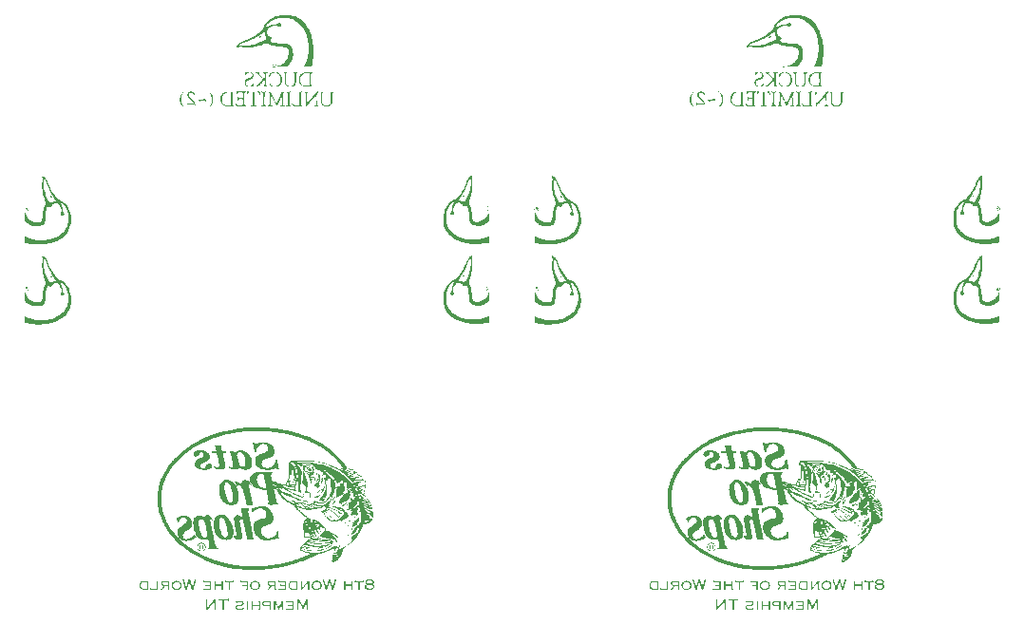
<source format=gbr>
%TF.GenerationSoftware,KiCad,Pcbnew,7.0.7*%
%TF.CreationDate,2023-10-25T17:49:02-07:00*%
%TF.ProjectId,sfh2430_breakout_panelized,73666832-3433-4305-9f62-7265616b6f75,rev?*%
%TF.SameCoordinates,Original*%
%TF.FileFunction,Legend,Bot*%
%TF.FilePolarity,Positive*%
%FSLAX46Y46*%
G04 Gerber Fmt 4.6, Leading zero omitted, Abs format (unit mm)*
G04 Created by KiCad (PCBNEW 7.0.7) date 2023-10-25 17:49:02*
%MOMM*%
%LPD*%
G01*
G04 APERTURE LIST*
G04 APERTURE END LIST*
%TO.C,G\u002A\u002A\u002A*%
G36*
X136748151Y-70249975D02*
G01*
X136768330Y-70279234D01*
X136758874Y-70307773D01*
X136727584Y-70330519D01*
X136690783Y-70353746D01*
X136665736Y-70375913D01*
X136638530Y-70398367D01*
X136618484Y-70397112D01*
X136607670Y-70378011D01*
X136608161Y-70346928D01*
X136622027Y-70309726D01*
X136635300Y-70289795D01*
X136675120Y-70252768D01*
X136715069Y-70239024D01*
X136748151Y-70249975D01*
G37*
G36*
X136728579Y-63110666D02*
G01*
X136759311Y-63125460D01*
X136768287Y-63152249D01*
X136755512Y-63182371D01*
X136728514Y-63203636D01*
X136691471Y-63226892D01*
X136665736Y-63249511D01*
X136637293Y-63271188D01*
X136614878Y-63266686D01*
X136604962Y-63237620D01*
X136604903Y-63234343D01*
X136616382Y-63195059D01*
X136645078Y-63155572D01*
X136682379Y-63124493D01*
X136719674Y-63110434D01*
X136728579Y-63110666D01*
G37*
G36*
X138949193Y-71334075D02*
G01*
X138977256Y-71339522D01*
X138981344Y-71347924D01*
X138959048Y-71357479D01*
X138937862Y-71362019D01*
X138911451Y-71380572D01*
X138903109Y-71408484D01*
X138903239Y-71437279D01*
X138918602Y-71448160D01*
X138944367Y-71449614D01*
X138976397Y-71453873D01*
X138990352Y-71464165D01*
X138990372Y-71464617D01*
X138976582Y-71472441D01*
X138940001Y-71477803D01*
X138892031Y-71479620D01*
X138846848Y-71479620D01*
X138793690Y-71479620D01*
X138798263Y-71408356D01*
X138813091Y-71408356D01*
X138813683Y-71438285D01*
X138830387Y-71448758D01*
X138846848Y-71449614D01*
X138874097Y-71445106D01*
X138884264Y-71425479D01*
X138885352Y-71403561D01*
X138882008Y-71371594D01*
X138867657Y-71361370D01*
X138851595Y-71362303D01*
X138823626Y-71376698D01*
X138813091Y-71408356D01*
X138798263Y-71408356D01*
X138802835Y-71337092D01*
X138899562Y-71333383D01*
X138949193Y-71334075D01*
G37*
G36*
X138990372Y-64202191D02*
G01*
X138977764Y-64215631D01*
X138947233Y-64230282D01*
X138945363Y-64230945D01*
X138911670Y-64249681D01*
X138900538Y-64278738D01*
X138900355Y-64284923D01*
X138905048Y-64312249D01*
X138925238Y-64322260D01*
X138945363Y-64323211D01*
X138976966Y-64327557D01*
X138990369Y-64338027D01*
X138990372Y-64338214D01*
X138976582Y-64346038D01*
X138940001Y-64351400D01*
X138892031Y-64353217D01*
X138847844Y-64353217D01*
X138793690Y-64353217D01*
X138798263Y-64281953D01*
X138798401Y-64279807D01*
X138810337Y-64279807D01*
X138814737Y-64311228D01*
X138833176Y-64322381D01*
X138847844Y-64323211D01*
X138874918Y-64318176D01*
X138884595Y-64297007D01*
X138885352Y-64279452D01*
X138879610Y-64246012D01*
X138866598Y-64229152D01*
X138832938Y-64228571D01*
X138813780Y-64253181D01*
X138810337Y-64279807D01*
X138798401Y-64279807D01*
X138802835Y-64210689D01*
X138875564Y-64207981D01*
X138922965Y-64204778D01*
X138959524Y-64199774D01*
X138969332Y-64197200D01*
X138987773Y-64196917D01*
X138990372Y-64202191D01*
G37*
G36*
X138948649Y-71238954D02*
G01*
X138964510Y-71244704D01*
X139024077Y-71283976D01*
X139062349Y-71339204D01*
X139077264Y-71403657D01*
X139066763Y-71470604D01*
X139046085Y-71511158D01*
X138997689Y-71560582D01*
X138939927Y-71586089D01*
X138902506Y-71588179D01*
X138878794Y-71589503D01*
X138820283Y-71572645D01*
X138770388Y-71537339D01*
X138735104Y-71485406D01*
X138720425Y-71418670D01*
X138720319Y-71412106D01*
X138735322Y-71412106D01*
X138741615Y-71456108D01*
X138764586Y-71494996D01*
X138786332Y-71518627D01*
X138843116Y-71558329D01*
X138902506Y-71571886D01*
X138958715Y-71561634D01*
X139005955Y-71529907D01*
X139038441Y-71479040D01*
X139050384Y-71412106D01*
X139046220Y-71361535D01*
X139029815Y-71325079D01*
X139006529Y-71298430D01*
X138951081Y-71261061D01*
X138890915Y-71252171D01*
X138830330Y-71271618D01*
X138786332Y-71305585D01*
X138751681Y-71347085D01*
X138737055Y-71386709D01*
X138735322Y-71412106D01*
X138720319Y-71412106D01*
X138733429Y-71344266D01*
X138768781Y-71288941D01*
X138820411Y-71250222D01*
X138882355Y-71232197D01*
X138948649Y-71238954D01*
G37*
G36*
X138958554Y-64115892D02*
G01*
X138968021Y-64119768D01*
X139024662Y-64158302D01*
X139062052Y-64214105D01*
X139077445Y-64279397D01*
X139068099Y-64346401D01*
X139056905Y-64371782D01*
X139014766Y-64419342D01*
X138952541Y-64449132D01*
X138901754Y-64455938D01*
X138884596Y-64458238D01*
X138838891Y-64453488D01*
X138802288Y-64434938D01*
X138771329Y-64407228D01*
X138737857Y-64368041D01*
X138723059Y-64330781D01*
X138720319Y-64293269D01*
X138722954Y-64277442D01*
X138735063Y-64277442D01*
X138747717Y-64336453D01*
X138786332Y-64392225D01*
X138842345Y-64432490D01*
X138901754Y-64443240D01*
X138967065Y-64424852D01*
X138975369Y-64420730D01*
X139018311Y-64390586D01*
X139041571Y-64350599D01*
X139049722Y-64292185D01*
X139049928Y-64280799D01*
X139045058Y-64230555D01*
X139025186Y-64192598D01*
X139006529Y-64172027D01*
X138968272Y-64141579D01*
X138926275Y-64129617D01*
X138897758Y-64128506D01*
X138830013Y-64141018D01*
X138778674Y-64173897D01*
X138746203Y-64221314D01*
X138735063Y-64277442D01*
X138722954Y-64277442D01*
X138732761Y-64218547D01*
X138768254Y-64158802D01*
X138819447Y-64120914D01*
X138867698Y-64102496D01*
X138909148Y-64100860D01*
X138958554Y-64115892D01*
G37*
G36*
X137483395Y-68464706D02*
G01*
X137500238Y-68489578D01*
X137503186Y-68528190D01*
X137492204Y-68585746D01*
X137482413Y-68620191D01*
X137462942Y-68729799D01*
X137464812Y-68860067D01*
X137482573Y-68984059D01*
X137500391Y-69123104D01*
X137505984Y-69283669D01*
X137500149Y-69460237D01*
X137483683Y-69647295D01*
X137457383Y-69839329D01*
X137422046Y-70030823D01*
X137378469Y-70216265D01*
X137327449Y-70390139D01*
X137269784Y-70546930D01*
X137250099Y-70592502D01*
X137206825Y-70698759D01*
X137182280Y-70787488D01*
X137176372Y-70864533D01*
X137189011Y-70935739D01*
X137220106Y-71006949D01*
X137243071Y-71045196D01*
X137284906Y-71122098D01*
X137322318Y-71217253D01*
X137355768Y-71332706D01*
X137385718Y-71470503D01*
X137412630Y-71632688D01*
X137436968Y-71821307D01*
X137453165Y-71974717D01*
X137466232Y-72098561D01*
X137479231Y-72197302D01*
X137493231Y-72275824D01*
X137509306Y-72339009D01*
X137528527Y-72391739D01*
X137551966Y-72438897D01*
X137556996Y-72447650D01*
X137617745Y-72523333D01*
X137697609Y-72576317D01*
X137795976Y-72606515D01*
X137912233Y-72613837D01*
X138045767Y-72598192D01*
X138195966Y-72559493D01*
X138235165Y-72546510D01*
X138398681Y-72474683D01*
X138549130Y-72377836D01*
X138683375Y-72259157D01*
X138798276Y-72121833D01*
X138890695Y-71969053D01*
X138953400Y-71816870D01*
X138972877Y-71760470D01*
X138990077Y-71716894D01*
X139002352Y-71692592D01*
X139005616Y-71689661D01*
X139014575Y-71698315D01*
X139021732Y-71725634D01*
X139027220Y-71773655D01*
X139031173Y-71844414D01*
X139033724Y-71939947D01*
X139035004Y-72062291D01*
X139035216Y-72143264D01*
X139035381Y-72484344D01*
X138994123Y-72528545D01*
X138942419Y-72575188D01*
X138868892Y-72629639D01*
X138779512Y-72688398D01*
X138680249Y-72747964D01*
X138577073Y-72804837D01*
X138475955Y-72855514D01*
X138382863Y-72896496D01*
X138337744Y-72913463D01*
X138257328Y-72932448D01*
X138155515Y-72942951D01*
X138039579Y-72945348D01*
X137916791Y-72940016D01*
X137794424Y-72927331D01*
X137679749Y-72907673D01*
X137580038Y-72881416D01*
X137555754Y-72872919D01*
X137444389Y-72817102D01*
X137355472Y-72741375D01*
X137288985Y-72645718D01*
X137244911Y-72530111D01*
X137244238Y-72527519D01*
X137235454Y-72482316D01*
X137225933Y-72414885D01*
X137216608Y-72332957D01*
X137208409Y-72244263D01*
X137205389Y-72204956D01*
X137189920Y-71998168D01*
X137175220Y-71820689D01*
X137161219Y-71671834D01*
X137147845Y-71550917D01*
X137135027Y-71457252D01*
X137122695Y-71390154D01*
X137119791Y-71377893D01*
X137101447Y-71316289D01*
X137078482Y-71270831D01*
X137043054Y-71227834D01*
X137021247Y-71205925D01*
X136982185Y-71169948D01*
X136950284Y-71144302D01*
X136932486Y-71134552D01*
X136913291Y-71144662D01*
X136884364Y-71169879D01*
X136874956Y-71179561D01*
X136827873Y-71215682D01*
X136787647Y-71224570D01*
X136738177Y-71220251D01*
X136736415Y-71219377D01*
X136703672Y-71203139D01*
X136675053Y-71167001D01*
X136657883Y-71135478D01*
X136597370Y-71046774D01*
X136516119Y-70972706D01*
X136420963Y-70917962D01*
X136318736Y-70887232D01*
X136290927Y-70883670D01*
X136200523Y-70882751D01*
X136123088Y-70899243D01*
X136055225Y-70935626D01*
X135993538Y-70994377D01*
X135934631Y-71077974D01*
X135876473Y-71186095D01*
X135819967Y-71311580D01*
X135780198Y-71421519D01*
X135757872Y-71513521D01*
X135753694Y-71585192D01*
X135755173Y-71597341D01*
X135775546Y-71649707D01*
X135817216Y-71704599D01*
X135819906Y-71707386D01*
X135854304Y-71746673D01*
X135870475Y-71779638D01*
X135873947Y-71818289D01*
X135873757Y-71824289D01*
X135863243Y-71891344D01*
X135834798Y-71940110D01*
X135790035Y-71975464D01*
X135725322Y-72000661D01*
X135661446Y-71999701D01*
X135614295Y-71978929D01*
X135555975Y-71927402D01*
X135527520Y-71874080D01*
X135528800Y-71817951D01*
X135559683Y-71758005D01*
X135582231Y-71730584D01*
X135613849Y-71694366D01*
X135635836Y-71663035D01*
X135650627Y-71629415D01*
X135660655Y-71586328D01*
X135668354Y-71526596D01*
X135674890Y-71457310D01*
X135691006Y-71340725D01*
X135718272Y-71212357D01*
X135753598Y-71084086D01*
X135793892Y-70967792D01*
X135815681Y-70916215D01*
X135843131Y-70851219D01*
X135853559Y-70810356D01*
X135845597Y-70792161D01*
X135817876Y-70795166D01*
X135769028Y-70817908D01*
X135739350Y-70834441D01*
X135672065Y-70883342D01*
X135598118Y-70954785D01*
X135521877Y-71043405D01*
X135447711Y-71143841D01*
X135379992Y-71250729D01*
X135339359Y-71325340D01*
X135290664Y-71435978D01*
X135245926Y-71564590D01*
X135208954Y-71699146D01*
X135186684Y-71807951D01*
X135173970Y-71911827D01*
X135166485Y-72034478D01*
X135164017Y-72168705D01*
X135166354Y-72307309D01*
X135173284Y-72443091D01*
X135184597Y-72568853D01*
X135200081Y-72677395D01*
X135214150Y-72742591D01*
X135280335Y-72936247D01*
X135373852Y-73122374D01*
X135492570Y-73299120D01*
X135634358Y-73464629D01*
X135797083Y-73617048D01*
X135978614Y-73754523D01*
X136176820Y-73875199D01*
X136389567Y-73977222D01*
X136614726Y-74058738D01*
X136777437Y-74102341D01*
X136879318Y-74123312D01*
X136987135Y-74140203D01*
X137106323Y-74153578D01*
X137242318Y-74164004D01*
X137400554Y-74172044D01*
X137475074Y-74174850D01*
X137654092Y-74177878D01*
X137812728Y-74173258D01*
X137959785Y-74160306D01*
X138104067Y-74138339D01*
X138202717Y-74118426D01*
X138282372Y-74098734D01*
X138378035Y-74071619D01*
X138482721Y-74039402D01*
X138589445Y-74004405D01*
X138691223Y-73968950D01*
X138781069Y-73935357D01*
X138851997Y-73905949D01*
X138875852Y-73894714D01*
X138945424Y-73863705D01*
X138992610Y-73851315D01*
X139017015Y-73857612D01*
X139020583Y-73868840D01*
X139022772Y-73899092D01*
X139025016Y-73917600D01*
X139026194Y-73942700D01*
X139026602Y-73991683D01*
X139026254Y-74058433D01*
X139025163Y-74136837D01*
X139024432Y-74174419D01*
X139022089Y-74269132D01*
X139017997Y-74338478D01*
X139009622Y-74387089D01*
X138994432Y-74419594D01*
X138969893Y-74440623D01*
X138933472Y-74454807D01*
X138882636Y-74466774D01*
X138862147Y-74471051D01*
X138580954Y-74519388D01*
X138285019Y-74551345D01*
X137981674Y-74566827D01*
X137678249Y-74565737D01*
X137382075Y-74547983D01*
X137100484Y-74513468D01*
X136995235Y-74495262D01*
X136695168Y-74427641D01*
X136416294Y-74342260D01*
X136159209Y-74239564D01*
X135924504Y-74120001D01*
X135712773Y-73984017D01*
X135524610Y-73832057D01*
X135360607Y-73664568D01*
X135221358Y-73481996D01*
X135107457Y-73284788D01*
X135019496Y-73073390D01*
X134992900Y-72989099D01*
X134943798Y-72770934D01*
X134917477Y-72539857D01*
X134913500Y-72301740D01*
X134931434Y-72062458D01*
X134970844Y-71827882D01*
X135031296Y-71603888D01*
X135110462Y-71400455D01*
X135195489Y-71236902D01*
X135293869Y-71085391D01*
X135402798Y-70948661D01*
X135519469Y-70829452D01*
X135641075Y-70730503D01*
X135751930Y-70662459D01*
X136248855Y-70662459D01*
X136249438Y-70686891D01*
X136273475Y-70702341D01*
X136323075Y-70711844D01*
X136400349Y-70718440D01*
X136410054Y-70719081D01*
X136498722Y-70732603D01*
X136583577Y-70763993D01*
X136600914Y-70772467D01*
X136676988Y-70805861D01*
X136736415Y-70818842D01*
X136784723Y-70811212D01*
X136827441Y-70782774D01*
X136845828Y-70763687D01*
X136940791Y-70637392D01*
X137029377Y-70482260D01*
X137111354Y-70298824D01*
X137186485Y-70087617D01*
X137254537Y-69849172D01*
X137263465Y-69813732D01*
X137291407Y-69698143D01*
X137312887Y-69600147D01*
X137328758Y-69512464D01*
X137339875Y-69427817D01*
X137347093Y-69338925D01*
X137351265Y-69238509D01*
X137353246Y-69119291D01*
X137353704Y-69044920D01*
X137353914Y-68933471D01*
X137353404Y-68848444D01*
X137351949Y-68786261D01*
X137349326Y-68743342D01*
X137345312Y-68716107D01*
X137339682Y-68700978D01*
X137332212Y-68694375D01*
X137331783Y-68694203D01*
X137299198Y-68696474D01*
X137262426Y-68726894D01*
X137221328Y-68785720D01*
X137175763Y-68873207D01*
X137125594Y-68989612D01*
X137070679Y-69135191D01*
X137033667Y-69241753D01*
X136997819Y-69343248D01*
X136957890Y-69448722D01*
X136917328Y-69549549D01*
X136879580Y-69637100D01*
X136854283Y-69690674D01*
X136791537Y-69810895D01*
X136719878Y-69940013D01*
X136642648Y-70072605D01*
X136563186Y-70203252D01*
X136484835Y-70326530D01*
X136410935Y-70437017D01*
X136344828Y-70529293D01*
X136309612Y-70574501D01*
X136269616Y-70626008D01*
X136248855Y-70662459D01*
X135751930Y-70662459D01*
X135764810Y-70654553D01*
X135887869Y-70604344D01*
X135939137Y-70591497D01*
X135977329Y-70582505D01*
X136008043Y-70570169D01*
X136037692Y-70549895D01*
X136072692Y-70517090D01*
X136119455Y-70467162D01*
X136131970Y-70453412D01*
X136348471Y-70199138D01*
X136535988Y-69944794D01*
X136695501Y-69688800D01*
X136827995Y-69429578D01*
X136934450Y-69165548D01*
X136935812Y-69161663D01*
X136986534Y-69025722D01*
X137039783Y-68899528D01*
X137093341Y-68787632D01*
X137144989Y-68694583D01*
X137192511Y-68624931D01*
X137204478Y-68610577D01*
X137249866Y-68567164D01*
X137304281Y-68526990D01*
X137361330Y-68493400D01*
X137414621Y-68469736D01*
X137457760Y-68459343D01*
X137483395Y-68464706D01*
G37*
G36*
X137483891Y-61338715D02*
G01*
X137501893Y-61369261D01*
X137500926Y-61417273D01*
X137483008Y-61480151D01*
X137467040Y-61552788D01*
X137462223Y-61646756D01*
X137468559Y-61755529D01*
X137482804Y-61855225D01*
X137501339Y-62009847D01*
X137506023Y-62185113D01*
X137497693Y-62375500D01*
X137477183Y-62575486D01*
X137445329Y-62779549D01*
X137402969Y-62982166D01*
X137350937Y-63177815D01*
X137290070Y-63360975D01*
X137234117Y-63498049D01*
X137206150Y-63565674D01*
X137190481Y-63621250D01*
X137183905Y-63678417D01*
X137183002Y-63715591D01*
X137184271Y-63774354D01*
X137191262Y-63817411D01*
X137207766Y-63857911D01*
X137237574Y-63909003D01*
X137239800Y-63912582D01*
X137281673Y-63990177D01*
X137318741Y-64081903D01*
X137351610Y-64190411D01*
X137380890Y-64318353D01*
X137407189Y-64468380D01*
X137431115Y-64643142D01*
X137452832Y-64840813D01*
X137466323Y-64966696D01*
X137479579Y-65067265D01*
X137493608Y-65147185D01*
X137509413Y-65211123D01*
X137528002Y-65263743D01*
X137550380Y-65309712D01*
X137556031Y-65319601D01*
X137616540Y-65394486D01*
X137696652Y-65447647D01*
X137794631Y-65478451D01*
X137908742Y-65486270D01*
X137993278Y-65478347D01*
X138176474Y-65436500D01*
X138347775Y-65369446D01*
X138504780Y-65279270D01*
X138645087Y-65168055D01*
X138766294Y-65037886D01*
X138865999Y-64890845D01*
X138941801Y-64729018D01*
X138974455Y-64627021D01*
X138987338Y-64588452D01*
X138999850Y-64565781D01*
X139003990Y-64563258D01*
X139013370Y-64571043D01*
X139020849Y-64595899D01*
X139026583Y-64640080D01*
X139030729Y-64705839D01*
X139033443Y-64795430D01*
X139034882Y-64911104D01*
X139035216Y-65013759D01*
X139034880Y-65129621D01*
X139033615Y-65218952D01*
X139031223Y-65285218D01*
X139027508Y-65331885D01*
X139022274Y-65362419D01*
X139015323Y-65380286D01*
X139014338Y-65381781D01*
X138989221Y-65407071D01*
X138943277Y-65443636D01*
X138881789Y-65487959D01*
X138810039Y-65536526D01*
X138733307Y-65585820D01*
X138656876Y-65632326D01*
X138586026Y-65672527D01*
X138547176Y-65692765D01*
X138453284Y-65738228D01*
X138377272Y-65770963D01*
X138310881Y-65792975D01*
X138245851Y-65806268D01*
X138173923Y-65812847D01*
X138086836Y-65814715D01*
X138045186Y-65814588D01*
X137861393Y-65806458D01*
X137703510Y-65784626D01*
X137570604Y-65748797D01*
X137461739Y-65698673D01*
X137375981Y-65633957D01*
X137336354Y-65589478D01*
X137307601Y-65549235D01*
X137283733Y-65508383D01*
X137264023Y-65463342D01*
X137247740Y-65410534D01*
X137234158Y-65346381D01*
X137222546Y-65267303D01*
X137212178Y-65169723D01*
X137202324Y-65050062D01*
X137192256Y-64904741D01*
X137190058Y-64870819D01*
X137176895Y-64691028D01*
X137161995Y-64533330D01*
X137145598Y-64399669D01*
X137127946Y-64291988D01*
X137109280Y-64212230D01*
X137108010Y-64207972D01*
X137082073Y-64146222D01*
X137041205Y-64093759D01*
X137015097Y-64069194D01*
X136975840Y-64036923D01*
X136943962Y-64014797D01*
X136928695Y-64008149D01*
X136908680Y-64018562D01*
X136880120Y-64044442D01*
X136872149Y-64053158D01*
X136833086Y-64086661D01*
X136789753Y-64097602D01*
X136782541Y-64097690D01*
X136734873Y-64090975D01*
X136732095Y-64089232D01*
X136698543Y-64068176D01*
X136666186Y-64023718D01*
X136653369Y-63999922D01*
X136614901Y-63942819D01*
X136559210Y-63882144D01*
X136496062Y-63827435D01*
X136437955Y-63789616D01*
X136396095Y-63774798D01*
X136338005Y-63762513D01*
X136286160Y-63756318D01*
X136183215Y-63758824D01*
X136097644Y-63783563D01*
X136025078Y-63832091D01*
X135998527Y-63858718D01*
X135958207Y-63912352D01*
X135913272Y-63986773D01*
X135867752Y-64074034D01*
X135825672Y-64166189D01*
X135791061Y-64255289D01*
X135779245Y-64291445D01*
X135757419Y-64379916D01*
X135753196Y-64449927D01*
X135767472Y-64507944D01*
X135801144Y-64560431D01*
X135819260Y-64580322D01*
X135853658Y-64619315D01*
X135870059Y-64651710D01*
X135873954Y-64689579D01*
X135873675Y-64699938D01*
X135858989Y-64772373D01*
X135821043Y-64826066D01*
X135768647Y-64858284D01*
X135698911Y-64873908D01*
X135635085Y-64860124D01*
X135577361Y-64816978D01*
X135570845Y-64809820D01*
X135534115Y-64754615D01*
X135526022Y-64702396D01*
X135546654Y-64648940D01*
X135575035Y-64612061D01*
X135610819Y-64569621D01*
X135635568Y-64531520D01*
X135652086Y-64489881D01*
X135663177Y-64436829D01*
X135671643Y-64364488D01*
X135674570Y-64332418D01*
X135695838Y-64180638D01*
X135731885Y-64024525D01*
X135779360Y-63877161D01*
X135810591Y-63801341D01*
X135839308Y-63734620D01*
X135852815Y-63691509D01*
X135850216Y-63669246D01*
X135830615Y-63665067D01*
X135793115Y-63676212D01*
X135772663Y-63684441D01*
X135704303Y-63724932D01*
X135630161Y-63789681D01*
X135553461Y-63874324D01*
X135477423Y-63974495D01*
X135405269Y-64085829D01*
X135340220Y-64203961D01*
X135285497Y-64324526D01*
X135269457Y-64366281D01*
X135241043Y-64446262D01*
X135218738Y-64516026D01*
X135201824Y-64580953D01*
X135189583Y-64646423D01*
X135181296Y-64717814D01*
X135176246Y-64800506D01*
X135173715Y-64899878D01*
X135172984Y-65021309D01*
X135173060Y-65088362D01*
X135173499Y-65207041D01*
X135174410Y-65300566D01*
X135176157Y-65373788D01*
X135179106Y-65431557D01*
X135183624Y-65478725D01*
X135190077Y-65520143D01*
X135198829Y-65560662D01*
X135210247Y-65605133D01*
X135212725Y-65614345D01*
X135238643Y-65696841D01*
X135273117Y-65788698D01*
X135309768Y-65873252D01*
X135319367Y-65892980D01*
X135369290Y-65982454D01*
X135433017Y-66081953D01*
X135504671Y-66183370D01*
X135578376Y-66278598D01*
X135648255Y-66359531D01*
X135684103Y-66396141D01*
X135802901Y-66499140D01*
X135941695Y-66601460D01*
X136091041Y-66696614D01*
X136237330Y-66776069D01*
X136372903Y-66839737D01*
X136501468Y-66892552D01*
X136628127Y-66935644D01*
X136757982Y-66970144D01*
X136896136Y-66997184D01*
X137047691Y-67017892D01*
X137217748Y-67033400D01*
X137411410Y-67044839D01*
X137460071Y-67047024D01*
X137713614Y-67048604D01*
X137954068Y-67030354D01*
X138182432Y-66993384D01*
X138272352Y-66972407D01*
X138377972Y-66943442D01*
X138491896Y-66908919D01*
X138606727Y-66871271D01*
X138715069Y-66832929D01*
X138809526Y-66796325D01*
X138882701Y-66763891D01*
X138887097Y-66761709D01*
X138937125Y-66738793D01*
X138977431Y-66724313D01*
X139000200Y-66721011D01*
X139001485Y-66721559D01*
X139011543Y-66733656D01*
X139018773Y-66757626D01*
X139023424Y-66797053D01*
X139025743Y-66855519D01*
X139025980Y-66936608D01*
X139024382Y-67043902D01*
X139024261Y-67049908D01*
X139022292Y-67143807D01*
X139018387Y-67212519D01*
X139008935Y-67260815D01*
X138990328Y-67293466D01*
X138958954Y-67315245D01*
X138911205Y-67330921D01*
X138843470Y-67345268D01*
X138793547Y-67354871D01*
X138627429Y-67382251D01*
X138441482Y-67404546D01*
X138242785Y-67421462D01*
X138038416Y-67432703D01*
X137835454Y-67437974D01*
X137640980Y-67436979D01*
X137462073Y-67429423D01*
X137317543Y-67416451D01*
X137125489Y-67388411D01*
X136923873Y-67349912D01*
X136724503Y-67303537D01*
X136539188Y-67251871D01*
X136480436Y-67233215D01*
X136212134Y-67132475D01*
X135968316Y-67015170D01*
X135749205Y-66881597D01*
X135555026Y-66732050D01*
X135385999Y-66566826D01*
X135242348Y-66386220D01*
X135124296Y-66190528D01*
X135032066Y-65980045D01*
X134965880Y-65755067D01*
X134925961Y-65515890D01*
X134912533Y-65262809D01*
X134914704Y-65155875D01*
X134937512Y-64889648D01*
X134983776Y-64641368D01*
X135053847Y-64409842D01*
X135148074Y-64193875D01*
X135246446Y-64023152D01*
X135350729Y-63878423D01*
X135464634Y-63750681D01*
X135584984Y-63642511D01*
X135708604Y-63556497D01*
X135721824Y-63549949D01*
X136244832Y-63549949D01*
X136250433Y-63562792D01*
X136270110Y-63572777D01*
X136308175Y-63580937D01*
X136368940Y-63588307D01*
X136426457Y-63593480D01*
X136513373Y-63611082D01*
X136602313Y-63646771D01*
X136674490Y-63678955D01*
X136732095Y-63692110D01*
X136781021Y-63684456D01*
X136827165Y-63654211D01*
X136876418Y-63599595D01*
X136910423Y-63553670D01*
X136995074Y-63417270D01*
X137075117Y-63254219D01*
X137149411Y-63067667D01*
X137216820Y-62860768D01*
X137276206Y-62636675D01*
X137325395Y-62404101D01*
X137334724Y-62340154D01*
X137342417Y-62260020D01*
X137348438Y-62168292D01*
X137352753Y-62069560D01*
X137355326Y-61968415D01*
X137356123Y-61869449D01*
X137355108Y-61777254D01*
X137352246Y-61696421D01*
X137347503Y-61631540D01*
X137340842Y-61587205D01*
X137332230Y-61568004D01*
X137331783Y-61567800D01*
X137300160Y-61571296D01*
X137263275Y-61603223D01*
X137221671Y-61662575D01*
X137175891Y-61748344D01*
X137126478Y-61859522D01*
X137073972Y-61995102D01*
X137023483Y-62140281D01*
X136953993Y-62326530D01*
X136865745Y-62526164D01*
X136762327Y-62732542D01*
X136647326Y-62939022D01*
X136524328Y-63138964D01*
X136396922Y-63325726D01*
X136346102Y-63394495D01*
X136305276Y-63450251D01*
X136272326Y-63498786D01*
X136251006Y-63534336D01*
X136244832Y-63549949D01*
X135721824Y-63549949D01*
X135832316Y-63495222D01*
X135932310Y-63465104D01*
X135970744Y-63456425D01*
X136000901Y-63445983D01*
X136028398Y-63429628D01*
X136058854Y-63403213D01*
X136097885Y-63362590D01*
X136151110Y-63303609D01*
X136151321Y-63303372D01*
X136338193Y-63083847D01*
X136499958Y-62870281D01*
X136639543Y-62657941D01*
X136759876Y-62442089D01*
X136863883Y-62217990D01*
X136935256Y-62035261D01*
X136997225Y-61873059D01*
X137057521Y-61733201D01*
X137115215Y-61617578D01*
X137169376Y-61528085D01*
X137209825Y-61476261D01*
X137255528Y-61434231D01*
X137310130Y-61395613D01*
X137367069Y-61363701D01*
X137419780Y-61341790D01*
X137461702Y-61333174D01*
X137483891Y-61338715D01*
G37*
G36*
X91298151Y-70249975D02*
G01*
X91318330Y-70279234D01*
X91308874Y-70307773D01*
X91277584Y-70330519D01*
X91240783Y-70353746D01*
X91215736Y-70375913D01*
X91188530Y-70398367D01*
X91168484Y-70397112D01*
X91157670Y-70378011D01*
X91158161Y-70346928D01*
X91172027Y-70309726D01*
X91185300Y-70289795D01*
X91225120Y-70252768D01*
X91265069Y-70239024D01*
X91298151Y-70249975D01*
G37*
G36*
X91278579Y-63110666D02*
G01*
X91309311Y-63125460D01*
X91318287Y-63152249D01*
X91305512Y-63182371D01*
X91278514Y-63203636D01*
X91241471Y-63226892D01*
X91215736Y-63249511D01*
X91187293Y-63271188D01*
X91164878Y-63266686D01*
X91154962Y-63237620D01*
X91154903Y-63234343D01*
X91166382Y-63195059D01*
X91195078Y-63155572D01*
X91232379Y-63124493D01*
X91269674Y-63110434D01*
X91278579Y-63110666D01*
G37*
G36*
X93499193Y-71334075D02*
G01*
X93527256Y-71339522D01*
X93531344Y-71347924D01*
X93509048Y-71357479D01*
X93487862Y-71362019D01*
X93461451Y-71380572D01*
X93453109Y-71408484D01*
X93453239Y-71437279D01*
X93468602Y-71448160D01*
X93494367Y-71449614D01*
X93526397Y-71453873D01*
X93540352Y-71464165D01*
X93540372Y-71464617D01*
X93526582Y-71472441D01*
X93490001Y-71477803D01*
X93442031Y-71479620D01*
X93396848Y-71479620D01*
X93343690Y-71479620D01*
X93348263Y-71408356D01*
X93363091Y-71408356D01*
X93363683Y-71438285D01*
X93380387Y-71448758D01*
X93396848Y-71449614D01*
X93424097Y-71445106D01*
X93434264Y-71425479D01*
X93435352Y-71403561D01*
X93432008Y-71371594D01*
X93417657Y-71361370D01*
X93401595Y-71362303D01*
X93373626Y-71376698D01*
X93363091Y-71408356D01*
X93348263Y-71408356D01*
X93352835Y-71337092D01*
X93449562Y-71333383D01*
X93499193Y-71334075D01*
G37*
G36*
X93540372Y-64202191D02*
G01*
X93527764Y-64215631D01*
X93497233Y-64230282D01*
X93495363Y-64230945D01*
X93461670Y-64249681D01*
X93450538Y-64278738D01*
X93450355Y-64284923D01*
X93455048Y-64312249D01*
X93475238Y-64322260D01*
X93495363Y-64323211D01*
X93526966Y-64327557D01*
X93540369Y-64338027D01*
X93540372Y-64338214D01*
X93526582Y-64346038D01*
X93490001Y-64351400D01*
X93442031Y-64353217D01*
X93397844Y-64353217D01*
X93343690Y-64353217D01*
X93348263Y-64281953D01*
X93348401Y-64279807D01*
X93360337Y-64279807D01*
X93364737Y-64311228D01*
X93383176Y-64322381D01*
X93397844Y-64323211D01*
X93424918Y-64318176D01*
X93434595Y-64297007D01*
X93435352Y-64279452D01*
X93429610Y-64246012D01*
X93416598Y-64229152D01*
X93382938Y-64228571D01*
X93363780Y-64253181D01*
X93360337Y-64279807D01*
X93348401Y-64279807D01*
X93352835Y-64210689D01*
X93425564Y-64207981D01*
X93472965Y-64204778D01*
X93509524Y-64199774D01*
X93519332Y-64197200D01*
X93537773Y-64196917D01*
X93540372Y-64202191D01*
G37*
G36*
X93498649Y-71238954D02*
G01*
X93514510Y-71244704D01*
X93574077Y-71283976D01*
X93612349Y-71339204D01*
X93627264Y-71403657D01*
X93616763Y-71470604D01*
X93596085Y-71511158D01*
X93547689Y-71560582D01*
X93489927Y-71586089D01*
X93452506Y-71588179D01*
X93428794Y-71589503D01*
X93370283Y-71572645D01*
X93320388Y-71537339D01*
X93285104Y-71485406D01*
X93270425Y-71418670D01*
X93270319Y-71412106D01*
X93285322Y-71412106D01*
X93291615Y-71456108D01*
X93314586Y-71494996D01*
X93336332Y-71518627D01*
X93393116Y-71558329D01*
X93452506Y-71571886D01*
X93508715Y-71561634D01*
X93555955Y-71529907D01*
X93588441Y-71479040D01*
X93600384Y-71412106D01*
X93596220Y-71361535D01*
X93579815Y-71325079D01*
X93556529Y-71298430D01*
X93501081Y-71261061D01*
X93440915Y-71252171D01*
X93380330Y-71271618D01*
X93336332Y-71305585D01*
X93301681Y-71347085D01*
X93287055Y-71386709D01*
X93285322Y-71412106D01*
X93270319Y-71412106D01*
X93283429Y-71344266D01*
X93318781Y-71288941D01*
X93370411Y-71250222D01*
X93432355Y-71232197D01*
X93498649Y-71238954D01*
G37*
G36*
X93508554Y-64115892D02*
G01*
X93518021Y-64119768D01*
X93574662Y-64158302D01*
X93612052Y-64214105D01*
X93627445Y-64279397D01*
X93618099Y-64346401D01*
X93606905Y-64371782D01*
X93564766Y-64419342D01*
X93502541Y-64449132D01*
X93451754Y-64455938D01*
X93434596Y-64458238D01*
X93388891Y-64453488D01*
X93352288Y-64434938D01*
X93321329Y-64407228D01*
X93287857Y-64368041D01*
X93273059Y-64330781D01*
X93270319Y-64293269D01*
X93272954Y-64277442D01*
X93285063Y-64277442D01*
X93297717Y-64336453D01*
X93336332Y-64392225D01*
X93392345Y-64432490D01*
X93451754Y-64443240D01*
X93517065Y-64424852D01*
X93525369Y-64420730D01*
X93568311Y-64390586D01*
X93591571Y-64350599D01*
X93599722Y-64292185D01*
X93599928Y-64280799D01*
X93595058Y-64230555D01*
X93575186Y-64192598D01*
X93556529Y-64172027D01*
X93518272Y-64141579D01*
X93476275Y-64129617D01*
X93447758Y-64128506D01*
X93380013Y-64141018D01*
X93328674Y-64173897D01*
X93296203Y-64221314D01*
X93285063Y-64277442D01*
X93272954Y-64277442D01*
X93282761Y-64218547D01*
X93318254Y-64158802D01*
X93369447Y-64120914D01*
X93417698Y-64102496D01*
X93459148Y-64100860D01*
X93508554Y-64115892D01*
G37*
G36*
X92033395Y-68464706D02*
G01*
X92050238Y-68489578D01*
X92053186Y-68528190D01*
X92042204Y-68585746D01*
X92032413Y-68620191D01*
X92012942Y-68729799D01*
X92014812Y-68860067D01*
X92032573Y-68984059D01*
X92050391Y-69123104D01*
X92055984Y-69283669D01*
X92050149Y-69460237D01*
X92033683Y-69647295D01*
X92007383Y-69839329D01*
X91972046Y-70030823D01*
X91928469Y-70216265D01*
X91877449Y-70390139D01*
X91819784Y-70546930D01*
X91800099Y-70592502D01*
X91756825Y-70698759D01*
X91732280Y-70787488D01*
X91726372Y-70864533D01*
X91739011Y-70935739D01*
X91770106Y-71006949D01*
X91793071Y-71045196D01*
X91834906Y-71122098D01*
X91872318Y-71217253D01*
X91905768Y-71332706D01*
X91935718Y-71470503D01*
X91962630Y-71632688D01*
X91986968Y-71821307D01*
X92003165Y-71974717D01*
X92016232Y-72098561D01*
X92029231Y-72197302D01*
X92043231Y-72275824D01*
X92059306Y-72339009D01*
X92078527Y-72391739D01*
X92101966Y-72438897D01*
X92106996Y-72447650D01*
X92167745Y-72523333D01*
X92247609Y-72576317D01*
X92345976Y-72606515D01*
X92462233Y-72613837D01*
X92595767Y-72598192D01*
X92745966Y-72559493D01*
X92785165Y-72546510D01*
X92948681Y-72474683D01*
X93099130Y-72377836D01*
X93233375Y-72259157D01*
X93348276Y-72121833D01*
X93440695Y-71969053D01*
X93503400Y-71816870D01*
X93522877Y-71760470D01*
X93540077Y-71716894D01*
X93552352Y-71692592D01*
X93555616Y-71689661D01*
X93564575Y-71698315D01*
X93571732Y-71725634D01*
X93577220Y-71773655D01*
X93581173Y-71844414D01*
X93583724Y-71939947D01*
X93585004Y-72062291D01*
X93585216Y-72143264D01*
X93585381Y-72484344D01*
X93544123Y-72528545D01*
X93492419Y-72575188D01*
X93418892Y-72629639D01*
X93329512Y-72688398D01*
X93230249Y-72747964D01*
X93127073Y-72804837D01*
X93025955Y-72855514D01*
X92932863Y-72896496D01*
X92887744Y-72913463D01*
X92807328Y-72932448D01*
X92705515Y-72942951D01*
X92589579Y-72945348D01*
X92466791Y-72940016D01*
X92344424Y-72927331D01*
X92229749Y-72907673D01*
X92130038Y-72881416D01*
X92105754Y-72872919D01*
X91994389Y-72817102D01*
X91905472Y-72741375D01*
X91838985Y-72645718D01*
X91794911Y-72530111D01*
X91794238Y-72527519D01*
X91785454Y-72482316D01*
X91775933Y-72414885D01*
X91766608Y-72332957D01*
X91758409Y-72244263D01*
X91755389Y-72204956D01*
X91739920Y-71998168D01*
X91725220Y-71820689D01*
X91711219Y-71671834D01*
X91697845Y-71550917D01*
X91685027Y-71457252D01*
X91672695Y-71390154D01*
X91669791Y-71377893D01*
X91651447Y-71316289D01*
X91628482Y-71270831D01*
X91593054Y-71227834D01*
X91571247Y-71205925D01*
X91532185Y-71169948D01*
X91500284Y-71144302D01*
X91482486Y-71134552D01*
X91463291Y-71144662D01*
X91434364Y-71169879D01*
X91424956Y-71179561D01*
X91377873Y-71215682D01*
X91337647Y-71224570D01*
X91288177Y-71220251D01*
X91286415Y-71219377D01*
X91253672Y-71203139D01*
X91225053Y-71167001D01*
X91207883Y-71135478D01*
X91147370Y-71046774D01*
X91066119Y-70972706D01*
X90970963Y-70917962D01*
X90868736Y-70887232D01*
X90840927Y-70883670D01*
X90750523Y-70882751D01*
X90673088Y-70899243D01*
X90605225Y-70935626D01*
X90543538Y-70994377D01*
X90484631Y-71077974D01*
X90426473Y-71186095D01*
X90369967Y-71311580D01*
X90330198Y-71421519D01*
X90307872Y-71513521D01*
X90303694Y-71585192D01*
X90305173Y-71597341D01*
X90325546Y-71649707D01*
X90367216Y-71704599D01*
X90369906Y-71707386D01*
X90404304Y-71746673D01*
X90420475Y-71779638D01*
X90423947Y-71818289D01*
X90423757Y-71824289D01*
X90413243Y-71891344D01*
X90384798Y-71940110D01*
X90340035Y-71975464D01*
X90275322Y-72000661D01*
X90211446Y-71999701D01*
X90164295Y-71978929D01*
X90105975Y-71927402D01*
X90077520Y-71874080D01*
X90078800Y-71817951D01*
X90109683Y-71758005D01*
X90132231Y-71730584D01*
X90163849Y-71694366D01*
X90185836Y-71663035D01*
X90200627Y-71629415D01*
X90210655Y-71586328D01*
X90218354Y-71526596D01*
X90224890Y-71457310D01*
X90241006Y-71340725D01*
X90268272Y-71212357D01*
X90303598Y-71084086D01*
X90343892Y-70967792D01*
X90365681Y-70916215D01*
X90393131Y-70851219D01*
X90403559Y-70810356D01*
X90395597Y-70792161D01*
X90367876Y-70795166D01*
X90319028Y-70817908D01*
X90289350Y-70834441D01*
X90222065Y-70883342D01*
X90148118Y-70954785D01*
X90071877Y-71043405D01*
X89997711Y-71143841D01*
X89929992Y-71250729D01*
X89889359Y-71325340D01*
X89840664Y-71435978D01*
X89795926Y-71564590D01*
X89758954Y-71699146D01*
X89736684Y-71807951D01*
X89723970Y-71911827D01*
X89716485Y-72034478D01*
X89714017Y-72168705D01*
X89716354Y-72307309D01*
X89723284Y-72443091D01*
X89734597Y-72568853D01*
X89750081Y-72677395D01*
X89764150Y-72742591D01*
X89830335Y-72936247D01*
X89923852Y-73122374D01*
X90042570Y-73299120D01*
X90184358Y-73464629D01*
X90347083Y-73617048D01*
X90528614Y-73754523D01*
X90726820Y-73875199D01*
X90939567Y-73977222D01*
X91164726Y-74058738D01*
X91327437Y-74102341D01*
X91429318Y-74123312D01*
X91537135Y-74140203D01*
X91656323Y-74153578D01*
X91792318Y-74164004D01*
X91950554Y-74172044D01*
X92025074Y-74174850D01*
X92204092Y-74177878D01*
X92362728Y-74173258D01*
X92509785Y-74160306D01*
X92654067Y-74138339D01*
X92752717Y-74118426D01*
X92832372Y-74098734D01*
X92928035Y-74071619D01*
X93032721Y-74039402D01*
X93139445Y-74004405D01*
X93241223Y-73968950D01*
X93331069Y-73935357D01*
X93401997Y-73905949D01*
X93425852Y-73894714D01*
X93495424Y-73863705D01*
X93542610Y-73851315D01*
X93567015Y-73857612D01*
X93570583Y-73868840D01*
X93572772Y-73899092D01*
X93575016Y-73917600D01*
X93576194Y-73942700D01*
X93576602Y-73991683D01*
X93576254Y-74058433D01*
X93575163Y-74136837D01*
X93574432Y-74174419D01*
X93572089Y-74269132D01*
X93567997Y-74338478D01*
X93559622Y-74387089D01*
X93544432Y-74419594D01*
X93519893Y-74440623D01*
X93483472Y-74454807D01*
X93432636Y-74466774D01*
X93412147Y-74471051D01*
X93130954Y-74519388D01*
X92835019Y-74551345D01*
X92531674Y-74566827D01*
X92228249Y-74565737D01*
X91932075Y-74547983D01*
X91650484Y-74513468D01*
X91545235Y-74495262D01*
X91245168Y-74427641D01*
X90966294Y-74342260D01*
X90709209Y-74239564D01*
X90474504Y-74120001D01*
X90262773Y-73984017D01*
X90074610Y-73832057D01*
X89910607Y-73664568D01*
X89771358Y-73481996D01*
X89657457Y-73284788D01*
X89569496Y-73073390D01*
X89542900Y-72989099D01*
X89493798Y-72770934D01*
X89467477Y-72539857D01*
X89463500Y-72301740D01*
X89481434Y-72062458D01*
X89520844Y-71827882D01*
X89581296Y-71603888D01*
X89660462Y-71400455D01*
X89745489Y-71236902D01*
X89843869Y-71085391D01*
X89952798Y-70948661D01*
X90069469Y-70829452D01*
X90191075Y-70730503D01*
X90301930Y-70662459D01*
X90798855Y-70662459D01*
X90799438Y-70686891D01*
X90823475Y-70702341D01*
X90873075Y-70711844D01*
X90950349Y-70718440D01*
X90960054Y-70719081D01*
X91048722Y-70732603D01*
X91133577Y-70763993D01*
X91150914Y-70772467D01*
X91226988Y-70805861D01*
X91286415Y-70818842D01*
X91334723Y-70811212D01*
X91377441Y-70782774D01*
X91395828Y-70763687D01*
X91490791Y-70637392D01*
X91579377Y-70482260D01*
X91661354Y-70298824D01*
X91736485Y-70087617D01*
X91804537Y-69849172D01*
X91813465Y-69813732D01*
X91841407Y-69698143D01*
X91862887Y-69600147D01*
X91878758Y-69512464D01*
X91889875Y-69427817D01*
X91897093Y-69338925D01*
X91901265Y-69238509D01*
X91903246Y-69119291D01*
X91903704Y-69044920D01*
X91903914Y-68933471D01*
X91903404Y-68848444D01*
X91901949Y-68786261D01*
X91899326Y-68743342D01*
X91895312Y-68716107D01*
X91889682Y-68700978D01*
X91882212Y-68694375D01*
X91881783Y-68694203D01*
X91849198Y-68696474D01*
X91812426Y-68726894D01*
X91771328Y-68785720D01*
X91725763Y-68873207D01*
X91675594Y-68989612D01*
X91620679Y-69135191D01*
X91583667Y-69241753D01*
X91547819Y-69343248D01*
X91507890Y-69448722D01*
X91467328Y-69549549D01*
X91429580Y-69637100D01*
X91404283Y-69690674D01*
X91341537Y-69810895D01*
X91269878Y-69940013D01*
X91192648Y-70072605D01*
X91113186Y-70203252D01*
X91034835Y-70326530D01*
X90960935Y-70437017D01*
X90894828Y-70529293D01*
X90859612Y-70574501D01*
X90819616Y-70626008D01*
X90798855Y-70662459D01*
X90301930Y-70662459D01*
X90314810Y-70654553D01*
X90437869Y-70604344D01*
X90489137Y-70591497D01*
X90527329Y-70582505D01*
X90558043Y-70570169D01*
X90587692Y-70549895D01*
X90622692Y-70517090D01*
X90669455Y-70467162D01*
X90681970Y-70453412D01*
X90898471Y-70199138D01*
X91085988Y-69944794D01*
X91245501Y-69688800D01*
X91377995Y-69429578D01*
X91484450Y-69165548D01*
X91485812Y-69161663D01*
X91536534Y-69025722D01*
X91589783Y-68899528D01*
X91643341Y-68787632D01*
X91694989Y-68694583D01*
X91742511Y-68624931D01*
X91754478Y-68610577D01*
X91799866Y-68567164D01*
X91854281Y-68526990D01*
X91911330Y-68493400D01*
X91964621Y-68469736D01*
X92007760Y-68459343D01*
X92033395Y-68464706D01*
G37*
G36*
X92033891Y-61338715D02*
G01*
X92051893Y-61369261D01*
X92050926Y-61417273D01*
X92033008Y-61480151D01*
X92017040Y-61552788D01*
X92012223Y-61646756D01*
X92018559Y-61755529D01*
X92032804Y-61855225D01*
X92051339Y-62009847D01*
X92056023Y-62185113D01*
X92047693Y-62375500D01*
X92027183Y-62575486D01*
X91995329Y-62779549D01*
X91952969Y-62982166D01*
X91900937Y-63177815D01*
X91840070Y-63360975D01*
X91784117Y-63498049D01*
X91756150Y-63565674D01*
X91740481Y-63621250D01*
X91733905Y-63678417D01*
X91733002Y-63715591D01*
X91734271Y-63774354D01*
X91741262Y-63817411D01*
X91757766Y-63857911D01*
X91787574Y-63909003D01*
X91789800Y-63912582D01*
X91831673Y-63990177D01*
X91868741Y-64081903D01*
X91901610Y-64190411D01*
X91930890Y-64318353D01*
X91957189Y-64468380D01*
X91981115Y-64643142D01*
X92002832Y-64840813D01*
X92016323Y-64966696D01*
X92029579Y-65067265D01*
X92043608Y-65147185D01*
X92059413Y-65211123D01*
X92078002Y-65263743D01*
X92100380Y-65309712D01*
X92106031Y-65319601D01*
X92166540Y-65394486D01*
X92246652Y-65447647D01*
X92344631Y-65478451D01*
X92458742Y-65486270D01*
X92543278Y-65478347D01*
X92726474Y-65436500D01*
X92897775Y-65369446D01*
X93054780Y-65279270D01*
X93195087Y-65168055D01*
X93316294Y-65037886D01*
X93415999Y-64890845D01*
X93491801Y-64729018D01*
X93524455Y-64627021D01*
X93537338Y-64588452D01*
X93549850Y-64565781D01*
X93553990Y-64563258D01*
X93563370Y-64571043D01*
X93570849Y-64595899D01*
X93576583Y-64640080D01*
X93580729Y-64705839D01*
X93583443Y-64795430D01*
X93584882Y-64911104D01*
X93585216Y-65013759D01*
X93584880Y-65129621D01*
X93583615Y-65218952D01*
X93581223Y-65285218D01*
X93577508Y-65331885D01*
X93572274Y-65362419D01*
X93565323Y-65380286D01*
X93564338Y-65381781D01*
X93539221Y-65407071D01*
X93493277Y-65443636D01*
X93431789Y-65487959D01*
X93360039Y-65536526D01*
X93283307Y-65585820D01*
X93206876Y-65632326D01*
X93136026Y-65672527D01*
X93097176Y-65692765D01*
X93003284Y-65738228D01*
X92927272Y-65770963D01*
X92860881Y-65792975D01*
X92795851Y-65806268D01*
X92723923Y-65812847D01*
X92636836Y-65814715D01*
X92595186Y-65814588D01*
X92411393Y-65806458D01*
X92253510Y-65784626D01*
X92120604Y-65748797D01*
X92011739Y-65698673D01*
X91925981Y-65633957D01*
X91886354Y-65589478D01*
X91857601Y-65549235D01*
X91833733Y-65508383D01*
X91814023Y-65463342D01*
X91797740Y-65410534D01*
X91784158Y-65346381D01*
X91772546Y-65267303D01*
X91762178Y-65169723D01*
X91752324Y-65050062D01*
X91742256Y-64904741D01*
X91740058Y-64870819D01*
X91726895Y-64691028D01*
X91711995Y-64533330D01*
X91695598Y-64399669D01*
X91677946Y-64291988D01*
X91659280Y-64212230D01*
X91658010Y-64207972D01*
X91632073Y-64146222D01*
X91591205Y-64093759D01*
X91565097Y-64069194D01*
X91525840Y-64036923D01*
X91493962Y-64014797D01*
X91478695Y-64008149D01*
X91458680Y-64018562D01*
X91430120Y-64044442D01*
X91422149Y-64053158D01*
X91383086Y-64086661D01*
X91339753Y-64097602D01*
X91332541Y-64097690D01*
X91284873Y-64090975D01*
X91282095Y-64089232D01*
X91248543Y-64068176D01*
X91216186Y-64023718D01*
X91203369Y-63999922D01*
X91164901Y-63942819D01*
X91109210Y-63882144D01*
X91046062Y-63827435D01*
X90987955Y-63789616D01*
X90946095Y-63774798D01*
X90888005Y-63762513D01*
X90836160Y-63756318D01*
X90733215Y-63758824D01*
X90647644Y-63783563D01*
X90575078Y-63832091D01*
X90548527Y-63858718D01*
X90508207Y-63912352D01*
X90463272Y-63986773D01*
X90417752Y-64074034D01*
X90375672Y-64166189D01*
X90341061Y-64255289D01*
X90329245Y-64291445D01*
X90307419Y-64379916D01*
X90303196Y-64449927D01*
X90317472Y-64507944D01*
X90351144Y-64560431D01*
X90369260Y-64580322D01*
X90403658Y-64619315D01*
X90420059Y-64651710D01*
X90423954Y-64689579D01*
X90423675Y-64699938D01*
X90408989Y-64772373D01*
X90371043Y-64826066D01*
X90318647Y-64858284D01*
X90248911Y-64873908D01*
X90185085Y-64860124D01*
X90127361Y-64816978D01*
X90120845Y-64809820D01*
X90084115Y-64754615D01*
X90076022Y-64702396D01*
X90096654Y-64648940D01*
X90125035Y-64612061D01*
X90160819Y-64569621D01*
X90185568Y-64531520D01*
X90202086Y-64489881D01*
X90213177Y-64436829D01*
X90221643Y-64364488D01*
X90224570Y-64332418D01*
X90245838Y-64180638D01*
X90281885Y-64024525D01*
X90329360Y-63877161D01*
X90360591Y-63801341D01*
X90389308Y-63734620D01*
X90402815Y-63691509D01*
X90400216Y-63669246D01*
X90380615Y-63665067D01*
X90343115Y-63676212D01*
X90322663Y-63684441D01*
X90254303Y-63724932D01*
X90180161Y-63789681D01*
X90103461Y-63874324D01*
X90027423Y-63974495D01*
X89955269Y-64085829D01*
X89890220Y-64203961D01*
X89835497Y-64324526D01*
X89819457Y-64366281D01*
X89791043Y-64446262D01*
X89768738Y-64516026D01*
X89751824Y-64580953D01*
X89739583Y-64646423D01*
X89731296Y-64717814D01*
X89726246Y-64800506D01*
X89723715Y-64899878D01*
X89722984Y-65021309D01*
X89723060Y-65088362D01*
X89723499Y-65207041D01*
X89724410Y-65300566D01*
X89726157Y-65373788D01*
X89729106Y-65431557D01*
X89733624Y-65478725D01*
X89740077Y-65520143D01*
X89748829Y-65560662D01*
X89760247Y-65605133D01*
X89762725Y-65614345D01*
X89788643Y-65696841D01*
X89823117Y-65788698D01*
X89859768Y-65873252D01*
X89869367Y-65892980D01*
X89919290Y-65982454D01*
X89983017Y-66081953D01*
X90054671Y-66183370D01*
X90128376Y-66278598D01*
X90198255Y-66359531D01*
X90234103Y-66396141D01*
X90352901Y-66499140D01*
X90491695Y-66601460D01*
X90641041Y-66696614D01*
X90787330Y-66776069D01*
X90922903Y-66839737D01*
X91051468Y-66892552D01*
X91178127Y-66935644D01*
X91307982Y-66970144D01*
X91446136Y-66997184D01*
X91597691Y-67017892D01*
X91767748Y-67033400D01*
X91961410Y-67044839D01*
X92010071Y-67047024D01*
X92263614Y-67048604D01*
X92504068Y-67030354D01*
X92732432Y-66993384D01*
X92822352Y-66972407D01*
X92927972Y-66943442D01*
X93041896Y-66908919D01*
X93156727Y-66871271D01*
X93265069Y-66832929D01*
X93359526Y-66796325D01*
X93432701Y-66763891D01*
X93437097Y-66761709D01*
X93487125Y-66738793D01*
X93527431Y-66724313D01*
X93550200Y-66721011D01*
X93551485Y-66721559D01*
X93561543Y-66733656D01*
X93568773Y-66757626D01*
X93573424Y-66797053D01*
X93575743Y-66855519D01*
X93575980Y-66936608D01*
X93574382Y-67043902D01*
X93574261Y-67049908D01*
X93572292Y-67143807D01*
X93568387Y-67212519D01*
X93558935Y-67260815D01*
X93540328Y-67293466D01*
X93508954Y-67315245D01*
X93461205Y-67330921D01*
X93393470Y-67345268D01*
X93343547Y-67354871D01*
X93177429Y-67382251D01*
X92991482Y-67404546D01*
X92792785Y-67421462D01*
X92588416Y-67432703D01*
X92385454Y-67437974D01*
X92190980Y-67436979D01*
X92012073Y-67429423D01*
X91867543Y-67416451D01*
X91675489Y-67388411D01*
X91473873Y-67349912D01*
X91274503Y-67303537D01*
X91089188Y-67251871D01*
X91030436Y-67233215D01*
X90762134Y-67132475D01*
X90518316Y-67015170D01*
X90299205Y-66881597D01*
X90105026Y-66732050D01*
X89935999Y-66566826D01*
X89792348Y-66386220D01*
X89674296Y-66190528D01*
X89582066Y-65980045D01*
X89515880Y-65755067D01*
X89475961Y-65515890D01*
X89462533Y-65262809D01*
X89464704Y-65155875D01*
X89487512Y-64889648D01*
X89533776Y-64641368D01*
X89603847Y-64409842D01*
X89698074Y-64193875D01*
X89796446Y-64023152D01*
X89900729Y-63878423D01*
X90014634Y-63750681D01*
X90134984Y-63642511D01*
X90258604Y-63556497D01*
X90271824Y-63549949D01*
X90794832Y-63549949D01*
X90800433Y-63562792D01*
X90820110Y-63572777D01*
X90858175Y-63580937D01*
X90918940Y-63588307D01*
X90976457Y-63593480D01*
X91063373Y-63611082D01*
X91152313Y-63646771D01*
X91224490Y-63678955D01*
X91282095Y-63692110D01*
X91331021Y-63684456D01*
X91377165Y-63654211D01*
X91426418Y-63599595D01*
X91460423Y-63553670D01*
X91545074Y-63417270D01*
X91625117Y-63254219D01*
X91699411Y-63067667D01*
X91766820Y-62860768D01*
X91826206Y-62636675D01*
X91875395Y-62404101D01*
X91884724Y-62340154D01*
X91892417Y-62260020D01*
X91898438Y-62168292D01*
X91902753Y-62069560D01*
X91905326Y-61968415D01*
X91906123Y-61869449D01*
X91905108Y-61777254D01*
X91902246Y-61696421D01*
X91897503Y-61631540D01*
X91890842Y-61587205D01*
X91882230Y-61568004D01*
X91881783Y-61567800D01*
X91850160Y-61571296D01*
X91813275Y-61603223D01*
X91771671Y-61662575D01*
X91725891Y-61748344D01*
X91676478Y-61859522D01*
X91623972Y-61995102D01*
X91573483Y-62140281D01*
X91503993Y-62326530D01*
X91415745Y-62526164D01*
X91312327Y-62732542D01*
X91197326Y-62939022D01*
X91074328Y-63138964D01*
X90946922Y-63325726D01*
X90896102Y-63394495D01*
X90855276Y-63450251D01*
X90822326Y-63498786D01*
X90801006Y-63534336D01*
X90794832Y-63549949D01*
X90271824Y-63549949D01*
X90382316Y-63495222D01*
X90482310Y-63465104D01*
X90520744Y-63456425D01*
X90550901Y-63445983D01*
X90578398Y-63429628D01*
X90608854Y-63403213D01*
X90647885Y-63362590D01*
X90701110Y-63303609D01*
X90701321Y-63303372D01*
X90888193Y-63083847D01*
X91049958Y-62870281D01*
X91189543Y-62657941D01*
X91309876Y-62442089D01*
X91413883Y-62217990D01*
X91485256Y-62035261D01*
X91547225Y-61873059D01*
X91607521Y-61733201D01*
X91665215Y-61617578D01*
X91719376Y-61528085D01*
X91759825Y-61476261D01*
X91805528Y-61434231D01*
X91860130Y-61395613D01*
X91917069Y-61363701D01*
X91969780Y-61341790D01*
X92011702Y-61333174D01*
X92033891Y-61338715D01*
G37*
G36*
X118655707Y-48909818D02*
G01*
X118662763Y-48917787D01*
X118663597Y-48935889D01*
X118653371Y-48958349D01*
X118633091Y-48981953D01*
X118623950Y-48991206D01*
X118602767Y-49017994D01*
X118587590Y-49044276D01*
X118583728Y-49052813D01*
X118571694Y-49076021D01*
X118561260Y-49092000D01*
X118557836Y-49095661D01*
X118537888Y-49105279D01*
X118515337Y-49100390D01*
X118492712Y-49081386D01*
X118488859Y-49076763D01*
X118477154Y-49060314D01*
X118473647Y-49045937D01*
X118478200Y-49028282D01*
X118490676Y-49002000D01*
X118511765Y-48971296D01*
X118546252Y-48940736D01*
X118552687Y-48936593D01*
X118582124Y-48921588D01*
X118612251Y-48911235D01*
X118638351Y-48906868D01*
X118655707Y-48909818D01*
G37*
G36*
X111840532Y-53849718D02*
G01*
X111834778Y-53860245D01*
X111818230Y-53876633D01*
X111791592Y-53897639D01*
X111731233Y-53951313D01*
X111679458Y-54018262D01*
X111636814Y-54097839D01*
X111603425Y-54189701D01*
X111579414Y-54293507D01*
X111564906Y-54408917D01*
X111560023Y-54535590D01*
X111563826Y-54650007D01*
X111577370Y-54767988D01*
X111600702Y-54873546D01*
X111633800Y-54966617D01*
X111676638Y-55047134D01*
X111729194Y-55115035D01*
X111791445Y-55170253D01*
X111795210Y-55173025D01*
X111817917Y-55191171D01*
X111833936Y-55206411D01*
X111840000Y-55215689D01*
X111836997Y-55219742D01*
X111823978Y-55218320D01*
X111798847Y-55209545D01*
X111736420Y-55178331D01*
X111670899Y-55130187D01*
X111611036Y-55069870D01*
X111557702Y-54999135D01*
X111511769Y-54919737D01*
X111474107Y-54833429D01*
X111445589Y-54741965D01*
X111427086Y-54647101D01*
X111419470Y-54550590D01*
X111423611Y-54454186D01*
X111442848Y-54339380D01*
X111475264Y-54231232D01*
X111520385Y-54131801D01*
X111577879Y-54041813D01*
X111647416Y-53962000D01*
X111690185Y-53924551D01*
X111753209Y-53881979D01*
X111818226Y-53850674D01*
X111834787Y-53846292D01*
X111840532Y-53849718D01*
G37*
G36*
X114004939Y-53853029D02*
G01*
X114033064Y-53863440D01*
X114066878Y-53881063D01*
X114103181Y-53904031D01*
X114138771Y-53930476D01*
X114170449Y-53958530D01*
X114226460Y-54020313D01*
X114287928Y-54108782D01*
X114336393Y-54205755D01*
X114371479Y-54310278D01*
X114392807Y-54421399D01*
X114400000Y-54538164D01*
X114399598Y-54564059D01*
X114390377Y-54665279D01*
X114369671Y-54763541D01*
X114338395Y-54857099D01*
X114297468Y-54944208D01*
X114247808Y-55023122D01*
X114190332Y-55092096D01*
X114125959Y-55149382D01*
X114055606Y-55193237D01*
X114032548Y-55204185D01*
X114004919Y-55215216D01*
X113986576Y-55219860D01*
X113978845Y-55218074D01*
X113983054Y-55209815D01*
X114000528Y-55195039D01*
X114029108Y-55171853D01*
X114067881Y-55135072D01*
X114105636Y-55094226D01*
X114138344Y-55053729D01*
X114161977Y-55018000D01*
X114188028Y-54966158D01*
X114214563Y-54896883D01*
X114234431Y-54821247D01*
X114248075Y-54737033D01*
X114255938Y-54642023D01*
X114258460Y-54534000D01*
X114256626Y-54445849D01*
X114247677Y-54333697D01*
X114230927Y-54234076D01*
X114205986Y-54145940D01*
X114172461Y-54068240D01*
X114129961Y-53999930D01*
X114078094Y-53939964D01*
X114016468Y-53887294D01*
X114003508Y-53877487D01*
X113986821Y-53863232D01*
X113981730Y-53855073D01*
X113986918Y-53851410D01*
X114004939Y-53853029D01*
G37*
G36*
X119872000Y-51474000D02*
G01*
X119871999Y-51482324D01*
X119871826Y-51524248D01*
X119871125Y-51553035D01*
X119869543Y-51571145D01*
X119866729Y-51581037D01*
X119862332Y-51585169D01*
X119856000Y-51586000D01*
X119848914Y-51585117D01*
X119843149Y-51579295D01*
X119840584Y-51564808D01*
X119840000Y-51538000D01*
X119840000Y-51490000D01*
X119798000Y-51490122D01*
X119782389Y-51490602D01*
X119759135Y-51493065D01*
X119745513Y-51496896D01*
X119741772Y-51501236D01*
X119734691Y-51518541D01*
X119729427Y-51542680D01*
X119726011Y-51561359D01*
X119719149Y-51578216D01*
X119708717Y-51584724D01*
X119701361Y-51585241D01*
X119696960Y-51580664D01*
X119696446Y-51567186D01*
X119699046Y-51541344D01*
X119702053Y-51521304D01*
X119707424Y-51498027D01*
X119712938Y-51484870D01*
X119716623Y-51473729D01*
X119708695Y-51456563D01*
X119698281Y-51434760D01*
X119698529Y-51426000D01*
X119728000Y-51426000D01*
X119730650Y-51442253D01*
X119743475Y-51457718D01*
X119750472Y-51460341D01*
X119772618Y-51464400D01*
X119799475Y-51466000D01*
X119840000Y-51466000D01*
X119840000Y-51426000D01*
X119840000Y-51386000D01*
X119799475Y-51386000D01*
X119773582Y-51387109D01*
X119746964Y-51393304D01*
X119732418Y-51405906D01*
X119728000Y-51426000D01*
X119698529Y-51426000D01*
X119699058Y-51407335D01*
X119715637Y-51381636D01*
X119721158Y-51376404D01*
X119732477Y-51368698D01*
X119747199Y-51364352D01*
X119769521Y-51362432D01*
X119803637Y-51362000D01*
X119872000Y-51362000D01*
X119872000Y-51386000D01*
X119872000Y-51474000D01*
G37*
G36*
X119990145Y-51533016D02*
G01*
X119978080Y-51566000D01*
X119966359Y-51585229D01*
X119937991Y-51619628D01*
X119904779Y-51649357D01*
X119872000Y-51669279D01*
X119868691Y-51670656D01*
X119823029Y-51681292D01*
X119773202Y-51680211D01*
X119723780Y-51668461D01*
X119679335Y-51647089D01*
X119644437Y-51617143D01*
X119619016Y-51580894D01*
X119597821Y-51529311D01*
X119592883Y-51488341D01*
X119616203Y-51488341D01*
X119623596Y-51533994D01*
X119642458Y-51576492D01*
X119672771Y-51613150D01*
X119714517Y-51641281D01*
X119728783Y-51647347D01*
X119777401Y-51657697D01*
X119827397Y-51654767D01*
X119874574Y-51639179D01*
X119914733Y-51611558D01*
X119939541Y-51582862D01*
X119962104Y-51538824D01*
X119971561Y-51492122D01*
X119968522Y-51445353D01*
X119953599Y-51401114D01*
X119927404Y-51362002D01*
X119890547Y-51330615D01*
X119843641Y-51309551D01*
X119800098Y-51301262D01*
X119756818Y-51304778D01*
X119712373Y-51321935D01*
X119701680Y-51327891D01*
X119663017Y-51359308D01*
X119635896Y-51398312D01*
X119620297Y-51442219D01*
X119616203Y-51488341D01*
X119592883Y-51488341D01*
X119591446Y-51476416D01*
X119599776Y-51424300D01*
X119622697Y-51375053D01*
X119660095Y-51330767D01*
X119669143Y-51322876D01*
X119714440Y-51294557D01*
X119762595Y-51280052D01*
X119811411Y-51278370D01*
X119858689Y-51288518D01*
X119902234Y-51309504D01*
X119939848Y-51340338D01*
X119969333Y-51380026D01*
X119988492Y-51427577D01*
X119995127Y-51482000D01*
X119994940Y-51491875D01*
X119994911Y-51492122D01*
X119990145Y-51533016D01*
G37*
G36*
X113124221Y-54560555D02*
G01*
X113142760Y-54580432D01*
X113167092Y-54602505D01*
X113190636Y-54616671D01*
X113215907Y-54623053D01*
X113245420Y-54621771D01*
X113281690Y-54612949D01*
X113327231Y-54596706D01*
X113384558Y-54573167D01*
X113395398Y-54568590D01*
X113438701Y-54550925D01*
X113472292Y-54538753D01*
X113500075Y-54530933D01*
X113525955Y-54526327D01*
X113553838Y-54523797D01*
X113556839Y-54523614D01*
X113589692Y-54522414D01*
X113613506Y-54524271D01*
X113634653Y-54530248D01*
X113659501Y-54541405D01*
X113683445Y-54555274D01*
X113726219Y-54592715D01*
X113759163Y-54640071D01*
X113761313Y-54644526D01*
X113763491Y-54656444D01*
X113757921Y-54669953D01*
X113742981Y-54690071D01*
X113733372Y-54701866D01*
X113721074Y-54716345D01*
X113715496Y-54722000D01*
X113711654Y-54717327D01*
X113701384Y-54702430D01*
X113687267Y-54680856D01*
X113678536Y-54668036D01*
X113654153Y-54641445D01*
X113625134Y-54623907D01*
X113616066Y-54620210D01*
X113585253Y-54612579D01*
X113551511Y-54612466D01*
X113512312Y-54620309D01*
X113465128Y-54636545D01*
X113407430Y-54661613D01*
X113369126Y-54678871D01*
X113331916Y-54694674D01*
X113300625Y-54707009D01*
X113279498Y-54714135D01*
X113246762Y-54719513D01*
X113194831Y-54715879D01*
X113144883Y-54698450D01*
X113138725Y-54694816D01*
X113119308Y-54680053D01*
X113096321Y-54659557D01*
X113072930Y-54636530D01*
X113052302Y-54614174D01*
X113037604Y-54595691D01*
X113032000Y-54584285D01*
X113033707Y-54580155D01*
X113043531Y-54566380D01*
X113059181Y-54548105D01*
X113086362Y-54518446D01*
X113124221Y-54560555D01*
G37*
G36*
X119111373Y-53862826D02*
G01*
X119122913Y-53870055D01*
X119130477Y-53880429D01*
X119129366Y-53894206D01*
X119113213Y-53906668D01*
X119081538Y-53918371D01*
X119061840Y-53925350D01*
X119022626Y-53948519D01*
X118993918Y-53979636D01*
X118978320Y-54016231D01*
X118977323Y-54026828D01*
X118976231Y-54052722D01*
X118975223Y-54091795D01*
X118974318Y-54142533D01*
X118973534Y-54203422D01*
X118972892Y-54272948D01*
X118972409Y-54349599D01*
X118972106Y-54431859D01*
X118972000Y-54518217D01*
X118972000Y-54990434D01*
X118992377Y-55030217D01*
X119002924Y-55048939D01*
X119017020Y-55066202D01*
X119036595Y-55080707D01*
X119066377Y-55096701D01*
X119089285Y-55108953D01*
X119112279Y-55124996D01*
X119120000Y-55137368D01*
X119119549Y-55144812D01*
X119116663Y-55154666D01*
X119116526Y-55154744D01*
X119106684Y-55155609D01*
X119083104Y-55156387D01*
X119047870Y-55157046D01*
X119003063Y-55157555D01*
X118950767Y-55157883D01*
X118893064Y-55158000D01*
X118883332Y-55157996D01*
X118813974Y-55157727D01*
X118759269Y-55156988D01*
X118718025Y-55155730D01*
X118689051Y-55153902D01*
X118671153Y-55151455D01*
X118663140Y-55148339D01*
X118658467Y-55140354D01*
X118662620Y-55127508D01*
X118679035Y-55116307D01*
X118705478Y-55108835D01*
X118735250Y-55100499D01*
X118774225Y-55076806D01*
X118803568Y-55041972D01*
X118805390Y-55038796D01*
X118808451Y-55032586D01*
X118811051Y-55025059D01*
X118813229Y-55014991D01*
X118815021Y-55001159D01*
X118816466Y-54982338D01*
X118817600Y-54957306D01*
X118818462Y-54924838D01*
X118819088Y-54883712D01*
X118819517Y-54832704D01*
X118819784Y-54770590D01*
X118819929Y-54696146D01*
X118819989Y-54608150D01*
X118820000Y-54505377D01*
X118820000Y-53996754D01*
X118798569Y-53968656D01*
X118794222Y-53963310D01*
X118767709Y-53941051D01*
X118729373Y-53923142D01*
X118700908Y-53911199D01*
X118681439Y-53897873D01*
X118676440Y-53884459D01*
X118685127Y-53870016D01*
X118687338Y-53867975D01*
X118702855Y-53861402D01*
X118726787Y-53863408D01*
X118745372Y-53865601D01*
X118777665Y-53867421D01*
X118819253Y-53868664D01*
X118866659Y-53869328D01*
X118916405Y-53869408D01*
X118965014Y-53868900D01*
X119009010Y-53867800D01*
X119044915Y-53866104D01*
X119069253Y-53863807D01*
X119093825Y-53861137D01*
X119111373Y-53862826D01*
G37*
G36*
X121340000Y-53869034D02*
G01*
X121349576Y-53880228D01*
X121347902Y-53894231D01*
X121331881Y-53907136D01*
X121302416Y-53917772D01*
X121294128Y-53919992D01*
X121254779Y-53935495D01*
X121227038Y-53957526D01*
X121207506Y-53988623D01*
X121205412Y-53993494D01*
X121202567Y-54001721D01*
X121200166Y-54011917D01*
X121198170Y-54025358D01*
X121196541Y-54043320D01*
X121195242Y-54067077D01*
X121194234Y-54097906D01*
X121193480Y-54137081D01*
X121192941Y-54185879D01*
X121192579Y-54245575D01*
X121192356Y-54317445D01*
X121192235Y-54402763D01*
X121192176Y-54502806D01*
X121192177Y-54547691D01*
X121192345Y-54654871D01*
X121192764Y-54746835D01*
X121193443Y-54824149D01*
X121194392Y-54887381D01*
X121195621Y-54937095D01*
X121197140Y-54973860D01*
X121198960Y-54998241D01*
X121201089Y-55010806D01*
X121215837Y-55040955D01*
X121248052Y-55075522D01*
X121294000Y-55102932D01*
X121307394Y-55109364D01*
X121328995Y-55123613D01*
X121336000Y-55136565D01*
X121335497Y-55144841D01*
X121332659Y-55154666D01*
X121332438Y-55154773D01*
X121322108Y-55155632D01*
X121298097Y-55156403D01*
X121262476Y-55157055D01*
X121217315Y-55157560D01*
X121164686Y-55157884D01*
X121106659Y-55158000D01*
X120884000Y-55158000D01*
X120884000Y-55138522D01*
X120884121Y-55134768D01*
X120887859Y-55123795D01*
X120899697Y-55116157D01*
X120923492Y-55108971D01*
X120950501Y-55100423D01*
X120988636Y-55079093D01*
X121019506Y-55046923D01*
X121021479Y-55044196D01*
X121024531Y-55039081D01*
X121027132Y-55032461D01*
X121029326Y-55023128D01*
X121031154Y-55009874D01*
X121032660Y-54991492D01*
X121033886Y-54966773D01*
X121034873Y-54934510D01*
X121035665Y-54893495D01*
X121036303Y-54842519D01*
X121036831Y-54780375D01*
X121037290Y-54705855D01*
X121037723Y-54617751D01*
X121038172Y-54514854D01*
X121040343Y-54004873D01*
X121021924Y-53977436D01*
X121014742Y-53967672D01*
X121002047Y-53954918D01*
X120984188Y-53942566D01*
X120957934Y-53928498D01*
X120920057Y-53910595D01*
X120906217Y-53901219D01*
X120897574Y-53888264D01*
X120897154Y-53882562D01*
X120903333Y-53871671D01*
X120920981Y-53865741D01*
X120951426Y-53864493D01*
X120996000Y-53867650D01*
X121005587Y-53868489D01*
X121043195Y-53870350D01*
X121089141Y-53871108D01*
X121139369Y-53870847D01*
X121189825Y-53869652D01*
X121236455Y-53867606D01*
X121275205Y-53864793D01*
X121302021Y-53861299D01*
X121317457Y-53860721D01*
X121340000Y-53869034D01*
G37*
G36*
X120000518Y-52110411D02*
G01*
X120086278Y-52123437D01*
X120163593Y-52147436D01*
X120234549Y-52183202D01*
X120301231Y-52231532D01*
X120365726Y-52293220D01*
X120377617Y-52306398D01*
X120431736Y-52379079D01*
X120477224Y-52462141D01*
X120512403Y-52552099D01*
X120535593Y-52645469D01*
X120538140Y-52663046D01*
X120541794Y-52707698D01*
X120543506Y-52760596D01*
X120543330Y-52816906D01*
X120541321Y-52871797D01*
X120537534Y-52920439D01*
X120532025Y-52958000D01*
X120521199Y-53003174D01*
X120487955Y-53098429D01*
X120443054Y-53183173D01*
X120386963Y-53256936D01*
X120320147Y-53319252D01*
X120243071Y-53369651D01*
X120156200Y-53407667D01*
X120060000Y-53432830D01*
X120056797Y-53433396D01*
X120017124Y-53437885D01*
X119966818Y-53440291D01*
X119910628Y-53440658D01*
X119853304Y-53439032D01*
X119799594Y-53435455D01*
X119754248Y-53429974D01*
X119687238Y-53415963D01*
X119587667Y-53382689D01*
X119495837Y-53336215D01*
X119436000Y-53299973D01*
X119414111Y-53212986D01*
X119406860Y-53182803D01*
X119399736Y-53149577D01*
X119395234Y-53124042D01*
X119394111Y-53110081D01*
X119398630Y-53096821D01*
X119409795Y-53091959D01*
X119424595Y-53099730D01*
X119440370Y-53119588D01*
X119449417Y-53134260D01*
X119486559Y-53186850D01*
X119525969Y-53232166D01*
X119564239Y-53266176D01*
X119603975Y-53292992D01*
X119680255Y-53332508D01*
X119760256Y-53360167D01*
X119841276Y-53375346D01*
X119920618Y-53377423D01*
X119995582Y-53365772D01*
X120037967Y-53352111D01*
X120109558Y-53317187D01*
X120176275Y-53269979D01*
X120235012Y-53212843D01*
X120282662Y-53148134D01*
X120292986Y-53130454D01*
X120334512Y-53042115D01*
X120365067Y-52946063D01*
X120384389Y-52845239D01*
X120392218Y-52742587D01*
X120388295Y-52641050D01*
X120372358Y-52543572D01*
X120344148Y-52453096D01*
X120320969Y-52402630D01*
X120274489Y-52329539D01*
X120218004Y-52268188D01*
X120152515Y-52219267D01*
X120079019Y-52183468D01*
X119998515Y-52161482D01*
X119912001Y-52154000D01*
X119897211Y-52154163D01*
X119825956Y-52160751D01*
X119760182Y-52178145D01*
X119693317Y-52207964D01*
X119628094Y-52249442D01*
X119562221Y-52308402D01*
X119504375Y-52379623D01*
X119455933Y-52461635D01*
X119451981Y-52469456D01*
X119435679Y-52498182D01*
X119422253Y-52514460D01*
X119409933Y-52520556D01*
X119406441Y-52520995D01*
X119398407Y-52520169D01*
X119394140Y-52513384D01*
X119392511Y-52497295D01*
X119392392Y-52468556D01*
X119392916Y-52448375D01*
X119394906Y-52412973D01*
X119398031Y-52373326D01*
X119401927Y-52332801D01*
X119406236Y-52294769D01*
X119410596Y-52262597D01*
X119414645Y-52239654D01*
X119418024Y-52229309D01*
X119418406Y-52228992D01*
X119429604Y-52228494D01*
X119447692Y-52233872D01*
X119454204Y-52236396D01*
X119466511Y-52238890D01*
X119479795Y-52236342D01*
X119498220Y-52227552D01*
X119525949Y-52211321D01*
X119540606Y-52202614D01*
X119605869Y-52167698D01*
X119667800Y-52142172D01*
X119731111Y-52124668D01*
X119800513Y-52113816D01*
X119880717Y-52108248D01*
X119904226Y-52107561D01*
X120000518Y-52110411D01*
G37*
G36*
X122357435Y-53863657D02*
G01*
X122363969Y-53870168D01*
X122368000Y-53886288D01*
X122367758Y-53890760D01*
X122363197Y-53900991D01*
X122350090Y-53909011D01*
X122324850Y-53917408D01*
X122310512Y-53922389D01*
X122272792Y-53944045D01*
X122243385Y-53973803D01*
X122226116Y-54008146D01*
X122225064Y-54019063D01*
X122224023Y-54044746D01*
X122223063Y-54083561D01*
X122222202Y-54134038D01*
X122221457Y-54194711D01*
X122220847Y-54264112D01*
X122220389Y-54340772D01*
X122220100Y-54423224D01*
X122220000Y-54510000D01*
X122220063Y-54607962D01*
X122220285Y-54699522D01*
X122220689Y-54777136D01*
X122221297Y-54841868D01*
X122222131Y-54894786D01*
X122223211Y-54936955D01*
X122224562Y-54969441D01*
X122226203Y-54993312D01*
X122228157Y-55009634D01*
X122230447Y-55019472D01*
X122241152Y-55039655D01*
X122259040Y-55062788D01*
X122279982Y-55084176D01*
X122300113Y-55099889D01*
X122315570Y-55106000D01*
X122321978Y-55107703D01*
X122335464Y-55118922D01*
X122345575Y-55134917D01*
X122347304Y-55148918D01*
X122341912Y-55151120D01*
X122326185Y-55153049D01*
X122299342Y-55154616D01*
X122260570Y-55155841D01*
X122209053Y-55156742D01*
X122143980Y-55157337D01*
X122064536Y-55157647D01*
X121969907Y-55157689D01*
X121596000Y-55157379D01*
X121558235Y-55138918D01*
X121521377Y-55115662D01*
X121479417Y-55072748D01*
X121444565Y-55015870D01*
X121428614Y-54978198D01*
X121419163Y-54943067D01*
X121418153Y-54916071D01*
X121425979Y-54899677D01*
X121433113Y-54896728D01*
X121442958Y-54900725D01*
X121457525Y-54913869D01*
X121479304Y-54937946D01*
X121487989Y-54947510D01*
X121540572Y-54992006D01*
X121605454Y-55027382D01*
X121682912Y-55053737D01*
X121773226Y-55071170D01*
X121876675Y-55079782D01*
X121885771Y-55080118D01*
X121940657Y-55081236D01*
X121982285Y-55079856D01*
X122012951Y-55075476D01*
X122034951Y-55067596D01*
X122050582Y-55055716D01*
X122062140Y-55039333D01*
X122063598Y-55036451D01*
X122066229Y-55029461D01*
X122068461Y-55019893D01*
X122070328Y-55006527D01*
X122071862Y-54988143D01*
X122073095Y-54963521D01*
X122074059Y-54931441D01*
X122074786Y-54890682D01*
X122075309Y-54840024D01*
X122075660Y-54778247D01*
X122075871Y-54704131D01*
X122075973Y-54616455D01*
X122076000Y-54514000D01*
X122075999Y-54473132D01*
X122075972Y-54377077D01*
X122075880Y-54295299D01*
X122075683Y-54226554D01*
X122075344Y-54169597D01*
X122074824Y-54123182D01*
X122074085Y-54086065D01*
X122073087Y-54057001D01*
X122071793Y-54034744D01*
X122070163Y-54018050D01*
X122068160Y-54005674D01*
X122065744Y-53996370D01*
X122062877Y-53988893D01*
X122059521Y-53982000D01*
X122047037Y-53962623D01*
X122026693Y-53944085D01*
X121995592Y-53926000D01*
X121972146Y-53912669D01*
X121953691Y-53899183D01*
X121945729Y-53889264D01*
X121945085Y-53883288D01*
X121948293Y-53873496D01*
X121959387Y-53867486D01*
X121980351Y-53864899D01*
X122013171Y-53865374D01*
X122059834Y-53868550D01*
X122118942Y-53871835D01*
X122251269Y-53867969D01*
X122288591Y-53865083D01*
X122321552Y-53863265D01*
X122345682Y-53862742D01*
X122357435Y-53863657D01*
G37*
G36*
X112464573Y-53847663D02*
G01*
X112534067Y-53865078D01*
X112600352Y-53897409D01*
X112662421Y-53944220D01*
X112719265Y-54005076D01*
X112731421Y-54020006D01*
X112751892Y-54042414D01*
X112767032Y-54053919D01*
X112778960Y-54056340D01*
X112789417Y-54056956D01*
X112796000Y-54064013D01*
X112791468Y-54073483D01*
X112778451Y-54090970D01*
X112759602Y-54113313D01*
X112737593Y-54137648D01*
X112715095Y-54161110D01*
X112694781Y-54180835D01*
X112679320Y-54193960D01*
X112671386Y-54197620D01*
X112670663Y-54197039D01*
X112665934Y-54185158D01*
X112664000Y-54165261D01*
X112660533Y-54140466D01*
X112645042Y-54101885D01*
X112619508Y-54062193D01*
X112586551Y-54024693D01*
X112548786Y-53992689D01*
X112508831Y-53969481D01*
X112481058Y-53959796D01*
X112428929Y-53952189D01*
X112376495Y-53956079D01*
X112329534Y-53971404D01*
X112315328Y-53979399D01*
X112277714Y-54011822D01*
X112249581Y-54053917D01*
X112231771Y-54102699D01*
X112225121Y-54155180D01*
X112230471Y-54208373D01*
X112248659Y-54259291D01*
X112262278Y-54281423D01*
X112291410Y-54318138D01*
X112331153Y-54360648D01*
X112379889Y-54407251D01*
X112436000Y-54456248D01*
X112440598Y-54460109D01*
X112492186Y-54504903D01*
X112542664Y-54551210D01*
X112589737Y-54596751D01*
X112631110Y-54639249D01*
X112664487Y-54676425D01*
X112687573Y-54706000D01*
X112710946Y-54742193D01*
X112752993Y-54824827D01*
X112780968Y-54911257D01*
X112796170Y-55005057D01*
X112798278Y-55030835D01*
X112798705Y-55052296D01*
X112796309Y-55063055D01*
X112790837Y-55066000D01*
X112781991Y-55061856D01*
X112771898Y-55048000D01*
X112764000Y-55030000D01*
X112417868Y-55027914D01*
X112071735Y-55025829D01*
X112062584Y-55045914D01*
X112058835Y-55053607D01*
X112051389Y-55063777D01*
X112046032Y-55061340D01*
X112042515Y-55045457D01*
X112040587Y-55015290D01*
X112040000Y-54970000D01*
X112040001Y-54969017D01*
X112040298Y-54932084D01*
X112041081Y-54901876D01*
X112042233Y-54881484D01*
X112043637Y-54874000D01*
X112044232Y-54874149D01*
X112053066Y-54880716D01*
X112067273Y-54894000D01*
X112087273Y-54914000D01*
X112371637Y-54914000D01*
X112372991Y-54913999D01*
X112458901Y-54913764D01*
X112529495Y-54913074D01*
X112584638Y-54911932D01*
X112624193Y-54910344D01*
X112648026Y-54908312D01*
X112656000Y-54905841D01*
X112653760Y-54896513D01*
X112646819Y-54876292D01*
X112636815Y-54850466D01*
X112625279Y-54824271D01*
X112602493Y-54782448D01*
X112573841Y-54741230D01*
X112537758Y-54698842D01*
X112492678Y-54653508D01*
X112437035Y-54603451D01*
X112369264Y-54546894D01*
X112331529Y-54516017D01*
X112285086Y-54476967D01*
X112248221Y-54444204D01*
X112218976Y-54415791D01*
X112195396Y-54389794D01*
X112175523Y-54364278D01*
X112157401Y-54337306D01*
X112149140Y-54323875D01*
X112125917Y-54279186D01*
X112111808Y-54235977D01*
X112105401Y-54188675D01*
X112105284Y-54131707D01*
X112105444Y-54127838D01*
X112107933Y-54088169D01*
X112112186Y-54058663D01*
X112119302Y-54033935D01*
X112130377Y-54008601D01*
X112139157Y-53992165D01*
X112177779Y-53941193D01*
X112228288Y-53899893D01*
X112289407Y-53869151D01*
X112359861Y-53849847D01*
X112392878Y-53845598D01*
X112464573Y-53847663D01*
G37*
G36*
X117643534Y-52107539D02*
G01*
X117704207Y-52117212D01*
X117739171Y-52127415D01*
X117810782Y-52158503D01*
X117871939Y-52200205D01*
X117921510Y-52251653D01*
X117958363Y-52311978D01*
X117965958Y-52329106D01*
X117973249Y-52350348D01*
X117977471Y-52373006D01*
X117979430Y-52401938D01*
X117979930Y-52442000D01*
X117979786Y-52461482D01*
X117976743Y-52515145D01*
X117968686Y-52558236D01*
X117954211Y-52594652D01*
X117931918Y-52628290D01*
X117900405Y-52663045D01*
X117887933Y-52675103D01*
X117858434Y-52700057D01*
X117825610Y-52722356D01*
X117787008Y-52743249D01*
X117740175Y-52763986D01*
X117682657Y-52785818D01*
X117612000Y-52809994D01*
X117544882Y-52833025D01*
X117476683Y-52859357D01*
X117421855Y-52884999D01*
X117379094Y-52911122D01*
X117347097Y-52938900D01*
X117324561Y-52969504D01*
X117310181Y-53004107D01*
X117302654Y-53043881D01*
X117300677Y-53090000D01*
X117306426Y-53155798D01*
X117324211Y-53215389D01*
X117354523Y-53265494D01*
X117397863Y-53306929D01*
X117454731Y-53340511D01*
X117460071Y-53342991D01*
X117488310Y-53354713D01*
X117514525Y-53362029D01*
X117544721Y-53366237D01*
X117584904Y-53368635D01*
X117611205Y-53369162D01*
X117684081Y-53363486D01*
X117748188Y-53346179D01*
X117806026Y-53316373D01*
X117860095Y-53273203D01*
X117873055Y-53260355D01*
X117906752Y-53219172D01*
X117934977Y-53170466D01*
X117960333Y-53110000D01*
X117972794Y-53078872D01*
X117985854Y-53055251D01*
X117998296Y-53044383D01*
X118011380Y-53044654D01*
X118015000Y-53046527D01*
X118020466Y-53053529D01*
X118022919Y-53066301D01*
X118022224Y-53086804D01*
X118018251Y-53116998D01*
X118010867Y-53158843D01*
X117999939Y-53214301D01*
X117991918Y-53252873D01*
X117982091Y-53294285D01*
X117972317Y-53324630D01*
X117961101Y-53346641D01*
X117946950Y-53363048D01*
X117928370Y-53376584D01*
X117903867Y-53389981D01*
X117884902Y-53399025D01*
X117843190Y-53414384D01*
X117795798Y-53425358D01*
X117737613Y-53433279D01*
X117717578Y-53435084D01*
X117612247Y-53435453D01*
X117506335Y-53421023D01*
X117457753Y-53408133D01*
X117386606Y-53377232D01*
X117325850Y-53335006D01*
X117276284Y-53282591D01*
X117238706Y-53221122D01*
X117213915Y-53151735D01*
X117202709Y-53075565D01*
X117205887Y-52993748D01*
X117215504Y-52939794D01*
X117235143Y-52881701D01*
X117265100Y-52830486D01*
X117307426Y-52781869D01*
X117321291Y-52768661D01*
X117349800Y-52745074D01*
X117381627Y-52724004D01*
X117419227Y-52704229D01*
X117465055Y-52684525D01*
X117521564Y-52663670D01*
X117591208Y-52640440D01*
X117667144Y-52614511D01*
X117732713Y-52588586D01*
X117784109Y-52563742D01*
X117822213Y-52539551D01*
X117847905Y-52515586D01*
X117866677Y-52485486D01*
X117881630Y-52439526D01*
X117886573Y-52388881D01*
X117881154Y-52338166D01*
X117865018Y-52291995D01*
X117847738Y-52265488D01*
X117814032Y-52230241D01*
X117772905Y-52199518D01*
X117729177Y-52177388D01*
X117715468Y-52172745D01*
X117661787Y-52162080D01*
X117602449Y-52159483D01*
X117543754Y-52164929D01*
X117492000Y-52178390D01*
X117476111Y-52185212D01*
X117427662Y-52215571D01*
X117381464Y-52258079D01*
X117340298Y-52309881D01*
X117306948Y-52368125D01*
X117294219Y-52394090D01*
X117278357Y-52421486D01*
X117265275Y-52435938D01*
X117253595Y-52438785D01*
X117241941Y-52431368D01*
X117238112Y-52425538D01*
X117235901Y-52415414D01*
X117235597Y-52398849D01*
X117237280Y-52373493D01*
X117241032Y-52336994D01*
X117246934Y-52287001D01*
X117251049Y-52254186D01*
X117256568Y-52213118D01*
X117261518Y-52179517D01*
X117265478Y-52156194D01*
X117268027Y-52145956D01*
X117277587Y-52143387D01*
X117296635Y-52150328D01*
X117297361Y-52150702D01*
X117309182Y-52155857D01*
X117321023Y-52157574D01*
X117336636Y-52155336D01*
X117359771Y-52148630D01*
X117394181Y-52136941D01*
X117433094Y-52125329D01*
X117502637Y-52111937D01*
X117574564Y-52105894D01*
X117643534Y-52107539D01*
G37*
G36*
X117516505Y-53864166D02*
G01*
X117565479Y-53867527D01*
X117565927Y-53867560D01*
X117590353Y-53868674D01*
X117628751Y-53869560D01*
X117679149Y-53870225D01*
X117739573Y-53870678D01*
X117808051Y-53870925D01*
X117882611Y-53870976D01*
X117961279Y-53870837D01*
X118042083Y-53870516D01*
X118123050Y-53870021D01*
X118202208Y-53869361D01*
X118277583Y-53868542D01*
X118347204Y-53867572D01*
X118409096Y-53866460D01*
X118461288Y-53865213D01*
X118501807Y-53863838D01*
X118509564Y-53863748D01*
X118531478Y-53866107D01*
X118544664Y-53871463D01*
X118545641Y-53872816D01*
X118550537Y-53887497D01*
X118556052Y-53913787D01*
X118561696Y-53948148D01*
X118566977Y-53987041D01*
X118571405Y-54026927D01*
X118574490Y-54064269D01*
X118575740Y-54095527D01*
X118575143Y-54112501D01*
X118570091Y-54135908D01*
X118561087Y-54144864D01*
X118549565Y-54139599D01*
X118536957Y-54120344D01*
X118524695Y-54087329D01*
X118520556Y-54074758D01*
X118505984Y-54040155D01*
X118489297Y-54009258D01*
X118477868Y-53992571D01*
X118463645Y-53976789D01*
X118446719Y-53965002D01*
X118424874Y-53956638D01*
X118395896Y-53951127D01*
X118357571Y-53947898D01*
X118307685Y-53946379D01*
X118244023Y-53946000D01*
X118208247Y-53946011D01*
X118163758Y-53946190D01*
X118131562Y-53946794D01*
X118109397Y-53948082D01*
X118094997Y-53950312D01*
X118086100Y-53953745D01*
X118080440Y-53958638D01*
X118075755Y-53965252D01*
X118074999Y-53966500D01*
X118072564Y-53972401D01*
X118070502Y-53981474D01*
X118068792Y-53994887D01*
X118067411Y-54013804D01*
X118066337Y-54039393D01*
X118065548Y-54072819D01*
X118065023Y-54115248D01*
X118064739Y-54167846D01*
X118064673Y-54231779D01*
X118064805Y-54308214D01*
X118065111Y-54398316D01*
X118065570Y-54503252D01*
X118065961Y-54583655D01*
X118066475Y-54676816D01*
X118067018Y-54756081D01*
X118067628Y-54822645D01*
X118068340Y-54877707D01*
X118069191Y-54922462D01*
X118070217Y-54958110D01*
X118071454Y-54985846D01*
X118072939Y-55006868D01*
X118074708Y-55022374D01*
X118076798Y-55033560D01*
X118079244Y-55041623D01*
X118082083Y-55047762D01*
X118085733Y-55054089D01*
X118099256Y-55071341D01*
X118117711Y-55084381D01*
X118144743Y-55095300D01*
X118183997Y-55106186D01*
X118185696Y-55106613D01*
X118219161Y-55117897D01*
X118237332Y-55130720D01*
X118239979Y-55144793D01*
X118226870Y-55159827D01*
X118216433Y-55165105D01*
X118192000Y-55164443D01*
X118181476Y-55162968D01*
X118156372Y-55161407D01*
X118119695Y-55160072D01*
X118073822Y-55159029D01*
X118021131Y-55158345D01*
X117964000Y-55158086D01*
X117756000Y-55158000D01*
X117756000Y-55138204D01*
X117756916Y-55129243D01*
X117762824Y-55120563D01*
X117777338Y-55113543D01*
X117804000Y-55105790D01*
X117825686Y-55099283D01*
X117854501Y-55088384D01*
X117875092Y-55077950D01*
X117881573Y-55073668D01*
X117889345Y-55067945D01*
X117895992Y-55061286D01*
X117901601Y-55052531D01*
X117906261Y-55040522D01*
X117910059Y-55024100D01*
X117913084Y-55002107D01*
X117915424Y-54973383D01*
X117917166Y-54936771D01*
X117918399Y-54891110D01*
X117919210Y-54835243D01*
X117919688Y-54768012D01*
X117919920Y-54688256D01*
X117919995Y-54594817D01*
X117920000Y-54486538D01*
X117919994Y-54386384D01*
X117919951Y-54296269D01*
X117919835Y-54219882D01*
X117919611Y-54156062D01*
X117919241Y-54103649D01*
X117918690Y-54061482D01*
X117917923Y-54028400D01*
X117916902Y-54003242D01*
X117915591Y-53984848D01*
X117913955Y-53972056D01*
X117911958Y-53963706D01*
X117909563Y-53958637D01*
X117906735Y-53955688D01*
X117903437Y-53953698D01*
X117900835Y-53952646D01*
X117880890Y-53949450D01*
X117845004Y-53947513D01*
X117793184Y-53946835D01*
X117725437Y-53947416D01*
X117690216Y-53947998D01*
X117643920Y-53948960D01*
X117609542Y-53950202D01*
X117584546Y-53952031D01*
X117566399Y-53954752D01*
X117552566Y-53958672D01*
X117540513Y-53964098D01*
X117527707Y-53971337D01*
X117505046Y-53986420D01*
X117486822Y-54005108D01*
X117473462Y-54030025D01*
X117461592Y-54066000D01*
X117455445Y-54084323D01*
X117445846Y-54099108D01*
X117432407Y-54104723D01*
X117413451Y-54107446D01*
X117418620Y-53999651D01*
X117419063Y-53990708D01*
X117421387Y-53950767D01*
X117423910Y-53916710D01*
X117426356Y-53891903D01*
X117428449Y-53879716D01*
X117432640Y-53872547D01*
X117441500Y-53866761D01*
X117456865Y-53863574D01*
X117481083Y-53862779D01*
X117516505Y-53864166D01*
G37*
G36*
X123116000Y-52770000D02*
G01*
X123116002Y-52807341D01*
X123116031Y-52904887D01*
X123116126Y-52988095D01*
X123116324Y-53058198D01*
X123116661Y-53116432D01*
X123117174Y-53164029D01*
X123117900Y-53202224D01*
X123118875Y-53232251D01*
X123120135Y-53255344D01*
X123121718Y-53272738D01*
X123123659Y-53285666D01*
X123125995Y-53295363D01*
X123128764Y-53303063D01*
X123132000Y-53310000D01*
X123140627Y-53324702D01*
X123160164Y-53344878D01*
X123190161Y-53362560D01*
X123194062Y-53364471D01*
X123223310Y-53379936D01*
X123240052Y-53392041D01*
X123246504Y-53402891D01*
X123244880Y-53414594D01*
X123244674Y-53415116D01*
X123239951Y-53421810D01*
X123230324Y-53424847D01*
X123212158Y-53424628D01*
X123181817Y-53421554D01*
X123168903Y-53420468D01*
X123137669Y-53418918D01*
X123094376Y-53417516D01*
X123041394Y-53416313D01*
X122981092Y-53415361D01*
X122915837Y-53414708D01*
X122848000Y-53414407D01*
X122798955Y-53414291D01*
X122724461Y-53413787D01*
X122662589Y-53412610D01*
X122611188Y-53410423D01*
X122568109Y-53406888D01*
X122531201Y-53401669D01*
X122498316Y-53394429D01*
X122467304Y-53384831D01*
X122436013Y-53372537D01*
X122402295Y-53357210D01*
X122364000Y-53338513D01*
X122310436Y-53309612D01*
X122241202Y-53262399D01*
X122183399Y-53208458D01*
X122134388Y-53145191D01*
X122091532Y-53070000D01*
X122084609Y-53055817D01*
X122059270Y-52997926D01*
X122041383Y-52943612D01*
X122029887Y-52888062D01*
X122023721Y-52826462D01*
X122022684Y-52786896D01*
X122156770Y-52786896D01*
X122157566Y-52869794D01*
X122165471Y-52948511D01*
X122180541Y-53018000D01*
X122198050Y-53068003D01*
X122237120Y-53143731D01*
X122287832Y-53208720D01*
X122349604Y-53262403D01*
X122421854Y-53304212D01*
X122504000Y-53333579D01*
X122509633Y-53334975D01*
X122548947Y-53341791D01*
X122598167Y-53346859D01*
X122652187Y-53349969D01*
X122705903Y-53350910D01*
X122754209Y-53349474D01*
X122792000Y-53345448D01*
X122811029Y-53341812D01*
X122858926Y-53329830D01*
X122900514Y-53315432D01*
X122932579Y-53299845D01*
X122951909Y-53284299D01*
X122953492Y-53282226D01*
X122956524Y-53277423D01*
X122959102Y-53271124D01*
X122961261Y-53262120D01*
X122963040Y-53249204D01*
X122964475Y-53231166D01*
X122965603Y-53206798D01*
X122966460Y-53174891D01*
X122967085Y-53134236D01*
X122967513Y-53083625D01*
X122967782Y-53021849D01*
X122967928Y-52947698D01*
X122967988Y-52859966D01*
X122968000Y-52757441D01*
X122967970Y-52704867D01*
X122967727Y-52604566D01*
X122967251Y-52514269D01*
X122966553Y-52434832D01*
X122965648Y-52367111D01*
X122964547Y-52311963D01*
X122963264Y-52270245D01*
X122961811Y-52242813D01*
X122960200Y-52230524D01*
X122955445Y-52220873D01*
X122932299Y-52198358D01*
X122894795Y-52182596D01*
X122843070Y-52173655D01*
X122810105Y-52171776D01*
X122733324Y-52174808D01*
X122652356Y-52186595D01*
X122572089Y-52206063D01*
X122497410Y-52232138D01*
X122433209Y-52263744D01*
X122427778Y-52267029D01*
X122365963Y-52313353D01*
X122308584Y-52372333D01*
X122257852Y-52441011D01*
X122215979Y-52516425D01*
X122185178Y-52595616D01*
X122176286Y-52628758D01*
X122163029Y-52704868D01*
X122156770Y-52786896D01*
X122022684Y-52786896D01*
X122021822Y-52754000D01*
X122021843Y-52741755D01*
X122024042Y-52672848D01*
X122030502Y-52614261D01*
X122042205Y-52561360D01*
X122060130Y-52509513D01*
X122085258Y-52454085D01*
X122109598Y-52410132D01*
X122163759Y-52337282D01*
X122229904Y-52274557D01*
X122307518Y-52222275D01*
X122396087Y-52180757D01*
X122495098Y-52150323D01*
X122604036Y-52131292D01*
X122609648Y-52130699D01*
X122640560Y-52128565D01*
X122682112Y-52126951D01*
X122732255Y-52125834D01*
X122788939Y-52125189D01*
X122850117Y-52124990D01*
X122913737Y-52125214D01*
X122977752Y-52125836D01*
X123040113Y-52126830D01*
X123098769Y-52128173D01*
X123151672Y-52129839D01*
X123196773Y-52131805D01*
X123232023Y-52134044D01*
X123255372Y-52136533D01*
X123264772Y-52139247D01*
X123268384Y-52148059D01*
X123264613Y-52156349D01*
X123249890Y-52164107D01*
X123221853Y-52173203D01*
X123207244Y-52177750D01*
X123172348Y-52192543D01*
X123147959Y-52211175D01*
X123129955Y-52236485D01*
X123128086Y-52240262D01*
X123125517Y-52247470D01*
X123123337Y-52257357D01*
X123121516Y-52271134D01*
X123120020Y-52290013D01*
X123118820Y-52315203D01*
X123117882Y-52347917D01*
X123117175Y-52389365D01*
X123116668Y-52440758D01*
X123116328Y-52503307D01*
X123116125Y-52578223D01*
X123116026Y-52666717D01*
X123116003Y-52757441D01*
X123116000Y-52770000D01*
G37*
G36*
X120941935Y-52127510D02*
G01*
X120975611Y-52128237D01*
X120999122Y-52129379D01*
X121009554Y-52130958D01*
X121013459Y-52136112D01*
X121014695Y-52150958D01*
X121012856Y-52155839D01*
X120999455Y-52166691D01*
X120972028Y-52175841D01*
X120943117Y-52184888D01*
X120906449Y-52205623D01*
X120876495Y-52237086D01*
X120872778Y-52242459D01*
X120869666Y-52248681D01*
X120867106Y-52257128D01*
X120865042Y-52269178D01*
X120863422Y-52286210D01*
X120862193Y-52309599D01*
X120861299Y-52340724D01*
X120860689Y-52380962D01*
X120860307Y-52431690D01*
X120860101Y-52494286D01*
X120860017Y-52570128D01*
X120860000Y-52660592D01*
X120860001Y-52670623D01*
X120860049Y-52760589D01*
X120860213Y-52836196D01*
X120860541Y-52898933D01*
X120861082Y-52950290D01*
X120861886Y-52991755D01*
X120863001Y-53024819D01*
X120864476Y-53050970D01*
X120866359Y-53071697D01*
X120868700Y-53088490D01*
X120871548Y-53102838D01*
X120874951Y-53116230D01*
X120891965Y-53163250D01*
X120917255Y-53211463D01*
X120947137Y-53253484D01*
X120978609Y-53284441D01*
X120981447Y-53286579D01*
X121041128Y-53322864D01*
X121106691Y-53348402D01*
X121175944Y-53363493D01*
X121246697Y-53368439D01*
X121316760Y-53363539D01*
X121383942Y-53349095D01*
X121446054Y-53325407D01*
X121500904Y-53292775D01*
X121546302Y-53251501D01*
X121580058Y-53201885D01*
X121581449Y-53199138D01*
X121591468Y-53178782D01*
X121599887Y-53159712D01*
X121606858Y-53140356D01*
X121612535Y-53119142D01*
X121617074Y-53094499D01*
X121620628Y-53064856D01*
X121623351Y-53028642D01*
X121625398Y-52984285D01*
X121626924Y-52930213D01*
X121628081Y-52864856D01*
X121629025Y-52786642D01*
X121629909Y-52694000D01*
X121630427Y-52626635D01*
X121630787Y-52551952D01*
X121630897Y-52482426D01*
X121630767Y-52419864D01*
X121630404Y-52366073D01*
X121629816Y-52322861D01*
X121629013Y-52292033D01*
X121628001Y-52275397D01*
X121626582Y-52266075D01*
X121612300Y-52225408D01*
X121586117Y-52195430D01*
X121548000Y-52176102D01*
X121532201Y-52170230D01*
X121519402Y-52160673D01*
X121516000Y-52146999D01*
X121516000Y-52128067D01*
X121712000Y-52128408D01*
X121751696Y-52128490D01*
X121803137Y-52128635D01*
X121847865Y-52128807D01*
X121883559Y-52128994D01*
X121907897Y-52129187D01*
X121918557Y-52129374D01*
X121924438Y-52132903D01*
X121926557Y-52146606D01*
X121923362Y-52154675D01*
X121909318Y-52166131D01*
X121881982Y-52177383D01*
X121880295Y-52177957D01*
X121841630Y-52194773D01*
X121814136Y-52216256D01*
X121793181Y-52245981D01*
X121791370Y-52249753D01*
X121788598Y-52258374D01*
X121786238Y-52270806D01*
X121784232Y-52288405D01*
X121782524Y-52312524D01*
X121781056Y-52344517D01*
X121779773Y-52385739D01*
X121778616Y-52437545D01*
X121777528Y-52501287D01*
X121776454Y-52578320D01*
X121775335Y-52670000D01*
X121774945Y-52703167D01*
X121773880Y-52789050D01*
X121772857Y-52860979D01*
X121771804Y-52920475D01*
X121770652Y-52969059D01*
X121769328Y-53008252D01*
X121767763Y-53039574D01*
X121765885Y-53064546D01*
X121763624Y-53084689D01*
X121760907Y-53101524D01*
X121757666Y-53116572D01*
X121753828Y-53131352D01*
X121752038Y-53137794D01*
X121735104Y-53190078D01*
X121715586Y-53232354D01*
X121690535Y-53270019D01*
X121657000Y-53308472D01*
X121635164Y-53330212D01*
X121592699Y-53365031D01*
X121546793Y-53391796D01*
X121493282Y-53412717D01*
X121428000Y-53430005D01*
X121425224Y-53430604D01*
X121385274Y-53436349D01*
X121335057Y-53439781D01*
X121279698Y-53440896D01*
X121224324Y-53439688D01*
X121174061Y-53436153D01*
X121134035Y-53430286D01*
X121130972Y-53429624D01*
X121056995Y-53406123D01*
X120987879Y-53370150D01*
X120926235Y-53323660D01*
X120874678Y-53268610D01*
X120835818Y-53206956D01*
X120831436Y-53197992D01*
X120820674Y-53175004D01*
X120811590Y-53153056D01*
X120804020Y-53130599D01*
X120797799Y-53106085D01*
X120792764Y-53077963D01*
X120788753Y-53044686D01*
X120785600Y-53004704D01*
X120783143Y-52956468D01*
X120781217Y-52898428D01*
X120779660Y-52829036D01*
X120778308Y-52746743D01*
X120776996Y-52650000D01*
X120776807Y-52635201D01*
X120775641Y-52544047D01*
X120774516Y-52467325D01*
X120773210Y-52403673D01*
X120771499Y-52351725D01*
X120769160Y-52310120D01*
X120765971Y-52277494D01*
X120761708Y-52252483D01*
X120756149Y-52233725D01*
X120749070Y-52219855D01*
X120740248Y-52209511D01*
X120729461Y-52201329D01*
X120716485Y-52193947D01*
X120701098Y-52186000D01*
X120681122Y-52174431D01*
X120660271Y-52157906D01*
X120651551Y-52143805D01*
X120656368Y-52133772D01*
X120666375Y-52132073D01*
X120689608Y-52130549D01*
X120723077Y-52129278D01*
X120763865Y-52128281D01*
X120809059Y-52127583D01*
X120855745Y-52127206D01*
X120901008Y-52127174D01*
X120941935Y-52127510D01*
G37*
G36*
X124154120Y-53868895D02*
G01*
X124193426Y-53869474D01*
X124221216Y-53870683D01*
X124239294Y-53872622D01*
X124249463Y-53875390D01*
X124253525Y-53879088D01*
X124253973Y-53880370D01*
X124251761Y-53896445D01*
X124235693Y-53909559D01*
X124207726Y-53918046D01*
X124176471Y-53927256D01*
X124137573Y-53951439D01*
X124108433Y-53986027D01*
X124106174Y-53989995D01*
X124102746Y-53997189D01*
X124099922Y-54005964D01*
X124097641Y-54017762D01*
X124095848Y-54034025D01*
X124094484Y-54056194D01*
X124093492Y-54085713D01*
X124092813Y-54124021D01*
X124092389Y-54172563D01*
X124092164Y-54232778D01*
X124092079Y-54306110D01*
X124092076Y-54394000D01*
X124092076Y-54394629D01*
X124092162Y-54489542D01*
X124092463Y-54570002D01*
X124093105Y-54637544D01*
X124094214Y-54693707D01*
X124095916Y-54740025D01*
X124098336Y-54778036D01*
X124101601Y-54809277D01*
X124105836Y-54835283D01*
X124111168Y-54857593D01*
X124117722Y-54877742D01*
X124125625Y-54897266D01*
X124135002Y-54917704D01*
X124158450Y-54959180D01*
X124202792Y-55011534D01*
X124258191Y-55052511D01*
X124324407Y-55081980D01*
X124401197Y-55099813D01*
X124488320Y-55105881D01*
X124524375Y-55105093D01*
X124595754Y-55096960D01*
X124657332Y-55079261D01*
X124711822Y-55051058D01*
X124761935Y-55011416D01*
X124791102Y-54980446D01*
X124816875Y-54941876D01*
X124836789Y-54895798D01*
X124853061Y-54838000D01*
X124855658Y-54826266D01*
X124858699Y-54809768D01*
X124861201Y-54791313D01*
X124863216Y-54769342D01*
X124864795Y-54742293D01*
X124865989Y-54708607D01*
X124866851Y-54666723D01*
X124867431Y-54615080D01*
X124867782Y-54552119D01*
X124867954Y-54476279D01*
X124868000Y-54386000D01*
X124868001Y-54373721D01*
X124867993Y-54281054D01*
X124867830Y-54202909D01*
X124867321Y-54137970D01*
X124866276Y-54084918D01*
X124864504Y-54042436D01*
X124861815Y-54009207D01*
X124858017Y-53983913D01*
X124852919Y-53965237D01*
X124846332Y-53951861D01*
X124838065Y-53942467D01*
X124827926Y-53935738D01*
X124815724Y-53930356D01*
X124801271Y-53925005D01*
X124778960Y-53916257D01*
X124757212Y-53905136D01*
X124746952Y-53894622D01*
X124745742Y-53882866D01*
X124746856Y-53880270D01*
X124751683Y-53876955D01*
X124761843Y-53874421D01*
X124779113Y-53872554D01*
X124805271Y-53871240D01*
X124842095Y-53870365D01*
X124891364Y-53869816D01*
X124954854Y-53869479D01*
X125010941Y-53869372D01*
X125063786Y-53869614D01*
X125103637Y-53870329D01*
X125132124Y-53871593D01*
X125150873Y-53873483D01*
X125161511Y-53876077D01*
X125165664Y-53879450D01*
X125164714Y-53894718D01*
X125150604Y-53908372D01*
X125125715Y-53917186D01*
X125090218Y-53928939D01*
X125055577Y-53953768D01*
X125032171Y-53988213D01*
X125029223Y-53995705D01*
X125026256Y-54006002D01*
X125023772Y-54019266D01*
X125021707Y-54036948D01*
X125019998Y-54060493D01*
X125018579Y-54091351D01*
X125017386Y-54130969D01*
X125016355Y-54180794D01*
X125015421Y-54242276D01*
X125014520Y-54316862D01*
X125013587Y-54406000D01*
X125013527Y-54412013D01*
X125012470Y-54508200D01*
X125011290Y-54590024D01*
X125009837Y-54659036D01*
X125007957Y-54716783D01*
X125005500Y-54764815D01*
X125002313Y-54804680D01*
X124998245Y-54837926D01*
X124993143Y-54866104D01*
X124986857Y-54890761D01*
X124979233Y-54913446D01*
X124970121Y-54935708D01*
X124959369Y-54959097D01*
X124940580Y-54992844D01*
X124896548Y-55047783D01*
X124840525Y-55095267D01*
X124774461Y-55134025D01*
X124700303Y-55162787D01*
X124620000Y-55180283D01*
X124603687Y-55182082D01*
X124560701Y-55184310D01*
X124511268Y-55184459D01*
X124460982Y-55182675D01*
X124415438Y-55179109D01*
X124380230Y-55173908D01*
X124305386Y-55151830D01*
X124230584Y-55114914D01*
X124165425Y-55065811D01*
X124110871Y-55005418D01*
X124067886Y-54934633D01*
X124037432Y-54854352D01*
X124034004Y-54841303D01*
X124030862Y-54826448D01*
X124028220Y-54809274D01*
X124026009Y-54788262D01*
X124024156Y-54761890D01*
X124022593Y-54728640D01*
X124021249Y-54686990D01*
X124020052Y-54635421D01*
X124018933Y-54572413D01*
X124017821Y-54496446D01*
X124016646Y-54406000D01*
X124016255Y-54374456D01*
X124015125Y-54284514D01*
X124013991Y-54208785D01*
X124012623Y-54145911D01*
X124010795Y-54094538D01*
X124008277Y-54053307D01*
X124004843Y-54020862D01*
X124000265Y-53995847D01*
X123994314Y-53976905D01*
X123986763Y-53962679D01*
X123977384Y-53951813D01*
X123965949Y-53942951D01*
X123952230Y-53934735D01*
X123936000Y-53925809D01*
X123919739Y-53916185D01*
X123898785Y-53899633D01*
X123892000Y-53885711D01*
X123892461Y-53881216D01*
X123895265Y-53877195D01*
X123902368Y-53874235D01*
X123915722Y-53872156D01*
X123937274Y-53870774D01*
X123968976Y-53869907D01*
X124012778Y-53869372D01*
X124070630Y-53868986D01*
X124101497Y-53868848D01*
X124154120Y-53868895D01*
G37*
G36*
X116132151Y-54751389D02*
G01*
X116132365Y-54819269D01*
X116132721Y-54875524D01*
X116133255Y-54921360D01*
X116134001Y-54957986D01*
X116134997Y-54986611D01*
X116136276Y-55008443D01*
X116137876Y-55024690D01*
X116139832Y-55036561D01*
X116142179Y-55045264D01*
X116144953Y-55052007D01*
X116148191Y-55058000D01*
X116168643Y-55082172D01*
X116206629Y-55106237D01*
X116229635Y-55118177D01*
X116251216Y-55133562D01*
X116258931Y-55147321D01*
X116253809Y-55160640D01*
X116253423Y-55161098D01*
X116248192Y-55165581D01*
X116240146Y-55167993D01*
X116226694Y-55168203D01*
X116205246Y-55166082D01*
X116173212Y-55161499D01*
X116128000Y-55154325D01*
X116112420Y-55152727D01*
X116078002Y-55151536D01*
X116031454Y-55151642D01*
X115975026Y-55153032D01*
X115910971Y-55155691D01*
X115894382Y-55156469D01*
X115793235Y-55159356D01*
X115704821Y-55158079D01*
X115626690Y-55152283D01*
X115556392Y-55141611D01*
X115491478Y-55125708D01*
X115429497Y-55104218D01*
X115368000Y-55076784D01*
X115334541Y-55059539D01*
X115305793Y-55042186D01*
X115279222Y-55022385D01*
X115250575Y-54996953D01*
X115215598Y-54962705D01*
X115192828Y-54939480D01*
X115163485Y-54907427D01*
X115141288Y-54879220D01*
X115123141Y-54850773D01*
X115105948Y-54818000D01*
X115084738Y-54772491D01*
X115064692Y-54721531D01*
X115050797Y-54672690D01*
X115042091Y-54621480D01*
X115037609Y-54563413D01*
X115036453Y-54497753D01*
X115170334Y-54497753D01*
X115170504Y-54597373D01*
X115176671Y-54669088D01*
X115187991Y-54732838D01*
X115205585Y-54791391D01*
X115230704Y-54850000D01*
X115264870Y-54906802D01*
X115315855Y-54964994D01*
X115377201Y-55014229D01*
X115446371Y-55052514D01*
X115520825Y-55077854D01*
X115537504Y-55081340D01*
X115584719Y-55087994D01*
X115639079Y-55092408D01*
X115694881Y-55094328D01*
X115746423Y-55093504D01*
X115788000Y-55089682D01*
X115821233Y-55083582D01*
X115865757Y-55072739D01*
X115905880Y-55060115D01*
X115937774Y-55046956D01*
X115957614Y-55034506D01*
X115959262Y-55032858D01*
X115972105Y-55011745D01*
X115979937Y-54984168D01*
X115980766Y-54970779D01*
X115981496Y-54942670D01*
X115982093Y-54901534D01*
X115982548Y-54848880D01*
X115982855Y-54786216D01*
X115983006Y-54715051D01*
X115982995Y-54636894D01*
X115982812Y-54553253D01*
X115982453Y-54465639D01*
X115982280Y-54431973D01*
X115981746Y-54336131D01*
X115981196Y-54254666D01*
X115980589Y-54186348D01*
X115979887Y-54129945D01*
X115979048Y-54084225D01*
X115978034Y-54047959D01*
X115976802Y-54019914D01*
X115975315Y-53998859D01*
X115973531Y-53983564D01*
X115971411Y-53972796D01*
X115968914Y-53965326D01*
X115966001Y-53959920D01*
X115960097Y-53951387D01*
X115948434Y-53938440D01*
X115934028Y-53929343D01*
X115914231Y-53923450D01*
X115886393Y-53920117D01*
X115847866Y-53918700D01*
X115796000Y-53918553D01*
X115791229Y-53918582D01*
X115714675Y-53921233D01*
X115649155Y-53928603D01*
X115590390Y-53941626D01*
X115534098Y-53961236D01*
X115476000Y-53988366D01*
X115430755Y-54015616D01*
X115374795Y-54059246D01*
X115322866Y-54110053D01*
X115278768Y-54164237D01*
X115246303Y-54218000D01*
X115242277Y-54226388D01*
X115205333Y-54316705D01*
X115181648Y-54405678D01*
X115170334Y-54497753D01*
X115036453Y-54497753D01*
X115036387Y-54494000D01*
X115036442Y-54478405D01*
X115037793Y-54417512D01*
X115041577Y-54367511D01*
X115048638Y-54324281D01*
X115059823Y-54283700D01*
X115075978Y-54241646D01*
X115097948Y-54194000D01*
X115099540Y-54190739D01*
X115118429Y-54155399D01*
X115138981Y-54124595D01*
X115164798Y-54093473D01*
X115199483Y-54057178D01*
X115214159Y-54042610D01*
X115246202Y-54012845D01*
X115275126Y-53990155D01*
X115306027Y-53970796D01*
X115344000Y-53951025D01*
X115358162Y-53944331D01*
X115404949Y-53924596D01*
X115455120Y-53906127D01*
X115500000Y-53892195D01*
X115580000Y-53870697D01*
X115928000Y-53870348D01*
X115946311Y-53870330D01*
X116026859Y-53870278D01*
X116093093Y-53870331D01*
X116146412Y-53870552D01*
X116188216Y-53871002D01*
X116219905Y-53871744D01*
X116242877Y-53872840D01*
X116258534Y-53874352D01*
X116268276Y-53876343D01*
X116273500Y-53878874D01*
X116275609Y-53882008D01*
X116276000Y-53885807D01*
X116271222Y-53898273D01*
X116252000Y-53908688D01*
X116243562Y-53911272D01*
X116200261Y-53928081D01*
X116166850Y-53947342D01*
X116146371Y-53967364D01*
X116146282Y-53967501D01*
X116143412Y-53972707D01*
X116140953Y-53979632D01*
X116138874Y-53989468D01*
X116137142Y-54003402D01*
X116135727Y-54022626D01*
X116134596Y-54048330D01*
X116133718Y-54081703D01*
X116133062Y-54123936D01*
X116132596Y-54176219D01*
X116132288Y-54239741D01*
X116132107Y-54315693D01*
X116132022Y-54405266D01*
X116132000Y-54509648D01*
X116132004Y-54575915D01*
X116132042Y-54670673D01*
X116132102Y-54715051D01*
X116132151Y-54751389D01*
G37*
G36*
X116560000Y-53863411D02*
G01*
X116614936Y-53864347D01*
X116692242Y-53865420D01*
X116771389Y-53866268D01*
X116850592Y-53866892D01*
X116928067Y-53867291D01*
X117002030Y-53867465D01*
X117070698Y-53867411D01*
X117132287Y-53867130D01*
X117185013Y-53866620D01*
X117227093Y-53865882D01*
X117256741Y-53864914D01*
X117272175Y-53863715D01*
X117283815Y-53862017D01*
X117307539Y-53862046D01*
X117324175Y-53869314D01*
X117333960Y-53881266D01*
X117331264Y-53895268D01*
X117314459Y-53908266D01*
X117284528Y-53919024D01*
X117259628Y-53927487D01*
X117221889Y-53952277D01*
X117193240Y-53990000D01*
X117192759Y-53990900D01*
X117190098Y-53997364D01*
X117187830Y-54006470D01*
X117185925Y-54019432D01*
X117184352Y-54037465D01*
X117183080Y-54061784D01*
X117182077Y-54093601D01*
X117181314Y-54134133D01*
X117180759Y-54184593D01*
X117180381Y-54246195D01*
X117180149Y-54320154D01*
X117180032Y-54407684D01*
X117180000Y-54510000D01*
X117180000Y-55006000D01*
X117198180Y-55040032D01*
X117202978Y-55048323D01*
X117225917Y-55075208D01*
X117260180Y-55098796D01*
X117270675Y-55105059D01*
X117294767Y-55123918D01*
X117305031Y-55140826D01*
X117300661Y-55154666D01*
X117293724Y-55155277D01*
X117272231Y-55155906D01*
X117237767Y-55156471D01*
X117191922Y-55156959D01*
X117136291Y-55157356D01*
X117072464Y-55157648D01*
X117002034Y-55157822D01*
X116926594Y-55157864D01*
X116555867Y-55157728D01*
X116511934Y-55133074D01*
X116502453Y-55127410D01*
X116457601Y-55090629D01*
X116419706Y-55042776D01*
X116391944Y-54987699D01*
X116389725Y-54981701D01*
X116378872Y-54944994D01*
X116376996Y-54918052D01*
X116383836Y-54898000D01*
X116384551Y-54896981D01*
X116390639Y-54894392D01*
X116400827Y-54899651D01*
X116417167Y-54914235D01*
X116441714Y-54939622D01*
X116457735Y-54955919D01*
X116497383Y-54989269D01*
X116541819Y-55016218D01*
X116594779Y-55038814D01*
X116660000Y-55059101D01*
X116667916Y-55061213D01*
X116696155Y-55067679D01*
X116725132Y-55072164D01*
X116758660Y-55075022D01*
X116800554Y-55076610D01*
X116854624Y-55077284D01*
X116985248Y-55078000D01*
X117008624Y-55051873D01*
X117032000Y-55025747D01*
X117032000Y-54786155D01*
X117031999Y-54763132D01*
X117031938Y-54699632D01*
X117031702Y-54649829D01*
X117031171Y-54611972D01*
X117030225Y-54584307D01*
X117028747Y-54565082D01*
X117026618Y-54552545D01*
X117023717Y-54544943D01*
X117019927Y-54540523D01*
X117015128Y-54537533D01*
X117014357Y-54537155D01*
X116997180Y-54533542D01*
X116964730Y-54531360D01*
X116916787Y-54530599D01*
X116853128Y-54531251D01*
X116831478Y-54531683D01*
X116783844Y-54532927D01*
X116748497Y-54534550D01*
X116722738Y-54536847D01*
X116703867Y-54540117D01*
X116689188Y-54544656D01*
X116676000Y-54550762D01*
X116665162Y-54557128D01*
X116649212Y-54571063D01*
X116636083Y-54591014D01*
X116623868Y-54620220D01*
X116610664Y-54661922D01*
X116606796Y-54671784D01*
X116594852Y-54685700D01*
X116581394Y-54687736D01*
X116570334Y-54676482D01*
X116569659Y-54674069D01*
X116568041Y-54657198D01*
X116567010Y-54627782D01*
X116566602Y-54588394D01*
X116566852Y-54541608D01*
X116567794Y-54490000D01*
X116568543Y-54460028D01*
X116569949Y-54410490D01*
X116571394Y-54373996D01*
X116573098Y-54348567D01*
X116575280Y-54332230D01*
X116578161Y-54323007D01*
X116581958Y-54318922D01*
X116586892Y-54318000D01*
X116593943Y-54319947D01*
X116605311Y-54332874D01*
X116617320Y-54359649D01*
X116620984Y-54368838D01*
X116644288Y-54407560D01*
X116676703Y-54433815D01*
X116720161Y-54449286D01*
X116736815Y-54451879D01*
X116768637Y-54454638D01*
X116808106Y-54456541D01*
X116851847Y-54457584D01*
X116896486Y-54457761D01*
X116938648Y-54457068D01*
X116974958Y-54455500D01*
X117002043Y-54453052D01*
X117016526Y-54449718D01*
X117020655Y-54446943D01*
X117024235Y-54442079D01*
X117026971Y-54433576D01*
X117028977Y-54419668D01*
X117030366Y-54398588D01*
X117031250Y-54368573D01*
X117031742Y-54327854D01*
X117031955Y-54274668D01*
X117032000Y-54207247D01*
X117031931Y-54159959D01*
X117031511Y-54096780D01*
X117030658Y-54047335D01*
X117029317Y-54010233D01*
X117027429Y-53984085D01*
X117024938Y-53967500D01*
X117021786Y-53959089D01*
X117017205Y-53954043D01*
X117001575Y-53944825D01*
X116976982Y-53938110D01*
X116941684Y-53933635D01*
X116893938Y-53931136D01*
X116832000Y-53930349D01*
X116796017Y-53930557D01*
X116725944Y-53932731D01*
X116669594Y-53937516D01*
X116625496Y-53945220D01*
X116592176Y-53956152D01*
X116568161Y-53970620D01*
X116551977Y-53988931D01*
X116547123Y-54000339D01*
X116540919Y-54024980D01*
X116536635Y-54054000D01*
X116534934Y-54069740D01*
X116531157Y-54090002D01*
X116525526Y-54099585D01*
X116516576Y-54102000D01*
X116510057Y-54100864D01*
X116501477Y-54093297D01*
X116495179Y-54077053D01*
X116490776Y-54050307D01*
X116487882Y-54011232D01*
X116486110Y-53958000D01*
X116484000Y-53862000D01*
X116560000Y-53863411D01*
G37*
G36*
X123757381Y-53866081D02*
G01*
X123790850Y-53866931D01*
X123812206Y-53868987D01*
X123824091Y-53872595D01*
X123829147Y-53878101D01*
X123828996Y-53893763D01*
X123813827Y-53908676D01*
X123782895Y-53921385D01*
X123735744Y-53941269D01*
X123696151Y-53972746D01*
X123665657Y-54016502D01*
X123653277Y-54042252D01*
X123640799Y-54076862D01*
X123631931Y-54115553D01*
X123626197Y-54161283D01*
X123623118Y-54217008D01*
X123622218Y-54285684D01*
X123622291Y-54307815D01*
X123622903Y-54364469D01*
X123624074Y-54428183D01*
X123625722Y-54496861D01*
X123627769Y-54568407D01*
X123630136Y-54640724D01*
X123632744Y-54711717D01*
X123635511Y-54779289D01*
X123638361Y-54841345D01*
X123641212Y-54895788D01*
X123643986Y-54940523D01*
X123646604Y-54973452D01*
X123648985Y-54992481D01*
X123651674Y-55004154D01*
X123670759Y-55047587D01*
X123702322Y-55081042D01*
X123746503Y-55104681D01*
X123770910Y-55115165D01*
X123785128Y-55125997D01*
X123790334Y-55139052D01*
X123792668Y-55158000D01*
X123602334Y-55158000D01*
X123412000Y-55158000D01*
X123409481Y-55140282D01*
X123409074Y-55136154D01*
X123413182Y-55124219D01*
X123429481Y-55117919D01*
X123460315Y-55110964D01*
X123491121Y-55101489D01*
X123512902Y-55090447D01*
X123529639Y-55076178D01*
X123532436Y-55073185D01*
X123540829Y-55063304D01*
X123547823Y-55052557D01*
X123553502Y-55039569D01*
X123557952Y-55022964D01*
X123561259Y-55001368D01*
X123563508Y-54973404D01*
X123564785Y-54937699D01*
X123565175Y-54892876D01*
X123564763Y-54837560D01*
X123563636Y-54770377D01*
X123561879Y-54689951D01*
X123559578Y-54594906D01*
X123559409Y-54588136D01*
X123557352Y-54511024D01*
X123555184Y-54438894D01*
X123552969Y-54373320D01*
X123550771Y-54315875D01*
X123548654Y-54268133D01*
X123546682Y-54231666D01*
X123544920Y-54208049D01*
X123543431Y-54198856D01*
X123542943Y-54198486D01*
X123533805Y-54201724D01*
X123517755Y-54214629D01*
X123497769Y-54234856D01*
X123486360Y-54247571D01*
X123465192Y-54271326D01*
X123435595Y-54304624D01*
X123398670Y-54346222D01*
X123355520Y-54394874D01*
X123307245Y-54449336D01*
X123254948Y-54508364D01*
X123199730Y-54570713D01*
X123142693Y-54635140D01*
X123084938Y-54700399D01*
X123027568Y-54765247D01*
X122971683Y-54828438D01*
X122918385Y-54888729D01*
X122868777Y-54944875D01*
X122823960Y-54995632D01*
X122785035Y-55039755D01*
X122753104Y-55076000D01*
X122721007Y-55111690D01*
X122691865Y-55141659D01*
X122670073Y-55160373D01*
X122654438Y-55168668D01*
X122643764Y-55167380D01*
X122636856Y-55157345D01*
X122636375Y-55153406D01*
X122635581Y-55134745D01*
X122634836Y-55102199D01*
X122634153Y-55057101D01*
X122633544Y-55000788D01*
X122633019Y-54934595D01*
X122632591Y-54859859D01*
X122632271Y-54777913D01*
X122632070Y-54690095D01*
X122632000Y-54597739D01*
X122631999Y-54585140D01*
X122631840Y-54460548D01*
X122631413Y-54350672D01*
X122630723Y-54255696D01*
X122629771Y-54175803D01*
X122628562Y-54111175D01*
X122627096Y-54061996D01*
X122625377Y-54028450D01*
X122623407Y-54010718D01*
X122610267Y-53970719D01*
X122587155Y-53938404D01*
X122553157Y-53915602D01*
X122531893Y-53901825D01*
X122524000Y-53885937D01*
X122525444Y-53877530D01*
X122532230Y-53872806D01*
X122547901Y-53871049D01*
X122576000Y-53871259D01*
X122598249Y-53871715D01*
X122643535Y-53872315D01*
X122693733Y-53872670D01*
X122744660Y-53872775D01*
X122792135Y-53872626D01*
X122831976Y-53872218D01*
X122860000Y-53871549D01*
X122869989Y-53871238D01*
X122889284Y-53872020D01*
X122897977Y-53876356D01*
X122900000Y-53885631D01*
X122898318Y-53892479D01*
X122889275Y-53901190D01*
X122870023Y-53910616D01*
X122837903Y-53922328D01*
X122823705Y-53927311D01*
X122784586Y-53944093D01*
X122756979Y-53962775D01*
X122737487Y-53986151D01*
X122722712Y-54017011D01*
X122722305Y-54018095D01*
X122719203Y-54027772D01*
X122716576Y-54039616D01*
X122714373Y-54055012D01*
X122712542Y-54075342D01*
X122711032Y-54101990D01*
X122709793Y-54136337D01*
X122708772Y-54179769D01*
X122707918Y-54233668D01*
X122707181Y-54299417D01*
X122706508Y-54378400D01*
X122705849Y-54472000D01*
X122705610Y-54511187D01*
X122705215Y-54610316D01*
X122705216Y-54694821D01*
X122705608Y-54764475D01*
X122706390Y-54819049D01*
X122707559Y-54858313D01*
X122709111Y-54882040D01*
X122711044Y-54890000D01*
X122712849Y-54889192D01*
X122718317Y-54884699D01*
X122727611Y-54875713D01*
X122741297Y-54861610D01*
X122759941Y-54841768D01*
X122784107Y-54815562D01*
X122814361Y-54782370D01*
X122851269Y-54741566D01*
X122895395Y-54692528D01*
X122947304Y-54634633D01*
X123007563Y-54567255D01*
X123076737Y-54489773D01*
X123155390Y-54401563D01*
X123244088Y-54302000D01*
X123281185Y-54260348D01*
X123331743Y-54203593D01*
X123381566Y-54147675D01*
X123428673Y-54094815D01*
X123471083Y-54047237D01*
X123506814Y-54007164D01*
X123533887Y-53976818D01*
X123556690Y-53951560D01*
X123585389Y-53920635D01*
X123609654Y-53895474D01*
X123627452Y-53878170D01*
X123636753Y-53870818D01*
X123645637Y-53869249D01*
X123668282Y-53867568D01*
X123700000Y-53866423D01*
X123736906Y-53866000D01*
X123757381Y-53866081D01*
G37*
G36*
X119284000Y-52145974D02*
G01*
X119283351Y-52153116D01*
X119277761Y-52162457D01*
X119263510Y-52170256D01*
X119237107Y-52178968D01*
X119232558Y-52180354D01*
X119189626Y-52198612D01*
X119158833Y-52223697D01*
X119137156Y-52258000D01*
X119135009Y-52263563D01*
X119132455Y-52273714D01*
X119130292Y-52288020D01*
X119128475Y-52307798D01*
X119126958Y-52334363D01*
X119125697Y-52369033D01*
X119124645Y-52413122D01*
X119123759Y-52467948D01*
X119122993Y-52534825D01*
X119122301Y-52615070D01*
X119121639Y-52710000D01*
X119121493Y-52734719D01*
X119121196Y-52817787D01*
X119121195Y-52897687D01*
X119121473Y-52972585D01*
X119122012Y-53040648D01*
X119122794Y-53100043D01*
X119123802Y-53148939D01*
X119125018Y-53185501D01*
X119126425Y-53207896D01*
X119132306Y-53250296D01*
X119142879Y-53287342D01*
X119159725Y-53315342D01*
X119185145Y-53337950D01*
X119221439Y-53358821D01*
X119246860Y-53373509D01*
X119266412Y-53390923D01*
X119271968Y-53406419D01*
X119262788Y-53418923D01*
X119258691Y-53420591D01*
X119240265Y-53422921D01*
X119216000Y-53422146D01*
X119207822Y-53421335D01*
X119139062Y-53415684D01*
X119078268Y-53413336D01*
X119018520Y-53414188D01*
X118952899Y-53418132D01*
X118937388Y-53419304D01*
X118891381Y-53422255D01*
X118858538Y-53423037D01*
X118836718Y-53421338D01*
X118823782Y-53416850D01*
X118817589Y-53409260D01*
X118816000Y-53398258D01*
X118816049Y-53395985D01*
X118819477Y-53384810D01*
X118831066Y-53377183D01*
X118854672Y-53370318D01*
X118859868Y-53369029D01*
X118904805Y-53352727D01*
X118937709Y-53329147D01*
X118961432Y-53296313D01*
X118962579Y-53294118D01*
X118967920Y-53282832D01*
X118972060Y-53270742D01*
X118975195Y-53255675D01*
X118977516Y-53235463D01*
X118979220Y-53207934D01*
X118980499Y-53170917D01*
X118981546Y-53122242D01*
X118982557Y-53059739D01*
X118983098Y-53015554D01*
X118983404Y-52962490D01*
X118983291Y-52915761D01*
X118982781Y-52877783D01*
X118981893Y-52850970D01*
X118980650Y-52837739D01*
X118974629Y-52825164D01*
X118961399Y-52818000D01*
X118955383Y-52821707D01*
X118938764Y-52836261D01*
X118912813Y-52861042D01*
X118878374Y-52895204D01*
X118836289Y-52937896D01*
X118787403Y-52988271D01*
X118732558Y-53045478D01*
X118672598Y-53108671D01*
X118663285Y-53118529D01*
X118609322Y-53175490D01*
X118558451Y-53228931D01*
X118511794Y-53277689D01*
X118470476Y-53320600D01*
X118435618Y-53356501D01*
X118408345Y-53384230D01*
X118389781Y-53402623D01*
X118381047Y-53410518D01*
X118373252Y-53413993D01*
X118349435Y-53418848D01*
X118311650Y-53422349D01*
X118258901Y-53424610D01*
X118216627Y-53425349D01*
X118175817Y-53424424D01*
X118147700Y-53421013D01*
X118130476Y-53414682D01*
X118122347Y-53404999D01*
X118121515Y-53391530D01*
X118125884Y-53380517D01*
X118138105Y-53373509D01*
X118162219Y-53368703D01*
X118178871Y-53365962D01*
X118196859Y-53361585D01*
X118214578Y-53354995D01*
X118233135Y-53345234D01*
X118253639Y-53331342D01*
X118277197Y-53312364D01*
X118304919Y-53287339D01*
X118337912Y-53255311D01*
X118377283Y-53215321D01*
X118424143Y-53166411D01*
X118479598Y-53107623D01*
X118544758Y-53038000D01*
X118579477Y-53000836D01*
X118626305Y-52950752D01*
X118670653Y-52903364D01*
X118710834Y-52860472D01*
X118745161Y-52823876D01*
X118771948Y-52795378D01*
X118789506Y-52776777D01*
X118800470Y-52764920D01*
X118820739Y-52741133D01*
X118834762Y-52722032D01*
X118840000Y-52710925D01*
X118839652Y-52709925D01*
X118831214Y-52699656D01*
X118812636Y-52680538D01*
X118785424Y-52653957D01*
X118751087Y-52621296D01*
X118711130Y-52583941D01*
X118667061Y-52543276D01*
X118620388Y-52500686D01*
X118572617Y-52457556D01*
X118525256Y-52415270D01*
X118479812Y-52375213D01*
X118437792Y-52338770D01*
X118400703Y-52307325D01*
X118368832Y-52281835D01*
X118306817Y-52238348D01*
X118247348Y-52204456D01*
X118193546Y-52182048D01*
X118177153Y-52176523D01*
X118160508Y-52168828D01*
X118153796Y-52160342D01*
X118153546Y-52148121D01*
X118156000Y-52127830D01*
X118354000Y-52128396D01*
X118395831Y-52128527D01*
X118447042Y-52128720D01*
X118491336Y-52128923D01*
X118526440Y-52129126D01*
X118550085Y-52129316D01*
X118560000Y-52129481D01*
X118565123Y-52134261D01*
X118568000Y-52149057D01*
X118567488Y-52155398D01*
X118562136Y-52165250D01*
X118548128Y-52173617D01*
X118522000Y-52183057D01*
X118521983Y-52183063D01*
X118496373Y-52192017D01*
X118482318Y-52199930D01*
X118476005Y-52210208D01*
X118473622Y-52226254D01*
X118475082Y-52249336D01*
X118489853Y-52282254D01*
X118496739Y-52290656D01*
X118514858Y-52309579D01*
X118541624Y-52335840D01*
X118575473Y-52368033D01*
X118614842Y-52404755D01*
X118658166Y-52444598D01*
X118703881Y-52486159D01*
X118750423Y-52528032D01*
X118796228Y-52568812D01*
X118839733Y-52607093D01*
X118879373Y-52641471D01*
X118913583Y-52670540D01*
X118940801Y-52692894D01*
X118959461Y-52707130D01*
X118968000Y-52711841D01*
X118970619Y-52710516D01*
X118973656Y-52704965D01*
X118975972Y-52693581D01*
X118977657Y-52674670D01*
X118978804Y-52646537D01*
X118979503Y-52607489D01*
X118979845Y-52555830D01*
X118979921Y-52489867D01*
X118979812Y-52425797D01*
X118979450Y-52373237D01*
X118978720Y-52332805D01*
X118977508Y-52302532D01*
X118975698Y-52280450D01*
X118973176Y-52264588D01*
X118969826Y-52252976D01*
X118965532Y-52243646D01*
X118950281Y-52222740D01*
X118915834Y-52196114D01*
X118869168Y-52176360D01*
X118864743Y-52174933D01*
X118841978Y-52163535D01*
X118832684Y-52150264D01*
X118838100Y-52136700D01*
X118840782Y-52135507D01*
X118858070Y-52133008D01*
X118890058Y-52130941D01*
X118935840Y-52129342D01*
X118994510Y-52128245D01*
X119065162Y-52127689D01*
X119284000Y-52126901D01*
X119284000Y-52145974D01*
G37*
G36*
X119411954Y-53868805D02*
G01*
X119459008Y-53872868D01*
X119506015Y-53878000D01*
X119759008Y-54386000D01*
X119787917Y-54443960D01*
X119840207Y-54548271D01*
X119886138Y-54639138D01*
X119925635Y-54716417D01*
X119958624Y-54779966D01*
X119985029Y-54829641D01*
X120004776Y-54865301D01*
X120017792Y-54886801D01*
X120024000Y-54894000D01*
X120024622Y-54893942D01*
X120034440Y-54885854D01*
X120047960Y-54866203D01*
X120063082Y-54838000D01*
X120070443Y-54822655D01*
X120085181Y-54791707D01*
X120105351Y-54749205D01*
X120130186Y-54696772D01*
X120158919Y-54636034D01*
X120190784Y-54568614D01*
X120225013Y-54496136D01*
X120260840Y-54420224D01*
X120297497Y-54342502D01*
X120334218Y-54264595D01*
X120370236Y-54188126D01*
X120404783Y-54114719D01*
X120437093Y-54046000D01*
X120446460Y-54026210D01*
X120468598Y-53980569D01*
X120488795Y-53940450D01*
X120505872Y-53908109D01*
X120518651Y-53885803D01*
X120525953Y-53875791D01*
X120527566Y-53874753D01*
X120541040Y-53870676D01*
X120565033Y-53868234D01*
X120601355Y-53867310D01*
X120651815Y-53867791D01*
X120658204Y-53867918D01*
X120700754Y-53868925D01*
X120730065Y-53870204D01*
X120748592Y-53872153D01*
X120758788Y-53875169D01*
X120763106Y-53879652D01*
X120764000Y-53886000D01*
X120760764Y-53895765D01*
X120746439Y-53908551D01*
X120718726Y-53923582D01*
X120693717Y-53937312D01*
X120660187Y-53965163D01*
X120634292Y-54002199D01*
X120613289Y-54051754D01*
X120609863Y-54062110D01*
X120605592Y-54077206D01*
X120602325Y-54093459D01*
X120599937Y-54112988D01*
X120598306Y-54137914D01*
X120597308Y-54170358D01*
X120596819Y-54212440D01*
X120596717Y-54266280D01*
X120596879Y-54334000D01*
X120597062Y-54369114D01*
X120598959Y-54492957D01*
X120602890Y-54604736D01*
X120609024Y-54707481D01*
X120617532Y-54804226D01*
X120628584Y-54898000D01*
X120629681Y-54906210D01*
X120637970Y-54963079D01*
X120646240Y-55006556D01*
X120655559Y-55038916D01*
X120666995Y-55062434D01*
X120681617Y-55079385D01*
X120700493Y-55092045D01*
X120724692Y-55102689D01*
X120729478Y-55104594D01*
X120754532Y-55118719D01*
X120765247Y-55133873D01*
X120760812Y-55149013D01*
X120759327Y-55149865D01*
X120745064Y-55152335D01*
X120718474Y-55154394D01*
X120682355Y-55156023D01*
X120639503Y-55157205D01*
X120592715Y-55157921D01*
X120544789Y-55158153D01*
X120498521Y-55157883D01*
X120456709Y-55157094D01*
X120422150Y-55155767D01*
X120397641Y-55153884D01*
X120385979Y-55151427D01*
X120379657Y-55142078D01*
X120384568Y-55129576D01*
X120399515Y-55117928D01*
X120421784Y-55110259D01*
X120449711Y-55102387D01*
X120490650Y-55078715D01*
X120521597Y-55043596D01*
X120522828Y-55041610D01*
X120527883Y-55032832D01*
X120531818Y-55023560D01*
X120534761Y-55011855D01*
X120536838Y-54995778D01*
X120538175Y-54973393D01*
X120538898Y-54942761D01*
X120539134Y-54901943D01*
X120539009Y-54849002D01*
X120538649Y-54782000D01*
X120538136Y-54725916D01*
X120537035Y-54654480D01*
X120535503Y-54583212D01*
X120533640Y-54516071D01*
X120531544Y-54457014D01*
X120529315Y-54410000D01*
X120527639Y-54381412D01*
X120523833Y-54325540D01*
X120519793Y-54284615D01*
X120515022Y-54257907D01*
X120509024Y-54244684D01*
X120501301Y-54244214D01*
X120491358Y-54255764D01*
X120478698Y-54278603D01*
X120462824Y-54312000D01*
X120458433Y-54321541D01*
X120441384Y-54358363D01*
X120420489Y-54403256D01*
X120397991Y-54451406D01*
X120376133Y-54498000D01*
X120363018Y-54525908D01*
X120337672Y-54579914D01*
X120309699Y-54639585D01*
X120281667Y-54699440D01*
X120256145Y-54754000D01*
X120243952Y-54780071D01*
X120207064Y-54858724D01*
X120176073Y-54924336D01*
X120150382Y-54978067D01*
X120129398Y-55021077D01*
X120112527Y-55054526D01*
X120099174Y-55079573D01*
X120088744Y-55097378D01*
X120080643Y-55109101D01*
X120074276Y-55115900D01*
X120069049Y-55118936D01*
X120054517Y-55119104D01*
X120040353Y-55105936D01*
X120038513Y-55102809D01*
X120029697Y-55086174D01*
X120014862Y-55057213D01*
X119994707Y-55017323D01*
X119969931Y-54967902D01*
X119941235Y-54910349D01*
X119909319Y-54846061D01*
X119874881Y-54776437D01*
X119838622Y-54702874D01*
X119822075Y-54669250D01*
X119776279Y-54576270D01*
X119736834Y-54496445D01*
X119703217Y-54428867D01*
X119674903Y-54372627D01*
X119651368Y-54326815D01*
X119632088Y-54290522D01*
X119616538Y-54262839D01*
X119604195Y-54242858D01*
X119594534Y-54229669D01*
X119587031Y-54222362D01*
X119581162Y-54220030D01*
X119576402Y-54221763D01*
X119572228Y-54226651D01*
X119568114Y-54233787D01*
X119567680Y-54235070D01*
X119565810Y-54249649D01*
X119563806Y-54277826D01*
X119561716Y-54317677D01*
X119559587Y-54367276D01*
X119557468Y-54424698D01*
X119555406Y-54488017D01*
X119553450Y-54555309D01*
X119551646Y-54624647D01*
X119550044Y-54694107D01*
X119548691Y-54761763D01*
X119547635Y-54825689D01*
X119546924Y-54883962D01*
X119546606Y-54934654D01*
X119546729Y-54975841D01*
X119547341Y-55005598D01*
X119548489Y-55022000D01*
X119551636Y-55038200D01*
X119563037Y-55067229D01*
X119583176Y-55088522D01*
X119615656Y-55106618D01*
X119634878Y-55116236D01*
X119651137Y-55128709D01*
X119656001Y-55141426D01*
X119655990Y-55142743D01*
X119655212Y-55147704D01*
X119651820Y-55151444D01*
X119643904Y-55154126D01*
X119629549Y-55155914D01*
X119606845Y-55156971D01*
X119573878Y-55157463D01*
X119528736Y-55157552D01*
X119469507Y-55157402D01*
X119438157Y-55157219D01*
X119387456Y-55156554D01*
X119343269Y-55155515D01*
X119307968Y-55154178D01*
X119283923Y-55152624D01*
X119273506Y-55150930D01*
X119273258Y-55150775D01*
X119264316Y-55138418D01*
X119269004Y-55124497D01*
X119286000Y-55113025D01*
X119316418Y-55100609D01*
X119351495Y-55083467D01*
X119375270Y-55066024D01*
X119390238Y-55045560D01*
X119398895Y-55019355D01*
X119403735Y-54984689D01*
X119404367Y-54974611D01*
X119405451Y-54948114D01*
X119406749Y-54908373D01*
X119408223Y-54856976D01*
X119409830Y-54795513D01*
X119411529Y-54725574D01*
X119413279Y-54648748D01*
X119415040Y-54566626D01*
X119416769Y-54480796D01*
X119417695Y-54432541D01*
X119419437Y-54335068D01*
X119420709Y-54252102D01*
X119421509Y-54182613D01*
X119421836Y-54125572D01*
X119421689Y-54079949D01*
X119421068Y-54044716D01*
X119419972Y-54018842D01*
X119418399Y-54001299D01*
X119416350Y-53991057D01*
X119398249Y-53958670D01*
X119368713Y-53932861D01*
X119332669Y-53918653D01*
X119318798Y-53914706D01*
X119300530Y-53903317D01*
X119292735Y-53889088D01*
X119297975Y-53875225D01*
X119309062Y-53870762D01*
X119334033Y-53867795D01*
X119369313Y-53867129D01*
X119411954Y-53868805D01*
G37*
G36*
X119581068Y-49071029D02*
G01*
X119583971Y-49109183D01*
X119583118Y-49130333D01*
X119574192Y-49170602D01*
X119553925Y-49202795D01*
X119520313Y-49230742D01*
X119502051Y-49244574D01*
X119490779Y-49259516D01*
X119488848Y-49276656D01*
X119496660Y-49298360D01*
X119514619Y-49326996D01*
X119543126Y-49364930D01*
X119567225Y-49393251D01*
X119602025Y-49425266D01*
X119641689Y-49451079D01*
X119689000Y-49472115D01*
X119746740Y-49489798D01*
X119817689Y-49505554D01*
X119837238Y-49509237D01*
X119881176Y-49516671D01*
X119929484Y-49523663D01*
X119983821Y-49530383D01*
X120045845Y-49537002D01*
X120117217Y-49543691D01*
X120199594Y-49550620D01*
X120294636Y-49557960D01*
X120404000Y-49565882D01*
X120500295Y-49572704D01*
X120596647Y-49579617D01*
X120679535Y-49585722D01*
X120750293Y-49591169D01*
X120810253Y-49596108D01*
X120860751Y-49600690D01*
X120903118Y-49605066D01*
X120938689Y-49609384D01*
X120968798Y-49613796D01*
X120994776Y-49618452D01*
X121017959Y-49623502D01*
X121039679Y-49629097D01*
X121061270Y-49635386D01*
X121084066Y-49642520D01*
X121103123Y-49648898D01*
X121186338Y-49685013D01*
X121258773Y-49731476D01*
X121320885Y-49788867D01*
X121373134Y-49857769D01*
X121415977Y-49938764D01*
X121449873Y-50032433D01*
X121475280Y-50139359D01*
X121475755Y-50141913D01*
X121484877Y-50197094D01*
X121493769Y-50261498D01*
X121502006Y-50330960D01*
X121509163Y-50401319D01*
X121514815Y-50468410D01*
X121518536Y-50528071D01*
X121519901Y-50576139D01*
X121517824Y-50634992D01*
X121506857Y-50723133D01*
X121486103Y-50814401D01*
X121455155Y-50909749D01*
X121413606Y-51010133D01*
X121361048Y-51116506D01*
X121297071Y-51229824D01*
X121221270Y-51351041D01*
X121133235Y-51481112D01*
X121111793Y-51511109D01*
X121084668Y-51547238D01*
X121060366Y-51577655D01*
X121040920Y-51599838D01*
X121028364Y-51611264D01*
X121027272Y-51611927D01*
X121021219Y-51615078D01*
X121013630Y-51617719D01*
X121003190Y-51619887D01*
X120988585Y-51621619D01*
X120968500Y-51622952D01*
X120941619Y-51623921D01*
X120906628Y-51624563D01*
X120862213Y-51624916D01*
X120807057Y-51625014D01*
X120739846Y-51624895D01*
X120659266Y-51624595D01*
X120564000Y-51624151D01*
X120515057Y-51623869D01*
X120434766Y-51623216D01*
X120359922Y-51622373D01*
X120292031Y-51621369D01*
X120232603Y-51620236D01*
X120183145Y-51619004D01*
X120145163Y-51617702D01*
X120120167Y-51616362D01*
X120109662Y-51615014D01*
X120102374Y-51610456D01*
X120098653Y-51600295D01*
X120110207Y-51589816D01*
X120136574Y-51579624D01*
X120150353Y-51575558D01*
X120250623Y-51543776D01*
X120337984Y-51511641D01*
X120415154Y-51477980D01*
X120484850Y-51441621D01*
X120549790Y-51401392D01*
X120595816Y-51369342D01*
X120708951Y-51278647D01*
X120808804Y-51179655D01*
X120895723Y-51071845D01*
X120970055Y-50954697D01*
X121032146Y-50827687D01*
X121082343Y-50690295D01*
X121120992Y-50542000D01*
X121129845Y-50489957D01*
X121135993Y-50430538D01*
X121139078Y-50369266D01*
X121138995Y-50310507D01*
X121135637Y-50258629D01*
X121128898Y-50218000D01*
X121121023Y-50190307D01*
X121090985Y-50119226D01*
X121049067Y-50058062D01*
X120994941Y-50006539D01*
X120928275Y-49964380D01*
X120848738Y-49931310D01*
X120756000Y-49907053D01*
X120753038Y-49906470D01*
X120718377Y-49900568D01*
X120672179Y-49893866D01*
X120618408Y-49886880D01*
X120561027Y-49880129D01*
X120504000Y-49874131D01*
X120471963Y-49870956D01*
X120310390Y-49853888D01*
X120163881Y-49836463D01*
X120031648Y-49818515D01*
X119912903Y-49799872D01*
X119806858Y-49780367D01*
X119712725Y-49759830D01*
X119629718Y-49738092D01*
X119557046Y-49714984D01*
X119493924Y-49690337D01*
X119439563Y-49663981D01*
X119393175Y-49635749D01*
X119357938Y-49612256D01*
X119318409Y-49588820D01*
X119283566Y-49573140D01*
X119249093Y-49563753D01*
X119210677Y-49559194D01*
X119164000Y-49558000D01*
X119141448Y-49558220D01*
X119101977Y-49560287D01*
X119065851Y-49565313D01*
X119029597Y-49574246D01*
X118989739Y-49588031D01*
X118942802Y-49607616D01*
X118885312Y-49633949D01*
X118854147Y-49648115D01*
X118751411Y-49689513D01*
X118635203Y-49729408D01*
X118507398Y-49767337D01*
X118369869Y-49802838D01*
X118224491Y-49835450D01*
X118073138Y-49864709D01*
X117917683Y-49890156D01*
X117760000Y-49911326D01*
X117744665Y-49913071D01*
X117682675Y-49918548D01*
X117612233Y-49922365D01*
X117530840Y-49924631D01*
X117436000Y-49925456D01*
X117423249Y-49925471D01*
X117361200Y-49925419D01*
X117311560Y-49924981D01*
X117271288Y-49923946D01*
X117237343Y-49922105D01*
X117206683Y-49919245D01*
X117176266Y-49915157D01*
X117143053Y-49909630D01*
X117104000Y-49902452D01*
X117080692Y-49898148D01*
X117032233Y-49889992D01*
X116989850Y-49884502D01*
X116948027Y-49881179D01*
X116901249Y-49879528D01*
X116844000Y-49879053D01*
X116816265Y-49879095D01*
X116769616Y-49879685D01*
X116734719Y-49881147D01*
X116708720Y-49883713D01*
X116688765Y-49887617D01*
X116672000Y-49893091D01*
X116629907Y-49909033D01*
X116595808Y-49920086D01*
X116570145Y-49925489D01*
X116549808Y-49925879D01*
X116531687Y-49921896D01*
X116529398Y-49921096D01*
X116507233Y-49909323D01*
X116491697Y-49894659D01*
X116491522Y-49894391D01*
X116486776Y-49885065D01*
X116485664Y-49874349D01*
X116488866Y-49858921D01*
X116497062Y-49835455D01*
X116510931Y-49800629D01*
X116533704Y-49748577D01*
X116551191Y-49715958D01*
X116745721Y-49715958D01*
X116747571Y-49727564D01*
X116759438Y-49739153D01*
X116759716Y-49739376D01*
X116764818Y-49742823D01*
X116771663Y-49745679D01*
X116781674Y-49747995D01*
X116796278Y-49749824D01*
X116816902Y-49751218D01*
X116844970Y-49752230D01*
X116881909Y-49752912D01*
X116929144Y-49753317D01*
X116988101Y-49753497D01*
X117060207Y-49753504D01*
X117146887Y-49753391D01*
X117197305Y-49753303D01*
X117282200Y-49753038D01*
X117354610Y-49752449D01*
X117416841Y-49751307D01*
X117471195Y-49749379D01*
X117519978Y-49746435D01*
X117565493Y-49742243D01*
X117610045Y-49736573D01*
X117655938Y-49729194D01*
X117705477Y-49719874D01*
X117760965Y-49708382D01*
X117824707Y-49694487D01*
X117899007Y-49677958D01*
X118050956Y-49641840D01*
X118252679Y-49586128D01*
X118439529Y-49524856D01*
X118611595Y-49457996D01*
X118768963Y-49385517D01*
X118797691Y-49370334D01*
X118845553Y-49342770D01*
X118897623Y-49310712D01*
X118950232Y-49276561D01*
X118999714Y-49242716D01*
X119042400Y-49211575D01*
X119074623Y-49185540D01*
X119083231Y-49177621D01*
X119115074Y-49138423D01*
X119132046Y-49095986D01*
X119134216Y-49049484D01*
X119121651Y-48998092D01*
X119094415Y-48940986D01*
X119068561Y-48894112D01*
X119048782Y-48852428D01*
X119035007Y-48813446D01*
X119025915Y-48772495D01*
X119020180Y-48724903D01*
X119016478Y-48666000D01*
X119015678Y-48650667D01*
X119012749Y-48609058D01*
X119009155Y-48573231D01*
X119005280Y-48546591D01*
X119001505Y-48532541D01*
X118996934Y-48525461D01*
X118977749Y-48511617D01*
X118953284Y-48511366D01*
X118925411Y-48524392D01*
X118896000Y-48550379D01*
X118877456Y-48568598D01*
X118840956Y-48599328D01*
X118792803Y-48636042D01*
X118734417Y-48677846D01*
X118667217Y-48723843D01*
X118592623Y-48773139D01*
X118512053Y-48824836D01*
X118426928Y-48878041D01*
X118338667Y-48931858D01*
X118248689Y-48985390D01*
X118158414Y-49037743D01*
X118069262Y-49088020D01*
X117982650Y-49135327D01*
X117900000Y-49178767D01*
X117853789Y-49202309D01*
X117801171Y-49228347D01*
X117752433Y-49251283D01*
X117704835Y-49272225D01*
X117655635Y-49292282D01*
X117602093Y-49312563D01*
X117541468Y-49334175D01*
X117471017Y-49358228D01*
X117388000Y-49385829D01*
X117378897Y-49388836D01*
X117252502Y-49431825D01*
X117141351Y-49472153D01*
X117044987Y-49510044D01*
X116962951Y-49545726D01*
X116894784Y-49579423D01*
X116840027Y-49611362D01*
X116798223Y-49641766D01*
X116768912Y-49670864D01*
X116751636Y-49698878D01*
X116745721Y-49715958D01*
X116551191Y-49715958D01*
X116565080Y-49690051D01*
X116599232Y-49641687D01*
X116638279Y-49600152D01*
X116663708Y-49578055D01*
X116718956Y-49537481D01*
X116786465Y-49496029D01*
X116866823Y-49453413D01*
X116960618Y-49409348D01*
X117068439Y-49363550D01*
X117190873Y-49315733D01*
X117328508Y-49265612D01*
X117425061Y-49229829D01*
X117594639Y-49158428D01*
X117761926Y-49076633D01*
X117928515Y-48983530D01*
X118095996Y-48878206D01*
X118265961Y-48759746D01*
X118440000Y-48627236D01*
X118479821Y-48595057D01*
X118524510Y-48557832D01*
X118572215Y-48517205D01*
X118621238Y-48474695D01*
X118669882Y-48431823D01*
X118716450Y-48390110D01*
X118759244Y-48351076D01*
X118796567Y-48316241D01*
X118826723Y-48287126D01*
X118848013Y-48265251D01*
X118858741Y-48252136D01*
X118858882Y-48251889D01*
X118863343Y-48238118D01*
X118868534Y-48213759D01*
X118873360Y-48183920D01*
X118884581Y-48126973D01*
X118913924Y-48039073D01*
X118958002Y-47948172D01*
X119016396Y-47854992D01*
X119088686Y-47760258D01*
X119174453Y-47664693D01*
X119232335Y-47607355D01*
X119361227Y-47496112D01*
X119501275Y-47395692D01*
X119651767Y-47306425D01*
X119811993Y-47228636D01*
X119981241Y-47162652D01*
X120158799Y-47108801D01*
X120343956Y-47067410D01*
X120536000Y-47038805D01*
X120567160Y-47035461D01*
X120748127Y-47022867D01*
X120931268Y-47021244D01*
X121111909Y-47030519D01*
X121285373Y-47050617D01*
X121341308Y-47059796D01*
X121520466Y-47099255D01*
X121692224Y-47152883D01*
X121856473Y-47220614D01*
X122013102Y-47302378D01*
X122162001Y-47398106D01*
X122303060Y-47507730D01*
X122436168Y-47631181D01*
X122561216Y-47768390D01*
X122678094Y-47919289D01*
X122778233Y-48070226D01*
X122878114Y-48245997D01*
X122968853Y-48433894D01*
X123050221Y-48633239D01*
X123121988Y-48843356D01*
X123183924Y-49063567D01*
X123235800Y-49293196D01*
X123277386Y-49531566D01*
X123308453Y-49778000D01*
X123312790Y-49829644D01*
X123316729Y-49896069D01*
X123320078Y-49973032D01*
X123322795Y-50057763D01*
X123324843Y-50147490D01*
X123326180Y-50239442D01*
X123326766Y-50330847D01*
X123326563Y-50418935D01*
X123325529Y-50500934D01*
X123323625Y-50574074D01*
X123320811Y-50635582D01*
X123316825Y-50697482D01*
X123303998Y-50857082D01*
X123287918Y-51012044D01*
X123268935Y-51159555D01*
X123247395Y-51296802D01*
X123223648Y-51420971D01*
X123212160Y-51472638D01*
X123200512Y-51517475D01*
X123189207Y-51550883D01*
X123177288Y-51575199D01*
X123163796Y-51592757D01*
X123147771Y-51605894D01*
X123141402Y-51609783D01*
X123133463Y-51613265D01*
X123122898Y-51616015D01*
X123108037Y-51618120D01*
X123087206Y-51619664D01*
X123058735Y-51620734D01*
X123020951Y-51621417D01*
X122972182Y-51621798D01*
X122910757Y-51621963D01*
X122835004Y-51622000D01*
X122773304Y-51621979D01*
X122705306Y-51621785D01*
X122650714Y-51621220D01*
X122608058Y-51620085D01*
X122575864Y-51618182D01*
X122552662Y-51615311D01*
X122536979Y-51611275D01*
X122527343Y-51605874D01*
X122522282Y-51598911D01*
X122520326Y-51590186D01*
X122520000Y-51579501D01*
X122520086Y-51577862D01*
X122525193Y-51559760D01*
X122536629Y-51534020D01*
X122552211Y-51505651D01*
X122557749Y-51496071D01*
X122577997Y-51455848D01*
X122601294Y-51403086D01*
X122626850Y-51340021D01*
X122653872Y-51268892D01*
X122681570Y-51191934D01*
X122709153Y-51111383D01*
X122735830Y-51029478D01*
X122760808Y-50948455D01*
X122783299Y-50870550D01*
X122802509Y-50798000D01*
X122820931Y-50721999D01*
X122842120Y-50625167D01*
X122858872Y-50534036D01*
X122871602Y-50445010D01*
X122880728Y-50354490D01*
X122886667Y-50258880D01*
X122889837Y-50154583D01*
X122890655Y-50038000D01*
X122890174Y-49963199D01*
X122885562Y-49774365D01*
X122876128Y-49599258D01*
X122861904Y-49438271D01*
X122842922Y-49291796D01*
X122819214Y-49160225D01*
X122778845Y-48995098D01*
X122723761Y-48820537D01*
X122657368Y-48650390D01*
X122580474Y-48486011D01*
X122493892Y-48328756D01*
X122398430Y-48179979D01*
X122294899Y-48041037D01*
X122184110Y-47913283D01*
X122066874Y-47798074D01*
X121944000Y-47696765D01*
X121835150Y-47618466D01*
X121722313Y-47545265D01*
X121613037Y-47483659D01*
X121504804Y-47432588D01*
X121395099Y-47390991D01*
X121281407Y-47357809D01*
X121161213Y-47331982D01*
X121032000Y-47312449D01*
X121018649Y-47310956D01*
X120970440Y-47307242D01*
X120910281Y-47304425D01*
X120840966Y-47302489D01*
X120765287Y-47301418D01*
X120686038Y-47301196D01*
X120606013Y-47301805D01*
X120528004Y-47303231D01*
X120454805Y-47305456D01*
X120389209Y-47308464D01*
X120334010Y-47312240D01*
X120292000Y-47316766D01*
X120225432Y-47327398D01*
X120062377Y-47363587D01*
X119904165Y-47413117D01*
X119752154Y-47475318D01*
X119607706Y-47549523D01*
X119472178Y-47635062D01*
X119346930Y-47731268D01*
X119233322Y-47837471D01*
X119224525Y-47846621D01*
X119190909Y-47883265D01*
X119166053Y-47914162D01*
X119147132Y-47943087D01*
X119131322Y-47973818D01*
X119116711Y-48008240D01*
X119106099Y-48043784D01*
X119105748Y-48067315D01*
X119115636Y-48078967D01*
X119115934Y-48079060D01*
X119128063Y-48077207D01*
X119151193Y-48069601D01*
X119182120Y-48057410D01*
X119217636Y-48041801D01*
X119243493Y-48030200D01*
X119349645Y-47987912D01*
X119466376Y-47948977D01*
X119589461Y-47914838D01*
X119602130Y-47911677D01*
X119659577Y-47897830D01*
X119707459Y-47887513D01*
X119750637Y-47879968D01*
X119793977Y-47874440D01*
X119842342Y-47870170D01*
X119900594Y-47866403D01*
X119940495Y-47863691D01*
X119990447Y-47858825D01*
X120027902Y-47853148D01*
X120051110Y-47846887D01*
X120060900Y-47841755D01*
X120084420Y-47825835D01*
X120112787Y-47803652D01*
X120141851Y-47778344D01*
X120146246Y-47774324D01*
X120192843Y-47736133D01*
X120234168Y-47711962D01*
X120272074Y-47701603D01*
X120308411Y-47704850D01*
X120345035Y-47721496D01*
X120383795Y-47751334D01*
X120418157Y-47788161D01*
X120445069Y-47835146D01*
X120456249Y-47884992D01*
X120451673Y-47937590D01*
X120431320Y-47992833D01*
X120416432Y-48019237D01*
X120386312Y-48055596D01*
X120349324Y-48079962D01*
X120303151Y-48093644D01*
X120245475Y-48097955D01*
X120237804Y-48097919D01*
X120210639Y-48096278D01*
X120188790Y-48090692D01*
X120168343Y-48079095D01*
X120145384Y-48059419D01*
X120116000Y-48029598D01*
X120108859Y-48022215D01*
X120078466Y-47994501D01*
X120049356Y-47976353D01*
X120017321Y-47966325D01*
X119978154Y-47962970D01*
X119927647Y-47964841D01*
X119910399Y-47966307D01*
X119867247Y-47972557D01*
X119821975Y-47983190D01*
X119771640Y-47999092D01*
X119713297Y-48021150D01*
X119644000Y-48050251D01*
X119598618Y-48070169D01*
X119545162Y-48094478D01*
X119500758Y-48116035D01*
X119461972Y-48136600D01*
X119425372Y-48157934D01*
X119387525Y-48181799D01*
X119382868Y-48184838D01*
X119328681Y-48223668D01*
X119287094Y-48261845D01*
X119255482Y-48302718D01*
X119231217Y-48349633D01*
X119211674Y-48405940D01*
X119207071Y-48425300D01*
X119201054Y-48475279D01*
X119200150Y-48531965D01*
X119204087Y-48589811D01*
X119212595Y-48643269D01*
X119225402Y-48686790D01*
X119253805Y-48745645D01*
X119300540Y-48816488D01*
X119356795Y-48880490D01*
X119419822Y-48934615D01*
X119486877Y-48975828D01*
X119519436Y-48993332D01*
X119551022Y-49016155D01*
X119570826Y-49041037D01*
X119573711Y-49049484D01*
X119581068Y-49071029D01*
G37*
G36*
X73205707Y-48909818D02*
G01*
X73212763Y-48917787D01*
X73213597Y-48935889D01*
X73203371Y-48958349D01*
X73183091Y-48981953D01*
X73173950Y-48991206D01*
X73152767Y-49017994D01*
X73137590Y-49044276D01*
X73133728Y-49052813D01*
X73121694Y-49076021D01*
X73111260Y-49092000D01*
X73107836Y-49095661D01*
X73087888Y-49105279D01*
X73065337Y-49100390D01*
X73042712Y-49081386D01*
X73038859Y-49076763D01*
X73027154Y-49060314D01*
X73023647Y-49045937D01*
X73028200Y-49028282D01*
X73040676Y-49002000D01*
X73061765Y-48971296D01*
X73096252Y-48940736D01*
X73102687Y-48936593D01*
X73132124Y-48921588D01*
X73162251Y-48911235D01*
X73188351Y-48906868D01*
X73205707Y-48909818D01*
G37*
G36*
X66390532Y-53849718D02*
G01*
X66384778Y-53860245D01*
X66368230Y-53876633D01*
X66341592Y-53897639D01*
X66281233Y-53951313D01*
X66229458Y-54018262D01*
X66186814Y-54097839D01*
X66153425Y-54189701D01*
X66129414Y-54293507D01*
X66114906Y-54408917D01*
X66110023Y-54535590D01*
X66113826Y-54650007D01*
X66127370Y-54767988D01*
X66150702Y-54873546D01*
X66183800Y-54966617D01*
X66226638Y-55047134D01*
X66279194Y-55115035D01*
X66341445Y-55170253D01*
X66345210Y-55173025D01*
X66367917Y-55191171D01*
X66383936Y-55206411D01*
X66390000Y-55215689D01*
X66386997Y-55219742D01*
X66373978Y-55218320D01*
X66348847Y-55209545D01*
X66286420Y-55178331D01*
X66220899Y-55130187D01*
X66161036Y-55069870D01*
X66107702Y-54999135D01*
X66061769Y-54919737D01*
X66024107Y-54833429D01*
X65995589Y-54741965D01*
X65977086Y-54647101D01*
X65969470Y-54550590D01*
X65973611Y-54454186D01*
X65992848Y-54339380D01*
X66025264Y-54231232D01*
X66070385Y-54131801D01*
X66127879Y-54041813D01*
X66197416Y-53962000D01*
X66240185Y-53924551D01*
X66303209Y-53881979D01*
X66368226Y-53850674D01*
X66384787Y-53846292D01*
X66390532Y-53849718D01*
G37*
G36*
X68554939Y-53853029D02*
G01*
X68583064Y-53863440D01*
X68616878Y-53881063D01*
X68653181Y-53904031D01*
X68688771Y-53930476D01*
X68720449Y-53958530D01*
X68776460Y-54020313D01*
X68837928Y-54108782D01*
X68886393Y-54205755D01*
X68921479Y-54310278D01*
X68942807Y-54421399D01*
X68950000Y-54538164D01*
X68949598Y-54564059D01*
X68940377Y-54665279D01*
X68919671Y-54763541D01*
X68888395Y-54857099D01*
X68847468Y-54944208D01*
X68797808Y-55023122D01*
X68740332Y-55092096D01*
X68675959Y-55149382D01*
X68605606Y-55193237D01*
X68582548Y-55204185D01*
X68554919Y-55215216D01*
X68536576Y-55219860D01*
X68528845Y-55218074D01*
X68533054Y-55209815D01*
X68550528Y-55195039D01*
X68579108Y-55171853D01*
X68617881Y-55135072D01*
X68655636Y-55094226D01*
X68688344Y-55053729D01*
X68711977Y-55018000D01*
X68738028Y-54966158D01*
X68764563Y-54896883D01*
X68784431Y-54821247D01*
X68798075Y-54737033D01*
X68805938Y-54642023D01*
X68808460Y-54534000D01*
X68806626Y-54445849D01*
X68797677Y-54333697D01*
X68780927Y-54234076D01*
X68755986Y-54145940D01*
X68722461Y-54068240D01*
X68679961Y-53999930D01*
X68628094Y-53939964D01*
X68566468Y-53887294D01*
X68553508Y-53877487D01*
X68536821Y-53863232D01*
X68531730Y-53855073D01*
X68536918Y-53851410D01*
X68554939Y-53853029D01*
G37*
G36*
X74422000Y-51474000D02*
G01*
X74421999Y-51482324D01*
X74421826Y-51524248D01*
X74421125Y-51553035D01*
X74419543Y-51571145D01*
X74416729Y-51581037D01*
X74412332Y-51585169D01*
X74406000Y-51586000D01*
X74398914Y-51585117D01*
X74393149Y-51579295D01*
X74390584Y-51564808D01*
X74390000Y-51538000D01*
X74390000Y-51490000D01*
X74348000Y-51490122D01*
X74332389Y-51490602D01*
X74309135Y-51493065D01*
X74295513Y-51496896D01*
X74291772Y-51501236D01*
X74284691Y-51518541D01*
X74279427Y-51542680D01*
X74276011Y-51561359D01*
X74269149Y-51578216D01*
X74258717Y-51584724D01*
X74251361Y-51585241D01*
X74246960Y-51580664D01*
X74246446Y-51567186D01*
X74249046Y-51541344D01*
X74252053Y-51521304D01*
X74257424Y-51498027D01*
X74262938Y-51484870D01*
X74266623Y-51473729D01*
X74258695Y-51456563D01*
X74248281Y-51434760D01*
X74248529Y-51426000D01*
X74278000Y-51426000D01*
X74280650Y-51442253D01*
X74293475Y-51457718D01*
X74300472Y-51460341D01*
X74322618Y-51464400D01*
X74349475Y-51466000D01*
X74390000Y-51466000D01*
X74390000Y-51426000D01*
X74390000Y-51386000D01*
X74349475Y-51386000D01*
X74323582Y-51387109D01*
X74296964Y-51393304D01*
X74282418Y-51405906D01*
X74278000Y-51426000D01*
X74248529Y-51426000D01*
X74249058Y-51407335D01*
X74265637Y-51381636D01*
X74271158Y-51376404D01*
X74282477Y-51368698D01*
X74297199Y-51364352D01*
X74319521Y-51362432D01*
X74353637Y-51362000D01*
X74422000Y-51362000D01*
X74422000Y-51386000D01*
X74422000Y-51474000D01*
G37*
G36*
X74540145Y-51533016D02*
G01*
X74528080Y-51566000D01*
X74516359Y-51585229D01*
X74487991Y-51619628D01*
X74454779Y-51649357D01*
X74422000Y-51669279D01*
X74418691Y-51670656D01*
X74373029Y-51681292D01*
X74323202Y-51680211D01*
X74273780Y-51668461D01*
X74229335Y-51647089D01*
X74194437Y-51617143D01*
X74169016Y-51580894D01*
X74147821Y-51529311D01*
X74142883Y-51488341D01*
X74166203Y-51488341D01*
X74173596Y-51533994D01*
X74192458Y-51576492D01*
X74222771Y-51613150D01*
X74264517Y-51641281D01*
X74278783Y-51647347D01*
X74327401Y-51657697D01*
X74377397Y-51654767D01*
X74424574Y-51639179D01*
X74464733Y-51611558D01*
X74489541Y-51582862D01*
X74512104Y-51538824D01*
X74521561Y-51492122D01*
X74518522Y-51445353D01*
X74503599Y-51401114D01*
X74477404Y-51362002D01*
X74440547Y-51330615D01*
X74393641Y-51309551D01*
X74350098Y-51301262D01*
X74306818Y-51304778D01*
X74262373Y-51321935D01*
X74251680Y-51327891D01*
X74213017Y-51359308D01*
X74185896Y-51398312D01*
X74170297Y-51442219D01*
X74166203Y-51488341D01*
X74142883Y-51488341D01*
X74141446Y-51476416D01*
X74149776Y-51424300D01*
X74172697Y-51375053D01*
X74210095Y-51330767D01*
X74219143Y-51322876D01*
X74264440Y-51294557D01*
X74312595Y-51280052D01*
X74361411Y-51278370D01*
X74408689Y-51288518D01*
X74452234Y-51309504D01*
X74489848Y-51340338D01*
X74519333Y-51380026D01*
X74538492Y-51427577D01*
X74545127Y-51482000D01*
X74544940Y-51491875D01*
X74544911Y-51492122D01*
X74540145Y-51533016D01*
G37*
G36*
X67674221Y-54560555D02*
G01*
X67692760Y-54580432D01*
X67717092Y-54602505D01*
X67740636Y-54616671D01*
X67765907Y-54623053D01*
X67795420Y-54621771D01*
X67831690Y-54612949D01*
X67877231Y-54596706D01*
X67934558Y-54573167D01*
X67945398Y-54568590D01*
X67988701Y-54550925D01*
X68022292Y-54538753D01*
X68050075Y-54530933D01*
X68075955Y-54526327D01*
X68103838Y-54523797D01*
X68106839Y-54523614D01*
X68139692Y-54522414D01*
X68163506Y-54524271D01*
X68184653Y-54530248D01*
X68209501Y-54541405D01*
X68233445Y-54555274D01*
X68276219Y-54592715D01*
X68309163Y-54640071D01*
X68311313Y-54644526D01*
X68313491Y-54656444D01*
X68307921Y-54669953D01*
X68292981Y-54690071D01*
X68283372Y-54701866D01*
X68271074Y-54716345D01*
X68265496Y-54722000D01*
X68261654Y-54717327D01*
X68251384Y-54702430D01*
X68237267Y-54680856D01*
X68228536Y-54668036D01*
X68204153Y-54641445D01*
X68175134Y-54623907D01*
X68166066Y-54620210D01*
X68135253Y-54612579D01*
X68101511Y-54612466D01*
X68062312Y-54620309D01*
X68015128Y-54636545D01*
X67957430Y-54661613D01*
X67919126Y-54678871D01*
X67881916Y-54694674D01*
X67850625Y-54707009D01*
X67829498Y-54714135D01*
X67796762Y-54719513D01*
X67744831Y-54715879D01*
X67694883Y-54698450D01*
X67688725Y-54694816D01*
X67669308Y-54680053D01*
X67646321Y-54659557D01*
X67622930Y-54636530D01*
X67602302Y-54614174D01*
X67587604Y-54595691D01*
X67582000Y-54584285D01*
X67583707Y-54580155D01*
X67593531Y-54566380D01*
X67609181Y-54548105D01*
X67636362Y-54518446D01*
X67674221Y-54560555D01*
G37*
G36*
X73661373Y-53862826D02*
G01*
X73672913Y-53870055D01*
X73680477Y-53880429D01*
X73679366Y-53894206D01*
X73663213Y-53906668D01*
X73631538Y-53918371D01*
X73611840Y-53925350D01*
X73572626Y-53948519D01*
X73543918Y-53979636D01*
X73528320Y-54016231D01*
X73527323Y-54026828D01*
X73526231Y-54052722D01*
X73525223Y-54091795D01*
X73524318Y-54142533D01*
X73523534Y-54203422D01*
X73522892Y-54272948D01*
X73522409Y-54349599D01*
X73522106Y-54431859D01*
X73522000Y-54518217D01*
X73522000Y-54990434D01*
X73542377Y-55030217D01*
X73552924Y-55048939D01*
X73567020Y-55066202D01*
X73586595Y-55080707D01*
X73616377Y-55096701D01*
X73639285Y-55108953D01*
X73662279Y-55124996D01*
X73670000Y-55137368D01*
X73669549Y-55144812D01*
X73666663Y-55154666D01*
X73666526Y-55154744D01*
X73656684Y-55155609D01*
X73633104Y-55156387D01*
X73597870Y-55157046D01*
X73553063Y-55157555D01*
X73500767Y-55157883D01*
X73443064Y-55158000D01*
X73433332Y-55157996D01*
X73363974Y-55157727D01*
X73309269Y-55156988D01*
X73268025Y-55155730D01*
X73239051Y-55153902D01*
X73221153Y-55151455D01*
X73213140Y-55148339D01*
X73208467Y-55140354D01*
X73212620Y-55127508D01*
X73229035Y-55116307D01*
X73255478Y-55108835D01*
X73285250Y-55100499D01*
X73324225Y-55076806D01*
X73353568Y-55041972D01*
X73355390Y-55038796D01*
X73358451Y-55032586D01*
X73361051Y-55025059D01*
X73363229Y-55014991D01*
X73365021Y-55001159D01*
X73366466Y-54982338D01*
X73367600Y-54957306D01*
X73368462Y-54924838D01*
X73369088Y-54883712D01*
X73369517Y-54832704D01*
X73369784Y-54770590D01*
X73369929Y-54696146D01*
X73369989Y-54608150D01*
X73370000Y-54505377D01*
X73370000Y-53996754D01*
X73348569Y-53968656D01*
X73344222Y-53963310D01*
X73317709Y-53941051D01*
X73279373Y-53923142D01*
X73250908Y-53911199D01*
X73231439Y-53897873D01*
X73226440Y-53884459D01*
X73235127Y-53870016D01*
X73237338Y-53867975D01*
X73252855Y-53861402D01*
X73276787Y-53863408D01*
X73295372Y-53865601D01*
X73327665Y-53867421D01*
X73369253Y-53868664D01*
X73416659Y-53869328D01*
X73466405Y-53869408D01*
X73515014Y-53868900D01*
X73559010Y-53867800D01*
X73594915Y-53866104D01*
X73619253Y-53863807D01*
X73643825Y-53861137D01*
X73661373Y-53862826D01*
G37*
G36*
X75890000Y-53869034D02*
G01*
X75899576Y-53880228D01*
X75897902Y-53894231D01*
X75881881Y-53907136D01*
X75852416Y-53917772D01*
X75844128Y-53919992D01*
X75804779Y-53935495D01*
X75777038Y-53957526D01*
X75757506Y-53988623D01*
X75755412Y-53993494D01*
X75752567Y-54001721D01*
X75750166Y-54011917D01*
X75748170Y-54025358D01*
X75746541Y-54043320D01*
X75745242Y-54067077D01*
X75744234Y-54097906D01*
X75743480Y-54137081D01*
X75742941Y-54185879D01*
X75742579Y-54245575D01*
X75742356Y-54317445D01*
X75742235Y-54402763D01*
X75742176Y-54502806D01*
X75742177Y-54547691D01*
X75742345Y-54654871D01*
X75742764Y-54746835D01*
X75743443Y-54824149D01*
X75744392Y-54887381D01*
X75745621Y-54937095D01*
X75747140Y-54973860D01*
X75748960Y-54998241D01*
X75751089Y-55010806D01*
X75765837Y-55040955D01*
X75798052Y-55075522D01*
X75844000Y-55102932D01*
X75857394Y-55109364D01*
X75878995Y-55123613D01*
X75886000Y-55136565D01*
X75885497Y-55144841D01*
X75882659Y-55154666D01*
X75882438Y-55154773D01*
X75872108Y-55155632D01*
X75848097Y-55156403D01*
X75812476Y-55157055D01*
X75767315Y-55157560D01*
X75714686Y-55157884D01*
X75656659Y-55158000D01*
X75434000Y-55158000D01*
X75434000Y-55138522D01*
X75434121Y-55134768D01*
X75437859Y-55123795D01*
X75449697Y-55116157D01*
X75473492Y-55108971D01*
X75500501Y-55100423D01*
X75538636Y-55079093D01*
X75569506Y-55046923D01*
X75571479Y-55044196D01*
X75574531Y-55039081D01*
X75577132Y-55032461D01*
X75579326Y-55023128D01*
X75581154Y-55009874D01*
X75582660Y-54991492D01*
X75583886Y-54966773D01*
X75584873Y-54934510D01*
X75585665Y-54893495D01*
X75586303Y-54842519D01*
X75586831Y-54780375D01*
X75587290Y-54705855D01*
X75587723Y-54617751D01*
X75588172Y-54514854D01*
X75590343Y-54004873D01*
X75571924Y-53977436D01*
X75564742Y-53967672D01*
X75552047Y-53954918D01*
X75534188Y-53942566D01*
X75507934Y-53928498D01*
X75470057Y-53910595D01*
X75456217Y-53901219D01*
X75447574Y-53888264D01*
X75447154Y-53882562D01*
X75453333Y-53871671D01*
X75470981Y-53865741D01*
X75501426Y-53864493D01*
X75546000Y-53867650D01*
X75555587Y-53868489D01*
X75593195Y-53870350D01*
X75639141Y-53871108D01*
X75689369Y-53870847D01*
X75739825Y-53869652D01*
X75786455Y-53867606D01*
X75825205Y-53864793D01*
X75852021Y-53861299D01*
X75867457Y-53860721D01*
X75890000Y-53869034D01*
G37*
G36*
X74550518Y-52110411D02*
G01*
X74636278Y-52123437D01*
X74713593Y-52147436D01*
X74784549Y-52183202D01*
X74851231Y-52231532D01*
X74915726Y-52293220D01*
X74927617Y-52306398D01*
X74981736Y-52379079D01*
X75027224Y-52462141D01*
X75062403Y-52552099D01*
X75085593Y-52645469D01*
X75088140Y-52663046D01*
X75091794Y-52707698D01*
X75093506Y-52760596D01*
X75093330Y-52816906D01*
X75091321Y-52871797D01*
X75087534Y-52920439D01*
X75082025Y-52958000D01*
X75071199Y-53003174D01*
X75037955Y-53098429D01*
X74993054Y-53183173D01*
X74936963Y-53256936D01*
X74870147Y-53319252D01*
X74793071Y-53369651D01*
X74706200Y-53407667D01*
X74610000Y-53432830D01*
X74606797Y-53433396D01*
X74567124Y-53437885D01*
X74516818Y-53440291D01*
X74460628Y-53440658D01*
X74403304Y-53439032D01*
X74349594Y-53435455D01*
X74304248Y-53429974D01*
X74237238Y-53415963D01*
X74137667Y-53382689D01*
X74045837Y-53336215D01*
X73986000Y-53299973D01*
X73964111Y-53212986D01*
X73956860Y-53182803D01*
X73949736Y-53149577D01*
X73945234Y-53124042D01*
X73944111Y-53110081D01*
X73948630Y-53096821D01*
X73959795Y-53091959D01*
X73974595Y-53099730D01*
X73990370Y-53119588D01*
X73999417Y-53134260D01*
X74036559Y-53186850D01*
X74075969Y-53232166D01*
X74114239Y-53266176D01*
X74153975Y-53292992D01*
X74230255Y-53332508D01*
X74310256Y-53360167D01*
X74391276Y-53375346D01*
X74470618Y-53377423D01*
X74545582Y-53365772D01*
X74587967Y-53352111D01*
X74659558Y-53317187D01*
X74726275Y-53269979D01*
X74785012Y-53212843D01*
X74832662Y-53148134D01*
X74842986Y-53130454D01*
X74884512Y-53042115D01*
X74915067Y-52946063D01*
X74934389Y-52845239D01*
X74942218Y-52742587D01*
X74938295Y-52641050D01*
X74922358Y-52543572D01*
X74894148Y-52453096D01*
X74870969Y-52402630D01*
X74824489Y-52329539D01*
X74768004Y-52268188D01*
X74702515Y-52219267D01*
X74629019Y-52183468D01*
X74548515Y-52161482D01*
X74462001Y-52154000D01*
X74447211Y-52154163D01*
X74375956Y-52160751D01*
X74310182Y-52178145D01*
X74243317Y-52207964D01*
X74178094Y-52249442D01*
X74112221Y-52308402D01*
X74054375Y-52379623D01*
X74005933Y-52461635D01*
X74001981Y-52469456D01*
X73985679Y-52498182D01*
X73972253Y-52514460D01*
X73959933Y-52520556D01*
X73956441Y-52520995D01*
X73948407Y-52520169D01*
X73944140Y-52513384D01*
X73942511Y-52497295D01*
X73942392Y-52468556D01*
X73942916Y-52448375D01*
X73944906Y-52412973D01*
X73948031Y-52373326D01*
X73951927Y-52332801D01*
X73956236Y-52294769D01*
X73960596Y-52262597D01*
X73964645Y-52239654D01*
X73968024Y-52229309D01*
X73968406Y-52228992D01*
X73979604Y-52228494D01*
X73997692Y-52233872D01*
X74004204Y-52236396D01*
X74016511Y-52238890D01*
X74029795Y-52236342D01*
X74048220Y-52227552D01*
X74075949Y-52211321D01*
X74090606Y-52202614D01*
X74155869Y-52167698D01*
X74217800Y-52142172D01*
X74281111Y-52124668D01*
X74350513Y-52113816D01*
X74430717Y-52108248D01*
X74454226Y-52107561D01*
X74550518Y-52110411D01*
G37*
G36*
X76907435Y-53863657D02*
G01*
X76913969Y-53870168D01*
X76918000Y-53886288D01*
X76917758Y-53890760D01*
X76913197Y-53900991D01*
X76900090Y-53909011D01*
X76874850Y-53917408D01*
X76860512Y-53922389D01*
X76822792Y-53944045D01*
X76793385Y-53973803D01*
X76776116Y-54008146D01*
X76775064Y-54019063D01*
X76774023Y-54044746D01*
X76773063Y-54083561D01*
X76772202Y-54134038D01*
X76771457Y-54194711D01*
X76770847Y-54264112D01*
X76770389Y-54340772D01*
X76770100Y-54423224D01*
X76770000Y-54510000D01*
X76770063Y-54607962D01*
X76770285Y-54699522D01*
X76770689Y-54777136D01*
X76771297Y-54841868D01*
X76772131Y-54894786D01*
X76773211Y-54936955D01*
X76774562Y-54969441D01*
X76776203Y-54993312D01*
X76778157Y-55009634D01*
X76780447Y-55019472D01*
X76791152Y-55039655D01*
X76809040Y-55062788D01*
X76829982Y-55084176D01*
X76850113Y-55099889D01*
X76865570Y-55106000D01*
X76871978Y-55107703D01*
X76885464Y-55118922D01*
X76895575Y-55134917D01*
X76897304Y-55148918D01*
X76891912Y-55151120D01*
X76876185Y-55153049D01*
X76849342Y-55154616D01*
X76810570Y-55155841D01*
X76759053Y-55156742D01*
X76693980Y-55157337D01*
X76614536Y-55157647D01*
X76519907Y-55157689D01*
X76146000Y-55157379D01*
X76108235Y-55138918D01*
X76071377Y-55115662D01*
X76029417Y-55072748D01*
X75994565Y-55015870D01*
X75978614Y-54978198D01*
X75969163Y-54943067D01*
X75968153Y-54916071D01*
X75975979Y-54899677D01*
X75983113Y-54896728D01*
X75992958Y-54900725D01*
X76007525Y-54913869D01*
X76029304Y-54937946D01*
X76037989Y-54947510D01*
X76090572Y-54992006D01*
X76155454Y-55027382D01*
X76232912Y-55053737D01*
X76323226Y-55071170D01*
X76426675Y-55079782D01*
X76435771Y-55080118D01*
X76490657Y-55081236D01*
X76532285Y-55079856D01*
X76562951Y-55075476D01*
X76584951Y-55067596D01*
X76600582Y-55055716D01*
X76612140Y-55039333D01*
X76613598Y-55036451D01*
X76616229Y-55029461D01*
X76618461Y-55019893D01*
X76620328Y-55006527D01*
X76621862Y-54988143D01*
X76623095Y-54963521D01*
X76624059Y-54931441D01*
X76624786Y-54890682D01*
X76625309Y-54840024D01*
X76625660Y-54778247D01*
X76625871Y-54704131D01*
X76625973Y-54616455D01*
X76626000Y-54514000D01*
X76625999Y-54473132D01*
X76625972Y-54377077D01*
X76625880Y-54295299D01*
X76625683Y-54226554D01*
X76625344Y-54169597D01*
X76624824Y-54123182D01*
X76624085Y-54086065D01*
X76623087Y-54057001D01*
X76621793Y-54034744D01*
X76620163Y-54018050D01*
X76618160Y-54005674D01*
X76615744Y-53996370D01*
X76612877Y-53988893D01*
X76609521Y-53982000D01*
X76597037Y-53962623D01*
X76576693Y-53944085D01*
X76545592Y-53926000D01*
X76522146Y-53912669D01*
X76503691Y-53899183D01*
X76495729Y-53889264D01*
X76495085Y-53883288D01*
X76498293Y-53873496D01*
X76509387Y-53867486D01*
X76530351Y-53864899D01*
X76563171Y-53865374D01*
X76609834Y-53868550D01*
X76668942Y-53871835D01*
X76801269Y-53867969D01*
X76838591Y-53865083D01*
X76871552Y-53863265D01*
X76895682Y-53862742D01*
X76907435Y-53863657D01*
G37*
G36*
X67014573Y-53847663D02*
G01*
X67084067Y-53865078D01*
X67150352Y-53897409D01*
X67212421Y-53944220D01*
X67269265Y-54005076D01*
X67281421Y-54020006D01*
X67301892Y-54042414D01*
X67317032Y-54053919D01*
X67328960Y-54056340D01*
X67339417Y-54056956D01*
X67346000Y-54064013D01*
X67341468Y-54073483D01*
X67328451Y-54090970D01*
X67309602Y-54113313D01*
X67287593Y-54137648D01*
X67265095Y-54161110D01*
X67244781Y-54180835D01*
X67229320Y-54193960D01*
X67221386Y-54197620D01*
X67220663Y-54197039D01*
X67215934Y-54185158D01*
X67214000Y-54165261D01*
X67210533Y-54140466D01*
X67195042Y-54101885D01*
X67169508Y-54062193D01*
X67136551Y-54024693D01*
X67098786Y-53992689D01*
X67058831Y-53969481D01*
X67031058Y-53959796D01*
X66978929Y-53952189D01*
X66926495Y-53956079D01*
X66879534Y-53971404D01*
X66865328Y-53979399D01*
X66827714Y-54011822D01*
X66799581Y-54053917D01*
X66781771Y-54102699D01*
X66775121Y-54155180D01*
X66780471Y-54208373D01*
X66798659Y-54259291D01*
X66812278Y-54281423D01*
X66841410Y-54318138D01*
X66881153Y-54360648D01*
X66929889Y-54407251D01*
X66986000Y-54456248D01*
X66990598Y-54460109D01*
X67042186Y-54504903D01*
X67092664Y-54551210D01*
X67139737Y-54596751D01*
X67181110Y-54639249D01*
X67214487Y-54676425D01*
X67237573Y-54706000D01*
X67260946Y-54742193D01*
X67302993Y-54824827D01*
X67330968Y-54911257D01*
X67346170Y-55005057D01*
X67348278Y-55030835D01*
X67348705Y-55052296D01*
X67346309Y-55063055D01*
X67340837Y-55066000D01*
X67331991Y-55061856D01*
X67321898Y-55048000D01*
X67314000Y-55030000D01*
X66967868Y-55027914D01*
X66621735Y-55025829D01*
X66612584Y-55045914D01*
X66608835Y-55053607D01*
X66601389Y-55063777D01*
X66596032Y-55061340D01*
X66592515Y-55045457D01*
X66590587Y-55015290D01*
X66590000Y-54970000D01*
X66590001Y-54969017D01*
X66590298Y-54932084D01*
X66591081Y-54901876D01*
X66592233Y-54881484D01*
X66593637Y-54874000D01*
X66594232Y-54874149D01*
X66603066Y-54880716D01*
X66617273Y-54894000D01*
X66637273Y-54914000D01*
X66921637Y-54914000D01*
X66922991Y-54913999D01*
X67008901Y-54913764D01*
X67079495Y-54913074D01*
X67134638Y-54911932D01*
X67174193Y-54910344D01*
X67198026Y-54908312D01*
X67206000Y-54905841D01*
X67203760Y-54896513D01*
X67196819Y-54876292D01*
X67186815Y-54850466D01*
X67175279Y-54824271D01*
X67152493Y-54782448D01*
X67123841Y-54741230D01*
X67087758Y-54698842D01*
X67042678Y-54653508D01*
X66987035Y-54603451D01*
X66919264Y-54546894D01*
X66881529Y-54516017D01*
X66835086Y-54476967D01*
X66798221Y-54444204D01*
X66768976Y-54415791D01*
X66745396Y-54389794D01*
X66725523Y-54364278D01*
X66707401Y-54337306D01*
X66699140Y-54323875D01*
X66675917Y-54279186D01*
X66661808Y-54235977D01*
X66655401Y-54188675D01*
X66655284Y-54131707D01*
X66655444Y-54127838D01*
X66657933Y-54088169D01*
X66662186Y-54058663D01*
X66669302Y-54033935D01*
X66680377Y-54008601D01*
X66689157Y-53992165D01*
X66727779Y-53941193D01*
X66778288Y-53899893D01*
X66839407Y-53869151D01*
X66909861Y-53849847D01*
X66942878Y-53845598D01*
X67014573Y-53847663D01*
G37*
G36*
X72193534Y-52107539D02*
G01*
X72254207Y-52117212D01*
X72289171Y-52127415D01*
X72360782Y-52158503D01*
X72421939Y-52200205D01*
X72471510Y-52251653D01*
X72508363Y-52311978D01*
X72515958Y-52329106D01*
X72523249Y-52350348D01*
X72527471Y-52373006D01*
X72529430Y-52401938D01*
X72529930Y-52442000D01*
X72529786Y-52461482D01*
X72526743Y-52515145D01*
X72518686Y-52558236D01*
X72504211Y-52594652D01*
X72481918Y-52628290D01*
X72450405Y-52663045D01*
X72437933Y-52675103D01*
X72408434Y-52700057D01*
X72375610Y-52722356D01*
X72337008Y-52743249D01*
X72290175Y-52763986D01*
X72232657Y-52785818D01*
X72162000Y-52809994D01*
X72094882Y-52833025D01*
X72026683Y-52859357D01*
X71971855Y-52884999D01*
X71929094Y-52911122D01*
X71897097Y-52938900D01*
X71874561Y-52969504D01*
X71860181Y-53004107D01*
X71852654Y-53043881D01*
X71850677Y-53090000D01*
X71856426Y-53155798D01*
X71874211Y-53215389D01*
X71904523Y-53265494D01*
X71947863Y-53306929D01*
X72004731Y-53340511D01*
X72010071Y-53342991D01*
X72038310Y-53354713D01*
X72064525Y-53362029D01*
X72094721Y-53366237D01*
X72134904Y-53368635D01*
X72161205Y-53369162D01*
X72234081Y-53363486D01*
X72298188Y-53346179D01*
X72356026Y-53316373D01*
X72410095Y-53273203D01*
X72423055Y-53260355D01*
X72456752Y-53219172D01*
X72484977Y-53170466D01*
X72510333Y-53110000D01*
X72522794Y-53078872D01*
X72535854Y-53055251D01*
X72548296Y-53044383D01*
X72561380Y-53044654D01*
X72565000Y-53046527D01*
X72570466Y-53053529D01*
X72572919Y-53066301D01*
X72572224Y-53086804D01*
X72568251Y-53116998D01*
X72560867Y-53158843D01*
X72549939Y-53214301D01*
X72541918Y-53252873D01*
X72532091Y-53294285D01*
X72522317Y-53324630D01*
X72511101Y-53346641D01*
X72496950Y-53363048D01*
X72478370Y-53376584D01*
X72453867Y-53389981D01*
X72434902Y-53399025D01*
X72393190Y-53414384D01*
X72345798Y-53425358D01*
X72287613Y-53433279D01*
X72267578Y-53435084D01*
X72162247Y-53435453D01*
X72056335Y-53421023D01*
X72007753Y-53408133D01*
X71936606Y-53377232D01*
X71875850Y-53335006D01*
X71826284Y-53282591D01*
X71788706Y-53221122D01*
X71763915Y-53151735D01*
X71752709Y-53075565D01*
X71755887Y-52993748D01*
X71765504Y-52939794D01*
X71785143Y-52881701D01*
X71815100Y-52830486D01*
X71857426Y-52781869D01*
X71871291Y-52768661D01*
X71899800Y-52745074D01*
X71931627Y-52724004D01*
X71969227Y-52704229D01*
X72015055Y-52684525D01*
X72071564Y-52663670D01*
X72141208Y-52640440D01*
X72217144Y-52614511D01*
X72282713Y-52588586D01*
X72334109Y-52563742D01*
X72372213Y-52539551D01*
X72397905Y-52515586D01*
X72416677Y-52485486D01*
X72431630Y-52439526D01*
X72436573Y-52388881D01*
X72431154Y-52338166D01*
X72415018Y-52291995D01*
X72397738Y-52265488D01*
X72364032Y-52230241D01*
X72322905Y-52199518D01*
X72279177Y-52177388D01*
X72265468Y-52172745D01*
X72211787Y-52162080D01*
X72152449Y-52159483D01*
X72093754Y-52164929D01*
X72042000Y-52178390D01*
X72026111Y-52185212D01*
X71977662Y-52215571D01*
X71931464Y-52258079D01*
X71890298Y-52309881D01*
X71856948Y-52368125D01*
X71844219Y-52394090D01*
X71828357Y-52421486D01*
X71815275Y-52435938D01*
X71803595Y-52438785D01*
X71791941Y-52431368D01*
X71788112Y-52425538D01*
X71785901Y-52415414D01*
X71785597Y-52398849D01*
X71787280Y-52373493D01*
X71791032Y-52336994D01*
X71796934Y-52287001D01*
X71801049Y-52254186D01*
X71806568Y-52213118D01*
X71811518Y-52179517D01*
X71815478Y-52156194D01*
X71818027Y-52145956D01*
X71827587Y-52143387D01*
X71846635Y-52150328D01*
X71847361Y-52150702D01*
X71859182Y-52155857D01*
X71871023Y-52157574D01*
X71886636Y-52155336D01*
X71909771Y-52148630D01*
X71944181Y-52136941D01*
X71983094Y-52125329D01*
X72052637Y-52111937D01*
X72124564Y-52105894D01*
X72193534Y-52107539D01*
G37*
G36*
X72066505Y-53864166D02*
G01*
X72115479Y-53867527D01*
X72115927Y-53867560D01*
X72140353Y-53868674D01*
X72178751Y-53869560D01*
X72229149Y-53870225D01*
X72289573Y-53870678D01*
X72358051Y-53870925D01*
X72432611Y-53870976D01*
X72511279Y-53870837D01*
X72592083Y-53870516D01*
X72673050Y-53870021D01*
X72752208Y-53869361D01*
X72827583Y-53868542D01*
X72897204Y-53867572D01*
X72959096Y-53866460D01*
X73011288Y-53865213D01*
X73051807Y-53863838D01*
X73059564Y-53863748D01*
X73081478Y-53866107D01*
X73094664Y-53871463D01*
X73095641Y-53872816D01*
X73100537Y-53887497D01*
X73106052Y-53913787D01*
X73111696Y-53948148D01*
X73116977Y-53987041D01*
X73121405Y-54026927D01*
X73124490Y-54064269D01*
X73125740Y-54095527D01*
X73125143Y-54112501D01*
X73120091Y-54135908D01*
X73111087Y-54144864D01*
X73099565Y-54139599D01*
X73086957Y-54120344D01*
X73074695Y-54087329D01*
X73070556Y-54074758D01*
X73055984Y-54040155D01*
X73039297Y-54009258D01*
X73027868Y-53992571D01*
X73013645Y-53976789D01*
X72996719Y-53965002D01*
X72974874Y-53956638D01*
X72945896Y-53951127D01*
X72907571Y-53947898D01*
X72857685Y-53946379D01*
X72794023Y-53946000D01*
X72758247Y-53946011D01*
X72713758Y-53946190D01*
X72681562Y-53946794D01*
X72659397Y-53948082D01*
X72644997Y-53950312D01*
X72636100Y-53953745D01*
X72630440Y-53958638D01*
X72625755Y-53965252D01*
X72624999Y-53966500D01*
X72622564Y-53972401D01*
X72620502Y-53981474D01*
X72618792Y-53994887D01*
X72617411Y-54013804D01*
X72616337Y-54039393D01*
X72615548Y-54072819D01*
X72615023Y-54115248D01*
X72614739Y-54167846D01*
X72614673Y-54231779D01*
X72614805Y-54308214D01*
X72615111Y-54398316D01*
X72615570Y-54503252D01*
X72615961Y-54583655D01*
X72616475Y-54676816D01*
X72617018Y-54756081D01*
X72617628Y-54822645D01*
X72618340Y-54877707D01*
X72619191Y-54922462D01*
X72620217Y-54958110D01*
X72621454Y-54985846D01*
X72622939Y-55006868D01*
X72624708Y-55022374D01*
X72626798Y-55033560D01*
X72629244Y-55041623D01*
X72632083Y-55047762D01*
X72635733Y-55054089D01*
X72649256Y-55071341D01*
X72667711Y-55084381D01*
X72694743Y-55095300D01*
X72733997Y-55106186D01*
X72735696Y-55106613D01*
X72769161Y-55117897D01*
X72787332Y-55130720D01*
X72789979Y-55144793D01*
X72776870Y-55159827D01*
X72766433Y-55165105D01*
X72742000Y-55164443D01*
X72731476Y-55162968D01*
X72706372Y-55161407D01*
X72669695Y-55160072D01*
X72623822Y-55159029D01*
X72571131Y-55158345D01*
X72514000Y-55158086D01*
X72306000Y-55158000D01*
X72306000Y-55138204D01*
X72306916Y-55129243D01*
X72312824Y-55120563D01*
X72327338Y-55113543D01*
X72354000Y-55105790D01*
X72375686Y-55099283D01*
X72404501Y-55088384D01*
X72425092Y-55077950D01*
X72431573Y-55073668D01*
X72439345Y-55067945D01*
X72445992Y-55061286D01*
X72451601Y-55052531D01*
X72456261Y-55040522D01*
X72460059Y-55024100D01*
X72463084Y-55002107D01*
X72465424Y-54973383D01*
X72467166Y-54936771D01*
X72468399Y-54891110D01*
X72469210Y-54835243D01*
X72469688Y-54768012D01*
X72469920Y-54688256D01*
X72469995Y-54594817D01*
X72470000Y-54486538D01*
X72469994Y-54386384D01*
X72469951Y-54296269D01*
X72469835Y-54219882D01*
X72469611Y-54156062D01*
X72469241Y-54103649D01*
X72468690Y-54061482D01*
X72467923Y-54028400D01*
X72466902Y-54003242D01*
X72465591Y-53984848D01*
X72463955Y-53972056D01*
X72461958Y-53963706D01*
X72459563Y-53958637D01*
X72456735Y-53955688D01*
X72453437Y-53953698D01*
X72450835Y-53952646D01*
X72430890Y-53949450D01*
X72395004Y-53947513D01*
X72343184Y-53946835D01*
X72275437Y-53947416D01*
X72240216Y-53947998D01*
X72193920Y-53948960D01*
X72159542Y-53950202D01*
X72134546Y-53952031D01*
X72116399Y-53954752D01*
X72102566Y-53958672D01*
X72090513Y-53964098D01*
X72077707Y-53971337D01*
X72055046Y-53986420D01*
X72036822Y-54005108D01*
X72023462Y-54030025D01*
X72011592Y-54066000D01*
X72005445Y-54084323D01*
X71995846Y-54099108D01*
X71982407Y-54104723D01*
X71963451Y-54107446D01*
X71968620Y-53999651D01*
X71969063Y-53990708D01*
X71971387Y-53950767D01*
X71973910Y-53916710D01*
X71976356Y-53891903D01*
X71978449Y-53879716D01*
X71982640Y-53872547D01*
X71991500Y-53866761D01*
X72006865Y-53863574D01*
X72031083Y-53862779D01*
X72066505Y-53864166D01*
G37*
G36*
X77666000Y-52770000D02*
G01*
X77666002Y-52807341D01*
X77666031Y-52904887D01*
X77666126Y-52988095D01*
X77666324Y-53058198D01*
X77666661Y-53116432D01*
X77667174Y-53164029D01*
X77667900Y-53202224D01*
X77668875Y-53232251D01*
X77670135Y-53255344D01*
X77671718Y-53272738D01*
X77673659Y-53285666D01*
X77675995Y-53295363D01*
X77678764Y-53303063D01*
X77682000Y-53310000D01*
X77690627Y-53324702D01*
X77710164Y-53344878D01*
X77740161Y-53362560D01*
X77744062Y-53364471D01*
X77773310Y-53379936D01*
X77790052Y-53392041D01*
X77796504Y-53402891D01*
X77794880Y-53414594D01*
X77794674Y-53415116D01*
X77789951Y-53421810D01*
X77780324Y-53424847D01*
X77762158Y-53424628D01*
X77731817Y-53421554D01*
X77718903Y-53420468D01*
X77687669Y-53418918D01*
X77644376Y-53417516D01*
X77591394Y-53416313D01*
X77531092Y-53415361D01*
X77465837Y-53414708D01*
X77398000Y-53414407D01*
X77348955Y-53414291D01*
X77274461Y-53413787D01*
X77212589Y-53412610D01*
X77161188Y-53410423D01*
X77118109Y-53406888D01*
X77081201Y-53401669D01*
X77048316Y-53394429D01*
X77017304Y-53384831D01*
X76986013Y-53372537D01*
X76952295Y-53357210D01*
X76914000Y-53338513D01*
X76860436Y-53309612D01*
X76791202Y-53262399D01*
X76733399Y-53208458D01*
X76684388Y-53145191D01*
X76641532Y-53070000D01*
X76634609Y-53055817D01*
X76609270Y-52997926D01*
X76591383Y-52943612D01*
X76579887Y-52888062D01*
X76573721Y-52826462D01*
X76572684Y-52786896D01*
X76706770Y-52786896D01*
X76707566Y-52869794D01*
X76715471Y-52948511D01*
X76730541Y-53018000D01*
X76748050Y-53068003D01*
X76787120Y-53143731D01*
X76837832Y-53208720D01*
X76899604Y-53262403D01*
X76971854Y-53304212D01*
X77054000Y-53333579D01*
X77059633Y-53334975D01*
X77098947Y-53341791D01*
X77148167Y-53346859D01*
X77202187Y-53349969D01*
X77255903Y-53350910D01*
X77304209Y-53349474D01*
X77342000Y-53345448D01*
X77361029Y-53341812D01*
X77408926Y-53329830D01*
X77450514Y-53315432D01*
X77482579Y-53299845D01*
X77501909Y-53284299D01*
X77503492Y-53282226D01*
X77506524Y-53277423D01*
X77509102Y-53271124D01*
X77511261Y-53262120D01*
X77513040Y-53249204D01*
X77514475Y-53231166D01*
X77515603Y-53206798D01*
X77516460Y-53174891D01*
X77517085Y-53134236D01*
X77517513Y-53083625D01*
X77517782Y-53021849D01*
X77517928Y-52947698D01*
X77517988Y-52859966D01*
X77518000Y-52757441D01*
X77517970Y-52704867D01*
X77517727Y-52604566D01*
X77517251Y-52514269D01*
X77516553Y-52434832D01*
X77515648Y-52367111D01*
X77514547Y-52311963D01*
X77513264Y-52270245D01*
X77511811Y-52242813D01*
X77510200Y-52230524D01*
X77505445Y-52220873D01*
X77482299Y-52198358D01*
X77444795Y-52182596D01*
X77393070Y-52173655D01*
X77360105Y-52171776D01*
X77283324Y-52174808D01*
X77202356Y-52186595D01*
X77122089Y-52206063D01*
X77047410Y-52232138D01*
X76983209Y-52263744D01*
X76977778Y-52267029D01*
X76915963Y-52313353D01*
X76858584Y-52372333D01*
X76807852Y-52441011D01*
X76765979Y-52516425D01*
X76735178Y-52595616D01*
X76726286Y-52628758D01*
X76713029Y-52704868D01*
X76706770Y-52786896D01*
X76572684Y-52786896D01*
X76571822Y-52754000D01*
X76571843Y-52741755D01*
X76574042Y-52672848D01*
X76580502Y-52614261D01*
X76592205Y-52561360D01*
X76610130Y-52509513D01*
X76635258Y-52454085D01*
X76659598Y-52410132D01*
X76713759Y-52337282D01*
X76779904Y-52274557D01*
X76857518Y-52222275D01*
X76946087Y-52180757D01*
X77045098Y-52150323D01*
X77154036Y-52131292D01*
X77159648Y-52130699D01*
X77190560Y-52128565D01*
X77232112Y-52126951D01*
X77282255Y-52125834D01*
X77338939Y-52125189D01*
X77400117Y-52124990D01*
X77463737Y-52125214D01*
X77527752Y-52125836D01*
X77590113Y-52126830D01*
X77648769Y-52128173D01*
X77701672Y-52129839D01*
X77746773Y-52131805D01*
X77782023Y-52134044D01*
X77805372Y-52136533D01*
X77814772Y-52139247D01*
X77818384Y-52148059D01*
X77814613Y-52156349D01*
X77799890Y-52164107D01*
X77771853Y-52173203D01*
X77757244Y-52177750D01*
X77722348Y-52192543D01*
X77697959Y-52211175D01*
X77679955Y-52236485D01*
X77678086Y-52240262D01*
X77675517Y-52247470D01*
X77673337Y-52257357D01*
X77671516Y-52271134D01*
X77670020Y-52290013D01*
X77668820Y-52315203D01*
X77667882Y-52347917D01*
X77667175Y-52389365D01*
X77666668Y-52440758D01*
X77666328Y-52503307D01*
X77666125Y-52578223D01*
X77666026Y-52666717D01*
X77666003Y-52757441D01*
X77666000Y-52770000D01*
G37*
G36*
X75491935Y-52127510D02*
G01*
X75525611Y-52128237D01*
X75549122Y-52129379D01*
X75559554Y-52130958D01*
X75563459Y-52136112D01*
X75564695Y-52150958D01*
X75562856Y-52155839D01*
X75549455Y-52166691D01*
X75522028Y-52175841D01*
X75493117Y-52184888D01*
X75456449Y-52205623D01*
X75426495Y-52237086D01*
X75422778Y-52242459D01*
X75419666Y-52248681D01*
X75417106Y-52257128D01*
X75415042Y-52269178D01*
X75413422Y-52286210D01*
X75412193Y-52309599D01*
X75411299Y-52340724D01*
X75410689Y-52380962D01*
X75410307Y-52431690D01*
X75410101Y-52494286D01*
X75410017Y-52570128D01*
X75410000Y-52660592D01*
X75410001Y-52670623D01*
X75410049Y-52760589D01*
X75410213Y-52836196D01*
X75410541Y-52898933D01*
X75411082Y-52950290D01*
X75411886Y-52991755D01*
X75413001Y-53024819D01*
X75414476Y-53050970D01*
X75416359Y-53071697D01*
X75418700Y-53088490D01*
X75421548Y-53102838D01*
X75424951Y-53116230D01*
X75441965Y-53163250D01*
X75467255Y-53211463D01*
X75497137Y-53253484D01*
X75528609Y-53284441D01*
X75531447Y-53286579D01*
X75591128Y-53322864D01*
X75656691Y-53348402D01*
X75725944Y-53363493D01*
X75796697Y-53368439D01*
X75866760Y-53363539D01*
X75933942Y-53349095D01*
X75996054Y-53325407D01*
X76050904Y-53292775D01*
X76096302Y-53251501D01*
X76130058Y-53201885D01*
X76131449Y-53199138D01*
X76141468Y-53178782D01*
X76149887Y-53159712D01*
X76156858Y-53140356D01*
X76162535Y-53119142D01*
X76167074Y-53094499D01*
X76170628Y-53064856D01*
X76173351Y-53028642D01*
X76175398Y-52984285D01*
X76176924Y-52930213D01*
X76178081Y-52864856D01*
X76179025Y-52786642D01*
X76179909Y-52694000D01*
X76180427Y-52626635D01*
X76180787Y-52551952D01*
X76180897Y-52482426D01*
X76180767Y-52419864D01*
X76180404Y-52366073D01*
X76179816Y-52322861D01*
X76179013Y-52292033D01*
X76178001Y-52275397D01*
X76176582Y-52266075D01*
X76162300Y-52225408D01*
X76136117Y-52195430D01*
X76098000Y-52176102D01*
X76082201Y-52170230D01*
X76069402Y-52160673D01*
X76066000Y-52146999D01*
X76066000Y-52128067D01*
X76262000Y-52128408D01*
X76301696Y-52128490D01*
X76353137Y-52128635D01*
X76397865Y-52128807D01*
X76433559Y-52128994D01*
X76457897Y-52129187D01*
X76468557Y-52129374D01*
X76474438Y-52132903D01*
X76476557Y-52146606D01*
X76473362Y-52154675D01*
X76459318Y-52166131D01*
X76431982Y-52177383D01*
X76430295Y-52177957D01*
X76391630Y-52194773D01*
X76364136Y-52216256D01*
X76343181Y-52245981D01*
X76341370Y-52249753D01*
X76338598Y-52258374D01*
X76336238Y-52270806D01*
X76334232Y-52288405D01*
X76332524Y-52312524D01*
X76331056Y-52344517D01*
X76329773Y-52385739D01*
X76328616Y-52437545D01*
X76327528Y-52501287D01*
X76326454Y-52578320D01*
X76325335Y-52670000D01*
X76324945Y-52703167D01*
X76323880Y-52789050D01*
X76322857Y-52860979D01*
X76321804Y-52920475D01*
X76320652Y-52969059D01*
X76319328Y-53008252D01*
X76317763Y-53039574D01*
X76315885Y-53064546D01*
X76313624Y-53084689D01*
X76310907Y-53101524D01*
X76307666Y-53116572D01*
X76303828Y-53131352D01*
X76302038Y-53137794D01*
X76285104Y-53190078D01*
X76265586Y-53232354D01*
X76240535Y-53270019D01*
X76207000Y-53308472D01*
X76185164Y-53330212D01*
X76142699Y-53365031D01*
X76096793Y-53391796D01*
X76043282Y-53412717D01*
X75978000Y-53430005D01*
X75975224Y-53430604D01*
X75935274Y-53436349D01*
X75885057Y-53439781D01*
X75829698Y-53440896D01*
X75774324Y-53439688D01*
X75724061Y-53436153D01*
X75684035Y-53430286D01*
X75680972Y-53429624D01*
X75606995Y-53406123D01*
X75537879Y-53370150D01*
X75476235Y-53323660D01*
X75424678Y-53268610D01*
X75385818Y-53206956D01*
X75381436Y-53197992D01*
X75370674Y-53175004D01*
X75361590Y-53153056D01*
X75354020Y-53130599D01*
X75347799Y-53106085D01*
X75342764Y-53077963D01*
X75338753Y-53044686D01*
X75335600Y-53004704D01*
X75333143Y-52956468D01*
X75331217Y-52898428D01*
X75329660Y-52829036D01*
X75328308Y-52746743D01*
X75326996Y-52650000D01*
X75326807Y-52635201D01*
X75325641Y-52544047D01*
X75324516Y-52467325D01*
X75323210Y-52403673D01*
X75321499Y-52351725D01*
X75319160Y-52310120D01*
X75315971Y-52277494D01*
X75311708Y-52252483D01*
X75306149Y-52233725D01*
X75299070Y-52219855D01*
X75290248Y-52209511D01*
X75279461Y-52201329D01*
X75266485Y-52193947D01*
X75251098Y-52186000D01*
X75231122Y-52174431D01*
X75210271Y-52157906D01*
X75201551Y-52143805D01*
X75206368Y-52133772D01*
X75216375Y-52132073D01*
X75239608Y-52130549D01*
X75273077Y-52129278D01*
X75313865Y-52128281D01*
X75359059Y-52127583D01*
X75405745Y-52127206D01*
X75451008Y-52127174D01*
X75491935Y-52127510D01*
G37*
G36*
X78704120Y-53868895D02*
G01*
X78743426Y-53869474D01*
X78771216Y-53870683D01*
X78789294Y-53872622D01*
X78799463Y-53875390D01*
X78803525Y-53879088D01*
X78803973Y-53880370D01*
X78801761Y-53896445D01*
X78785693Y-53909559D01*
X78757726Y-53918046D01*
X78726471Y-53927256D01*
X78687573Y-53951439D01*
X78658433Y-53986027D01*
X78656174Y-53989995D01*
X78652746Y-53997189D01*
X78649922Y-54005964D01*
X78647641Y-54017762D01*
X78645848Y-54034025D01*
X78644484Y-54056194D01*
X78643492Y-54085713D01*
X78642813Y-54124021D01*
X78642389Y-54172563D01*
X78642164Y-54232778D01*
X78642079Y-54306110D01*
X78642076Y-54394000D01*
X78642076Y-54394629D01*
X78642162Y-54489542D01*
X78642463Y-54570002D01*
X78643105Y-54637544D01*
X78644214Y-54693707D01*
X78645916Y-54740025D01*
X78648336Y-54778036D01*
X78651601Y-54809277D01*
X78655836Y-54835283D01*
X78661168Y-54857593D01*
X78667722Y-54877742D01*
X78675625Y-54897266D01*
X78685002Y-54917704D01*
X78708450Y-54959180D01*
X78752792Y-55011534D01*
X78808191Y-55052511D01*
X78874407Y-55081980D01*
X78951197Y-55099813D01*
X79038320Y-55105881D01*
X79074375Y-55105093D01*
X79145754Y-55096960D01*
X79207332Y-55079261D01*
X79261822Y-55051058D01*
X79311935Y-55011416D01*
X79341102Y-54980446D01*
X79366875Y-54941876D01*
X79386789Y-54895798D01*
X79403061Y-54838000D01*
X79405658Y-54826266D01*
X79408699Y-54809768D01*
X79411201Y-54791313D01*
X79413216Y-54769342D01*
X79414795Y-54742293D01*
X79415989Y-54708607D01*
X79416851Y-54666723D01*
X79417431Y-54615080D01*
X79417782Y-54552119D01*
X79417954Y-54476279D01*
X79418000Y-54386000D01*
X79418001Y-54373721D01*
X79417993Y-54281054D01*
X79417830Y-54202909D01*
X79417321Y-54137970D01*
X79416276Y-54084918D01*
X79414504Y-54042436D01*
X79411815Y-54009207D01*
X79408017Y-53983913D01*
X79402919Y-53965237D01*
X79396332Y-53951861D01*
X79388065Y-53942467D01*
X79377926Y-53935738D01*
X79365724Y-53930356D01*
X79351271Y-53925005D01*
X79328960Y-53916257D01*
X79307212Y-53905136D01*
X79296952Y-53894622D01*
X79295742Y-53882866D01*
X79296856Y-53880270D01*
X79301683Y-53876955D01*
X79311843Y-53874421D01*
X79329113Y-53872554D01*
X79355271Y-53871240D01*
X79392095Y-53870365D01*
X79441364Y-53869816D01*
X79504854Y-53869479D01*
X79560941Y-53869372D01*
X79613786Y-53869614D01*
X79653637Y-53870329D01*
X79682124Y-53871593D01*
X79700873Y-53873483D01*
X79711511Y-53876077D01*
X79715664Y-53879450D01*
X79714714Y-53894718D01*
X79700604Y-53908372D01*
X79675715Y-53917186D01*
X79640218Y-53928939D01*
X79605577Y-53953768D01*
X79582171Y-53988213D01*
X79579223Y-53995705D01*
X79576256Y-54006002D01*
X79573772Y-54019266D01*
X79571707Y-54036948D01*
X79569998Y-54060493D01*
X79568579Y-54091351D01*
X79567386Y-54130969D01*
X79566355Y-54180794D01*
X79565421Y-54242276D01*
X79564520Y-54316862D01*
X79563587Y-54406000D01*
X79563527Y-54412013D01*
X79562470Y-54508200D01*
X79561290Y-54590024D01*
X79559837Y-54659036D01*
X79557957Y-54716783D01*
X79555500Y-54764815D01*
X79552313Y-54804680D01*
X79548245Y-54837926D01*
X79543143Y-54866104D01*
X79536857Y-54890761D01*
X79529233Y-54913446D01*
X79520121Y-54935708D01*
X79509369Y-54959097D01*
X79490580Y-54992844D01*
X79446548Y-55047783D01*
X79390525Y-55095267D01*
X79324461Y-55134025D01*
X79250303Y-55162787D01*
X79170000Y-55180283D01*
X79153687Y-55182082D01*
X79110701Y-55184310D01*
X79061268Y-55184459D01*
X79010982Y-55182675D01*
X78965438Y-55179109D01*
X78930230Y-55173908D01*
X78855386Y-55151830D01*
X78780584Y-55114914D01*
X78715425Y-55065811D01*
X78660871Y-55005418D01*
X78617886Y-54934633D01*
X78587432Y-54854352D01*
X78584004Y-54841303D01*
X78580862Y-54826448D01*
X78578220Y-54809274D01*
X78576009Y-54788262D01*
X78574156Y-54761890D01*
X78572593Y-54728640D01*
X78571249Y-54686990D01*
X78570052Y-54635421D01*
X78568933Y-54572413D01*
X78567821Y-54496446D01*
X78566646Y-54406000D01*
X78566255Y-54374456D01*
X78565125Y-54284514D01*
X78563991Y-54208785D01*
X78562623Y-54145911D01*
X78560795Y-54094538D01*
X78558277Y-54053307D01*
X78554843Y-54020862D01*
X78550265Y-53995847D01*
X78544314Y-53976905D01*
X78536763Y-53962679D01*
X78527384Y-53951813D01*
X78515949Y-53942951D01*
X78502230Y-53934735D01*
X78486000Y-53925809D01*
X78469739Y-53916185D01*
X78448785Y-53899633D01*
X78442000Y-53885711D01*
X78442461Y-53881216D01*
X78445265Y-53877195D01*
X78452368Y-53874235D01*
X78465722Y-53872156D01*
X78487274Y-53870774D01*
X78518976Y-53869907D01*
X78562778Y-53869372D01*
X78620630Y-53868986D01*
X78651497Y-53868848D01*
X78704120Y-53868895D01*
G37*
G36*
X70682151Y-54751389D02*
G01*
X70682365Y-54819269D01*
X70682721Y-54875524D01*
X70683255Y-54921360D01*
X70684001Y-54957986D01*
X70684997Y-54986611D01*
X70686276Y-55008443D01*
X70687876Y-55024690D01*
X70689832Y-55036561D01*
X70692179Y-55045264D01*
X70694953Y-55052007D01*
X70698191Y-55058000D01*
X70718643Y-55082172D01*
X70756629Y-55106237D01*
X70779635Y-55118177D01*
X70801216Y-55133562D01*
X70808931Y-55147321D01*
X70803809Y-55160640D01*
X70803423Y-55161098D01*
X70798192Y-55165581D01*
X70790146Y-55167993D01*
X70776694Y-55168203D01*
X70755246Y-55166082D01*
X70723212Y-55161499D01*
X70678000Y-55154325D01*
X70662420Y-55152727D01*
X70628002Y-55151536D01*
X70581454Y-55151642D01*
X70525026Y-55153032D01*
X70460971Y-55155691D01*
X70444382Y-55156469D01*
X70343235Y-55159356D01*
X70254821Y-55158079D01*
X70176690Y-55152283D01*
X70106392Y-55141611D01*
X70041478Y-55125708D01*
X69979497Y-55104218D01*
X69918000Y-55076784D01*
X69884541Y-55059539D01*
X69855793Y-55042186D01*
X69829222Y-55022385D01*
X69800575Y-54996953D01*
X69765598Y-54962705D01*
X69742828Y-54939480D01*
X69713485Y-54907427D01*
X69691288Y-54879220D01*
X69673141Y-54850773D01*
X69655948Y-54818000D01*
X69634738Y-54772491D01*
X69614692Y-54721531D01*
X69600797Y-54672690D01*
X69592091Y-54621480D01*
X69587609Y-54563413D01*
X69586453Y-54497753D01*
X69720334Y-54497753D01*
X69720504Y-54597373D01*
X69726671Y-54669088D01*
X69737991Y-54732838D01*
X69755585Y-54791391D01*
X69780704Y-54850000D01*
X69814870Y-54906802D01*
X69865855Y-54964994D01*
X69927201Y-55014229D01*
X69996371Y-55052514D01*
X70070825Y-55077854D01*
X70087504Y-55081340D01*
X70134719Y-55087994D01*
X70189079Y-55092408D01*
X70244881Y-55094328D01*
X70296423Y-55093504D01*
X70338000Y-55089682D01*
X70371233Y-55083582D01*
X70415757Y-55072739D01*
X70455880Y-55060115D01*
X70487774Y-55046956D01*
X70507614Y-55034506D01*
X70509262Y-55032858D01*
X70522105Y-55011745D01*
X70529937Y-54984168D01*
X70530766Y-54970779D01*
X70531496Y-54942670D01*
X70532093Y-54901534D01*
X70532548Y-54848880D01*
X70532855Y-54786216D01*
X70533006Y-54715051D01*
X70532995Y-54636894D01*
X70532812Y-54553253D01*
X70532453Y-54465639D01*
X70532280Y-54431973D01*
X70531746Y-54336131D01*
X70531196Y-54254666D01*
X70530589Y-54186348D01*
X70529887Y-54129945D01*
X70529048Y-54084225D01*
X70528034Y-54047959D01*
X70526802Y-54019914D01*
X70525315Y-53998859D01*
X70523531Y-53983564D01*
X70521411Y-53972796D01*
X70518914Y-53965326D01*
X70516001Y-53959920D01*
X70510097Y-53951387D01*
X70498434Y-53938440D01*
X70484028Y-53929343D01*
X70464231Y-53923450D01*
X70436393Y-53920117D01*
X70397866Y-53918700D01*
X70346000Y-53918553D01*
X70341229Y-53918582D01*
X70264675Y-53921233D01*
X70199155Y-53928603D01*
X70140390Y-53941626D01*
X70084098Y-53961236D01*
X70026000Y-53988366D01*
X69980755Y-54015616D01*
X69924795Y-54059246D01*
X69872866Y-54110053D01*
X69828768Y-54164237D01*
X69796303Y-54218000D01*
X69792277Y-54226388D01*
X69755333Y-54316705D01*
X69731648Y-54405678D01*
X69720334Y-54497753D01*
X69586453Y-54497753D01*
X69586387Y-54494000D01*
X69586442Y-54478405D01*
X69587793Y-54417512D01*
X69591577Y-54367511D01*
X69598638Y-54324281D01*
X69609823Y-54283700D01*
X69625978Y-54241646D01*
X69647948Y-54194000D01*
X69649540Y-54190739D01*
X69668429Y-54155399D01*
X69688981Y-54124595D01*
X69714798Y-54093473D01*
X69749483Y-54057178D01*
X69764159Y-54042610D01*
X69796202Y-54012845D01*
X69825126Y-53990155D01*
X69856027Y-53970796D01*
X69894000Y-53951025D01*
X69908162Y-53944331D01*
X69954949Y-53924596D01*
X70005120Y-53906127D01*
X70050000Y-53892195D01*
X70130000Y-53870697D01*
X70478000Y-53870348D01*
X70496311Y-53870330D01*
X70576859Y-53870278D01*
X70643093Y-53870331D01*
X70696412Y-53870552D01*
X70738216Y-53871002D01*
X70769905Y-53871744D01*
X70792877Y-53872840D01*
X70808534Y-53874352D01*
X70818276Y-53876343D01*
X70823500Y-53878874D01*
X70825609Y-53882008D01*
X70826000Y-53885807D01*
X70821222Y-53898273D01*
X70802000Y-53908688D01*
X70793562Y-53911272D01*
X70750261Y-53928081D01*
X70716850Y-53947342D01*
X70696371Y-53967364D01*
X70696282Y-53967501D01*
X70693412Y-53972707D01*
X70690953Y-53979632D01*
X70688874Y-53989468D01*
X70687142Y-54003402D01*
X70685727Y-54022626D01*
X70684596Y-54048330D01*
X70683718Y-54081703D01*
X70683062Y-54123936D01*
X70682596Y-54176219D01*
X70682288Y-54239741D01*
X70682107Y-54315693D01*
X70682022Y-54405266D01*
X70682000Y-54509648D01*
X70682004Y-54575915D01*
X70682042Y-54670673D01*
X70682102Y-54715051D01*
X70682151Y-54751389D01*
G37*
G36*
X71110000Y-53863411D02*
G01*
X71164936Y-53864347D01*
X71242242Y-53865420D01*
X71321389Y-53866268D01*
X71400592Y-53866892D01*
X71478067Y-53867291D01*
X71552030Y-53867465D01*
X71620698Y-53867411D01*
X71682287Y-53867130D01*
X71735013Y-53866620D01*
X71777093Y-53865882D01*
X71806741Y-53864914D01*
X71822175Y-53863715D01*
X71833815Y-53862017D01*
X71857539Y-53862046D01*
X71874175Y-53869314D01*
X71883960Y-53881266D01*
X71881264Y-53895268D01*
X71864459Y-53908266D01*
X71834528Y-53919024D01*
X71809628Y-53927487D01*
X71771889Y-53952277D01*
X71743240Y-53990000D01*
X71742759Y-53990900D01*
X71740098Y-53997364D01*
X71737830Y-54006470D01*
X71735925Y-54019432D01*
X71734352Y-54037465D01*
X71733080Y-54061784D01*
X71732077Y-54093601D01*
X71731314Y-54134133D01*
X71730759Y-54184593D01*
X71730381Y-54246195D01*
X71730149Y-54320154D01*
X71730032Y-54407684D01*
X71730000Y-54510000D01*
X71730000Y-55006000D01*
X71748180Y-55040032D01*
X71752978Y-55048323D01*
X71775917Y-55075208D01*
X71810180Y-55098796D01*
X71820675Y-55105059D01*
X71844767Y-55123918D01*
X71855031Y-55140826D01*
X71850661Y-55154666D01*
X71843724Y-55155277D01*
X71822231Y-55155906D01*
X71787767Y-55156471D01*
X71741922Y-55156959D01*
X71686291Y-55157356D01*
X71622464Y-55157648D01*
X71552034Y-55157822D01*
X71476594Y-55157864D01*
X71105867Y-55157728D01*
X71061934Y-55133074D01*
X71052453Y-55127410D01*
X71007601Y-55090629D01*
X70969706Y-55042776D01*
X70941944Y-54987699D01*
X70939725Y-54981701D01*
X70928872Y-54944994D01*
X70926996Y-54918052D01*
X70933836Y-54898000D01*
X70934551Y-54896981D01*
X70940639Y-54894392D01*
X70950827Y-54899651D01*
X70967167Y-54914235D01*
X70991714Y-54939622D01*
X71007735Y-54955919D01*
X71047383Y-54989269D01*
X71091819Y-55016218D01*
X71144779Y-55038814D01*
X71210000Y-55059101D01*
X71217916Y-55061213D01*
X71246155Y-55067679D01*
X71275132Y-55072164D01*
X71308660Y-55075022D01*
X71350554Y-55076610D01*
X71404624Y-55077284D01*
X71535248Y-55078000D01*
X71558624Y-55051873D01*
X71582000Y-55025747D01*
X71582000Y-54786155D01*
X71581999Y-54763132D01*
X71581938Y-54699632D01*
X71581702Y-54649829D01*
X71581171Y-54611972D01*
X71580225Y-54584307D01*
X71578747Y-54565082D01*
X71576618Y-54552545D01*
X71573717Y-54544943D01*
X71569927Y-54540523D01*
X71565128Y-54537533D01*
X71564357Y-54537155D01*
X71547180Y-54533542D01*
X71514730Y-54531360D01*
X71466787Y-54530599D01*
X71403128Y-54531251D01*
X71381478Y-54531683D01*
X71333844Y-54532927D01*
X71298497Y-54534550D01*
X71272738Y-54536847D01*
X71253867Y-54540117D01*
X71239188Y-54544656D01*
X71226000Y-54550762D01*
X71215162Y-54557128D01*
X71199212Y-54571063D01*
X71186083Y-54591014D01*
X71173868Y-54620220D01*
X71160664Y-54661922D01*
X71156796Y-54671784D01*
X71144852Y-54685700D01*
X71131394Y-54687736D01*
X71120334Y-54676482D01*
X71119659Y-54674069D01*
X71118041Y-54657198D01*
X71117010Y-54627782D01*
X71116602Y-54588394D01*
X71116852Y-54541608D01*
X71117794Y-54490000D01*
X71118543Y-54460028D01*
X71119949Y-54410490D01*
X71121394Y-54373996D01*
X71123098Y-54348567D01*
X71125280Y-54332230D01*
X71128161Y-54323007D01*
X71131958Y-54318922D01*
X71136892Y-54318000D01*
X71143943Y-54319947D01*
X71155311Y-54332874D01*
X71167320Y-54359649D01*
X71170984Y-54368838D01*
X71194288Y-54407560D01*
X71226703Y-54433815D01*
X71270161Y-54449286D01*
X71286815Y-54451879D01*
X71318637Y-54454638D01*
X71358106Y-54456541D01*
X71401847Y-54457584D01*
X71446486Y-54457761D01*
X71488648Y-54457068D01*
X71524958Y-54455500D01*
X71552043Y-54453052D01*
X71566526Y-54449718D01*
X71570655Y-54446943D01*
X71574235Y-54442079D01*
X71576971Y-54433576D01*
X71578977Y-54419668D01*
X71580366Y-54398588D01*
X71581250Y-54368573D01*
X71581742Y-54327854D01*
X71581955Y-54274668D01*
X71582000Y-54207247D01*
X71581931Y-54159959D01*
X71581511Y-54096780D01*
X71580658Y-54047335D01*
X71579317Y-54010233D01*
X71577429Y-53984085D01*
X71574938Y-53967500D01*
X71571786Y-53959089D01*
X71567205Y-53954043D01*
X71551575Y-53944825D01*
X71526982Y-53938110D01*
X71491684Y-53933635D01*
X71443938Y-53931136D01*
X71382000Y-53930349D01*
X71346017Y-53930557D01*
X71275944Y-53932731D01*
X71219594Y-53937516D01*
X71175496Y-53945220D01*
X71142176Y-53956152D01*
X71118161Y-53970620D01*
X71101977Y-53988931D01*
X71097123Y-54000339D01*
X71090919Y-54024980D01*
X71086635Y-54054000D01*
X71084934Y-54069740D01*
X71081157Y-54090002D01*
X71075526Y-54099585D01*
X71066576Y-54102000D01*
X71060057Y-54100864D01*
X71051477Y-54093297D01*
X71045179Y-54077053D01*
X71040776Y-54050307D01*
X71037882Y-54011232D01*
X71036110Y-53958000D01*
X71034000Y-53862000D01*
X71110000Y-53863411D01*
G37*
G36*
X78307381Y-53866081D02*
G01*
X78340850Y-53866931D01*
X78362206Y-53868987D01*
X78374091Y-53872595D01*
X78379147Y-53878101D01*
X78378996Y-53893763D01*
X78363827Y-53908676D01*
X78332895Y-53921385D01*
X78285744Y-53941269D01*
X78246151Y-53972746D01*
X78215657Y-54016502D01*
X78203277Y-54042252D01*
X78190799Y-54076862D01*
X78181931Y-54115553D01*
X78176197Y-54161283D01*
X78173118Y-54217008D01*
X78172218Y-54285684D01*
X78172291Y-54307815D01*
X78172903Y-54364469D01*
X78174074Y-54428183D01*
X78175722Y-54496861D01*
X78177769Y-54568407D01*
X78180136Y-54640724D01*
X78182744Y-54711717D01*
X78185511Y-54779289D01*
X78188361Y-54841345D01*
X78191212Y-54895788D01*
X78193986Y-54940523D01*
X78196604Y-54973452D01*
X78198985Y-54992481D01*
X78201674Y-55004154D01*
X78220759Y-55047587D01*
X78252322Y-55081042D01*
X78296503Y-55104681D01*
X78320910Y-55115165D01*
X78335128Y-55125997D01*
X78340334Y-55139052D01*
X78342668Y-55158000D01*
X78152334Y-55158000D01*
X77962000Y-55158000D01*
X77959481Y-55140282D01*
X77959074Y-55136154D01*
X77963182Y-55124219D01*
X77979481Y-55117919D01*
X78010315Y-55110964D01*
X78041121Y-55101489D01*
X78062902Y-55090447D01*
X78079639Y-55076178D01*
X78082436Y-55073185D01*
X78090829Y-55063304D01*
X78097823Y-55052557D01*
X78103502Y-55039569D01*
X78107952Y-55022964D01*
X78111259Y-55001368D01*
X78113508Y-54973404D01*
X78114785Y-54937699D01*
X78115175Y-54892876D01*
X78114763Y-54837560D01*
X78113636Y-54770377D01*
X78111879Y-54689951D01*
X78109578Y-54594906D01*
X78109409Y-54588136D01*
X78107352Y-54511024D01*
X78105184Y-54438894D01*
X78102969Y-54373320D01*
X78100771Y-54315875D01*
X78098654Y-54268133D01*
X78096682Y-54231666D01*
X78094920Y-54208049D01*
X78093431Y-54198856D01*
X78092943Y-54198486D01*
X78083805Y-54201724D01*
X78067755Y-54214629D01*
X78047769Y-54234856D01*
X78036360Y-54247571D01*
X78015192Y-54271326D01*
X77985595Y-54304624D01*
X77948670Y-54346222D01*
X77905520Y-54394874D01*
X77857245Y-54449336D01*
X77804948Y-54508364D01*
X77749730Y-54570713D01*
X77692693Y-54635140D01*
X77634938Y-54700399D01*
X77577568Y-54765247D01*
X77521683Y-54828438D01*
X77468385Y-54888729D01*
X77418777Y-54944875D01*
X77373960Y-54995632D01*
X77335035Y-55039755D01*
X77303104Y-55076000D01*
X77271007Y-55111690D01*
X77241865Y-55141659D01*
X77220073Y-55160373D01*
X77204438Y-55168668D01*
X77193764Y-55167380D01*
X77186856Y-55157345D01*
X77186375Y-55153406D01*
X77185581Y-55134745D01*
X77184836Y-55102199D01*
X77184153Y-55057101D01*
X77183544Y-55000788D01*
X77183019Y-54934595D01*
X77182591Y-54859859D01*
X77182271Y-54777913D01*
X77182070Y-54690095D01*
X77182000Y-54597739D01*
X77181999Y-54585140D01*
X77181840Y-54460548D01*
X77181413Y-54350672D01*
X77180723Y-54255696D01*
X77179771Y-54175803D01*
X77178562Y-54111175D01*
X77177096Y-54061996D01*
X77175377Y-54028450D01*
X77173407Y-54010718D01*
X77160267Y-53970719D01*
X77137155Y-53938404D01*
X77103157Y-53915602D01*
X77081893Y-53901825D01*
X77074000Y-53885937D01*
X77075444Y-53877530D01*
X77082230Y-53872806D01*
X77097901Y-53871049D01*
X77126000Y-53871259D01*
X77148249Y-53871715D01*
X77193535Y-53872315D01*
X77243733Y-53872670D01*
X77294660Y-53872775D01*
X77342135Y-53872626D01*
X77381976Y-53872218D01*
X77410000Y-53871549D01*
X77419989Y-53871238D01*
X77439284Y-53872020D01*
X77447977Y-53876356D01*
X77450000Y-53885631D01*
X77448318Y-53892479D01*
X77439275Y-53901190D01*
X77420023Y-53910616D01*
X77387903Y-53922328D01*
X77373705Y-53927311D01*
X77334586Y-53944093D01*
X77306979Y-53962775D01*
X77287487Y-53986151D01*
X77272712Y-54017011D01*
X77272305Y-54018095D01*
X77269203Y-54027772D01*
X77266576Y-54039616D01*
X77264373Y-54055012D01*
X77262542Y-54075342D01*
X77261032Y-54101990D01*
X77259793Y-54136337D01*
X77258772Y-54179769D01*
X77257918Y-54233668D01*
X77257181Y-54299417D01*
X77256508Y-54378400D01*
X77255849Y-54472000D01*
X77255610Y-54511187D01*
X77255215Y-54610316D01*
X77255216Y-54694821D01*
X77255608Y-54764475D01*
X77256390Y-54819049D01*
X77257559Y-54858313D01*
X77259111Y-54882040D01*
X77261044Y-54890000D01*
X77262849Y-54889192D01*
X77268317Y-54884699D01*
X77277611Y-54875713D01*
X77291297Y-54861610D01*
X77309941Y-54841768D01*
X77334107Y-54815562D01*
X77364361Y-54782370D01*
X77401269Y-54741566D01*
X77445395Y-54692528D01*
X77497304Y-54634633D01*
X77557563Y-54567255D01*
X77626737Y-54489773D01*
X77705390Y-54401563D01*
X77794088Y-54302000D01*
X77831185Y-54260348D01*
X77881743Y-54203593D01*
X77931566Y-54147675D01*
X77978673Y-54094815D01*
X78021083Y-54047237D01*
X78056814Y-54007164D01*
X78083887Y-53976818D01*
X78106690Y-53951560D01*
X78135389Y-53920635D01*
X78159654Y-53895474D01*
X78177452Y-53878170D01*
X78186753Y-53870818D01*
X78195637Y-53869249D01*
X78218282Y-53867568D01*
X78250000Y-53866423D01*
X78286906Y-53866000D01*
X78307381Y-53866081D01*
G37*
G36*
X73834000Y-52145974D02*
G01*
X73833351Y-52153116D01*
X73827761Y-52162457D01*
X73813510Y-52170256D01*
X73787107Y-52178968D01*
X73782558Y-52180354D01*
X73739626Y-52198612D01*
X73708833Y-52223697D01*
X73687156Y-52258000D01*
X73685009Y-52263563D01*
X73682455Y-52273714D01*
X73680292Y-52288020D01*
X73678475Y-52307798D01*
X73676958Y-52334363D01*
X73675697Y-52369033D01*
X73674645Y-52413122D01*
X73673759Y-52467948D01*
X73672993Y-52534825D01*
X73672301Y-52615070D01*
X73671639Y-52710000D01*
X73671493Y-52734719D01*
X73671196Y-52817787D01*
X73671195Y-52897687D01*
X73671473Y-52972585D01*
X73672012Y-53040648D01*
X73672794Y-53100043D01*
X73673802Y-53148939D01*
X73675018Y-53185501D01*
X73676425Y-53207896D01*
X73682306Y-53250296D01*
X73692879Y-53287342D01*
X73709725Y-53315342D01*
X73735145Y-53337950D01*
X73771439Y-53358821D01*
X73796860Y-53373509D01*
X73816412Y-53390923D01*
X73821968Y-53406419D01*
X73812788Y-53418923D01*
X73808691Y-53420591D01*
X73790265Y-53422921D01*
X73766000Y-53422146D01*
X73757822Y-53421335D01*
X73689062Y-53415684D01*
X73628268Y-53413336D01*
X73568520Y-53414188D01*
X73502899Y-53418132D01*
X73487388Y-53419304D01*
X73441381Y-53422255D01*
X73408538Y-53423037D01*
X73386718Y-53421338D01*
X73373782Y-53416850D01*
X73367589Y-53409260D01*
X73366000Y-53398258D01*
X73366049Y-53395985D01*
X73369477Y-53384810D01*
X73381066Y-53377183D01*
X73404672Y-53370318D01*
X73409868Y-53369029D01*
X73454805Y-53352727D01*
X73487709Y-53329147D01*
X73511432Y-53296313D01*
X73512579Y-53294118D01*
X73517920Y-53282832D01*
X73522060Y-53270742D01*
X73525195Y-53255675D01*
X73527516Y-53235463D01*
X73529220Y-53207934D01*
X73530499Y-53170917D01*
X73531546Y-53122242D01*
X73532557Y-53059739D01*
X73533098Y-53015554D01*
X73533404Y-52962490D01*
X73533291Y-52915761D01*
X73532781Y-52877783D01*
X73531893Y-52850970D01*
X73530650Y-52837739D01*
X73524629Y-52825164D01*
X73511399Y-52818000D01*
X73505383Y-52821707D01*
X73488764Y-52836261D01*
X73462813Y-52861042D01*
X73428374Y-52895204D01*
X73386289Y-52937896D01*
X73337403Y-52988271D01*
X73282558Y-53045478D01*
X73222598Y-53108671D01*
X73213285Y-53118529D01*
X73159322Y-53175490D01*
X73108451Y-53228931D01*
X73061794Y-53277689D01*
X73020476Y-53320600D01*
X72985618Y-53356501D01*
X72958345Y-53384230D01*
X72939781Y-53402623D01*
X72931047Y-53410518D01*
X72923252Y-53413993D01*
X72899435Y-53418848D01*
X72861650Y-53422349D01*
X72808901Y-53424610D01*
X72766627Y-53425349D01*
X72725817Y-53424424D01*
X72697700Y-53421013D01*
X72680476Y-53414682D01*
X72672347Y-53404999D01*
X72671515Y-53391530D01*
X72675884Y-53380517D01*
X72688105Y-53373509D01*
X72712219Y-53368703D01*
X72728871Y-53365962D01*
X72746859Y-53361585D01*
X72764578Y-53354995D01*
X72783135Y-53345234D01*
X72803639Y-53331342D01*
X72827197Y-53312364D01*
X72854919Y-53287339D01*
X72887912Y-53255311D01*
X72927283Y-53215321D01*
X72974143Y-53166411D01*
X73029598Y-53107623D01*
X73094758Y-53038000D01*
X73129477Y-53000836D01*
X73176305Y-52950752D01*
X73220653Y-52903364D01*
X73260834Y-52860472D01*
X73295161Y-52823876D01*
X73321948Y-52795378D01*
X73339506Y-52776777D01*
X73350470Y-52764920D01*
X73370739Y-52741133D01*
X73384762Y-52722032D01*
X73390000Y-52710925D01*
X73389652Y-52709925D01*
X73381214Y-52699656D01*
X73362636Y-52680538D01*
X73335424Y-52653957D01*
X73301087Y-52621296D01*
X73261130Y-52583941D01*
X73217061Y-52543276D01*
X73170388Y-52500686D01*
X73122617Y-52457556D01*
X73075256Y-52415270D01*
X73029812Y-52375213D01*
X72987792Y-52338770D01*
X72950703Y-52307325D01*
X72918832Y-52281835D01*
X72856817Y-52238348D01*
X72797348Y-52204456D01*
X72743546Y-52182048D01*
X72727153Y-52176523D01*
X72710508Y-52168828D01*
X72703796Y-52160342D01*
X72703546Y-52148121D01*
X72706000Y-52127830D01*
X72904000Y-52128396D01*
X72945831Y-52128527D01*
X72997042Y-52128720D01*
X73041336Y-52128923D01*
X73076440Y-52129126D01*
X73100085Y-52129316D01*
X73110000Y-52129481D01*
X73115123Y-52134261D01*
X73118000Y-52149057D01*
X73117488Y-52155398D01*
X73112136Y-52165250D01*
X73098128Y-52173617D01*
X73072000Y-52183057D01*
X73071983Y-52183063D01*
X73046373Y-52192017D01*
X73032318Y-52199930D01*
X73026005Y-52210208D01*
X73023622Y-52226254D01*
X73025082Y-52249336D01*
X73039853Y-52282254D01*
X73046739Y-52290656D01*
X73064858Y-52309579D01*
X73091624Y-52335840D01*
X73125473Y-52368033D01*
X73164842Y-52404755D01*
X73208166Y-52444598D01*
X73253881Y-52486159D01*
X73300423Y-52528032D01*
X73346228Y-52568812D01*
X73389733Y-52607093D01*
X73429373Y-52641471D01*
X73463583Y-52670540D01*
X73490801Y-52692894D01*
X73509461Y-52707130D01*
X73518000Y-52711841D01*
X73520619Y-52710516D01*
X73523656Y-52704965D01*
X73525972Y-52693581D01*
X73527657Y-52674670D01*
X73528804Y-52646537D01*
X73529503Y-52607489D01*
X73529845Y-52555830D01*
X73529921Y-52489867D01*
X73529812Y-52425797D01*
X73529450Y-52373237D01*
X73528720Y-52332805D01*
X73527508Y-52302532D01*
X73525698Y-52280450D01*
X73523176Y-52264588D01*
X73519826Y-52252976D01*
X73515532Y-52243646D01*
X73500281Y-52222740D01*
X73465834Y-52196114D01*
X73419168Y-52176360D01*
X73414743Y-52174933D01*
X73391978Y-52163535D01*
X73382684Y-52150264D01*
X73388100Y-52136700D01*
X73390782Y-52135507D01*
X73408070Y-52133008D01*
X73440058Y-52130941D01*
X73485840Y-52129342D01*
X73544510Y-52128245D01*
X73615162Y-52127689D01*
X73834000Y-52126901D01*
X73834000Y-52145974D01*
G37*
G36*
X73961954Y-53868805D02*
G01*
X74009008Y-53872868D01*
X74056015Y-53878000D01*
X74309008Y-54386000D01*
X74337917Y-54443960D01*
X74390207Y-54548271D01*
X74436138Y-54639138D01*
X74475635Y-54716417D01*
X74508624Y-54779966D01*
X74535029Y-54829641D01*
X74554776Y-54865301D01*
X74567792Y-54886801D01*
X74574000Y-54894000D01*
X74574622Y-54893942D01*
X74584440Y-54885854D01*
X74597960Y-54866203D01*
X74613082Y-54838000D01*
X74620443Y-54822655D01*
X74635181Y-54791707D01*
X74655351Y-54749205D01*
X74680186Y-54696772D01*
X74708919Y-54636034D01*
X74740784Y-54568614D01*
X74775013Y-54496136D01*
X74810840Y-54420224D01*
X74847497Y-54342502D01*
X74884218Y-54264595D01*
X74920236Y-54188126D01*
X74954783Y-54114719D01*
X74987093Y-54046000D01*
X74996460Y-54026210D01*
X75018598Y-53980569D01*
X75038795Y-53940450D01*
X75055872Y-53908109D01*
X75068651Y-53885803D01*
X75075953Y-53875791D01*
X75077566Y-53874753D01*
X75091040Y-53870676D01*
X75115033Y-53868234D01*
X75151355Y-53867310D01*
X75201815Y-53867791D01*
X75208204Y-53867918D01*
X75250754Y-53868925D01*
X75280065Y-53870204D01*
X75298592Y-53872153D01*
X75308788Y-53875169D01*
X75313106Y-53879652D01*
X75314000Y-53886000D01*
X75310764Y-53895765D01*
X75296439Y-53908551D01*
X75268726Y-53923582D01*
X75243717Y-53937312D01*
X75210187Y-53965163D01*
X75184292Y-54002199D01*
X75163289Y-54051754D01*
X75159863Y-54062110D01*
X75155592Y-54077206D01*
X75152325Y-54093459D01*
X75149937Y-54112988D01*
X75148306Y-54137914D01*
X75147308Y-54170358D01*
X75146819Y-54212440D01*
X75146717Y-54266280D01*
X75146879Y-54334000D01*
X75147062Y-54369114D01*
X75148959Y-54492957D01*
X75152890Y-54604736D01*
X75159024Y-54707481D01*
X75167532Y-54804226D01*
X75178584Y-54898000D01*
X75179681Y-54906210D01*
X75187970Y-54963079D01*
X75196240Y-55006556D01*
X75205559Y-55038916D01*
X75216995Y-55062434D01*
X75231617Y-55079385D01*
X75250493Y-55092045D01*
X75274692Y-55102689D01*
X75279478Y-55104594D01*
X75304532Y-55118719D01*
X75315247Y-55133873D01*
X75310812Y-55149013D01*
X75309327Y-55149865D01*
X75295064Y-55152335D01*
X75268474Y-55154394D01*
X75232355Y-55156023D01*
X75189503Y-55157205D01*
X75142715Y-55157921D01*
X75094789Y-55158153D01*
X75048521Y-55157883D01*
X75006709Y-55157094D01*
X74972150Y-55155767D01*
X74947641Y-55153884D01*
X74935979Y-55151427D01*
X74929657Y-55142078D01*
X74934568Y-55129576D01*
X74949515Y-55117928D01*
X74971784Y-55110259D01*
X74999711Y-55102387D01*
X75040650Y-55078715D01*
X75071597Y-55043596D01*
X75072828Y-55041610D01*
X75077883Y-55032832D01*
X75081818Y-55023560D01*
X75084761Y-55011855D01*
X75086838Y-54995778D01*
X75088175Y-54973393D01*
X75088898Y-54942761D01*
X75089134Y-54901943D01*
X75089009Y-54849002D01*
X75088649Y-54782000D01*
X75088136Y-54725916D01*
X75087035Y-54654480D01*
X75085503Y-54583212D01*
X75083640Y-54516071D01*
X75081544Y-54457014D01*
X75079315Y-54410000D01*
X75077639Y-54381412D01*
X75073833Y-54325540D01*
X75069793Y-54284615D01*
X75065022Y-54257907D01*
X75059024Y-54244684D01*
X75051301Y-54244214D01*
X75041358Y-54255764D01*
X75028698Y-54278603D01*
X75012824Y-54312000D01*
X75008433Y-54321541D01*
X74991384Y-54358363D01*
X74970489Y-54403256D01*
X74947991Y-54451406D01*
X74926133Y-54498000D01*
X74913018Y-54525908D01*
X74887672Y-54579914D01*
X74859699Y-54639585D01*
X74831667Y-54699440D01*
X74806145Y-54754000D01*
X74793952Y-54780071D01*
X74757064Y-54858724D01*
X74726073Y-54924336D01*
X74700382Y-54978067D01*
X74679398Y-55021077D01*
X74662527Y-55054526D01*
X74649174Y-55079573D01*
X74638744Y-55097378D01*
X74630643Y-55109101D01*
X74624276Y-55115900D01*
X74619049Y-55118936D01*
X74604517Y-55119104D01*
X74590353Y-55105936D01*
X74588513Y-55102809D01*
X74579697Y-55086174D01*
X74564862Y-55057213D01*
X74544707Y-55017323D01*
X74519931Y-54967902D01*
X74491235Y-54910349D01*
X74459319Y-54846061D01*
X74424881Y-54776437D01*
X74388622Y-54702874D01*
X74372075Y-54669250D01*
X74326279Y-54576270D01*
X74286834Y-54496445D01*
X74253217Y-54428867D01*
X74224903Y-54372627D01*
X74201368Y-54326815D01*
X74182088Y-54290522D01*
X74166538Y-54262839D01*
X74154195Y-54242858D01*
X74144534Y-54229669D01*
X74137031Y-54222362D01*
X74131162Y-54220030D01*
X74126402Y-54221763D01*
X74122228Y-54226651D01*
X74118114Y-54233787D01*
X74117680Y-54235070D01*
X74115810Y-54249649D01*
X74113806Y-54277826D01*
X74111716Y-54317677D01*
X74109587Y-54367276D01*
X74107468Y-54424698D01*
X74105406Y-54488017D01*
X74103450Y-54555309D01*
X74101646Y-54624647D01*
X74100044Y-54694107D01*
X74098691Y-54761763D01*
X74097635Y-54825689D01*
X74096924Y-54883962D01*
X74096606Y-54934654D01*
X74096729Y-54975841D01*
X74097341Y-55005598D01*
X74098489Y-55022000D01*
X74101636Y-55038200D01*
X74113037Y-55067229D01*
X74133176Y-55088522D01*
X74165656Y-55106618D01*
X74184878Y-55116236D01*
X74201137Y-55128709D01*
X74206001Y-55141426D01*
X74205990Y-55142743D01*
X74205212Y-55147704D01*
X74201820Y-55151444D01*
X74193904Y-55154126D01*
X74179549Y-55155914D01*
X74156845Y-55156971D01*
X74123878Y-55157463D01*
X74078736Y-55157552D01*
X74019507Y-55157402D01*
X73988157Y-55157219D01*
X73937456Y-55156554D01*
X73893269Y-55155515D01*
X73857968Y-55154178D01*
X73833923Y-55152624D01*
X73823506Y-55150930D01*
X73823258Y-55150775D01*
X73814316Y-55138418D01*
X73819004Y-55124497D01*
X73836000Y-55113025D01*
X73866418Y-55100609D01*
X73901495Y-55083467D01*
X73925270Y-55066024D01*
X73940238Y-55045560D01*
X73948895Y-55019355D01*
X73953735Y-54984689D01*
X73954367Y-54974611D01*
X73955451Y-54948114D01*
X73956749Y-54908373D01*
X73958223Y-54856976D01*
X73959830Y-54795513D01*
X73961529Y-54725574D01*
X73963279Y-54648748D01*
X73965040Y-54566626D01*
X73966769Y-54480796D01*
X73967695Y-54432541D01*
X73969437Y-54335068D01*
X73970709Y-54252102D01*
X73971509Y-54182613D01*
X73971836Y-54125572D01*
X73971689Y-54079949D01*
X73971068Y-54044716D01*
X73969972Y-54018842D01*
X73968399Y-54001299D01*
X73966350Y-53991057D01*
X73948249Y-53958670D01*
X73918713Y-53932861D01*
X73882669Y-53918653D01*
X73868798Y-53914706D01*
X73850530Y-53903317D01*
X73842735Y-53889088D01*
X73847975Y-53875225D01*
X73859062Y-53870762D01*
X73884033Y-53867795D01*
X73919313Y-53867129D01*
X73961954Y-53868805D01*
G37*
G36*
X74131068Y-49071029D02*
G01*
X74133971Y-49109183D01*
X74133118Y-49130333D01*
X74124192Y-49170602D01*
X74103925Y-49202795D01*
X74070313Y-49230742D01*
X74052051Y-49244574D01*
X74040779Y-49259516D01*
X74038848Y-49276656D01*
X74046660Y-49298360D01*
X74064619Y-49326996D01*
X74093126Y-49364930D01*
X74117225Y-49393251D01*
X74152025Y-49425266D01*
X74191689Y-49451079D01*
X74239000Y-49472115D01*
X74296740Y-49489798D01*
X74367689Y-49505554D01*
X74387238Y-49509237D01*
X74431176Y-49516671D01*
X74479484Y-49523663D01*
X74533821Y-49530383D01*
X74595845Y-49537002D01*
X74667217Y-49543691D01*
X74749594Y-49550620D01*
X74844636Y-49557960D01*
X74954000Y-49565882D01*
X75050295Y-49572704D01*
X75146647Y-49579617D01*
X75229535Y-49585722D01*
X75300293Y-49591169D01*
X75360253Y-49596108D01*
X75410751Y-49600690D01*
X75453118Y-49605066D01*
X75488689Y-49609384D01*
X75518798Y-49613796D01*
X75544776Y-49618452D01*
X75567959Y-49623502D01*
X75589679Y-49629097D01*
X75611270Y-49635386D01*
X75634066Y-49642520D01*
X75653123Y-49648898D01*
X75736338Y-49685013D01*
X75808773Y-49731476D01*
X75870885Y-49788867D01*
X75923134Y-49857769D01*
X75965977Y-49938764D01*
X75999873Y-50032433D01*
X76025280Y-50139359D01*
X76025755Y-50141913D01*
X76034877Y-50197094D01*
X76043769Y-50261498D01*
X76052006Y-50330960D01*
X76059163Y-50401319D01*
X76064815Y-50468410D01*
X76068536Y-50528071D01*
X76069901Y-50576139D01*
X76067824Y-50634992D01*
X76056857Y-50723133D01*
X76036103Y-50814401D01*
X76005155Y-50909749D01*
X75963606Y-51010133D01*
X75911048Y-51116506D01*
X75847071Y-51229824D01*
X75771270Y-51351041D01*
X75683235Y-51481112D01*
X75661793Y-51511109D01*
X75634668Y-51547238D01*
X75610366Y-51577655D01*
X75590920Y-51599838D01*
X75578364Y-51611264D01*
X75577272Y-51611927D01*
X75571219Y-51615078D01*
X75563630Y-51617719D01*
X75553190Y-51619887D01*
X75538585Y-51621619D01*
X75518500Y-51622952D01*
X75491619Y-51623921D01*
X75456628Y-51624563D01*
X75412213Y-51624916D01*
X75357057Y-51625014D01*
X75289846Y-51624895D01*
X75209266Y-51624595D01*
X75114000Y-51624151D01*
X75065057Y-51623869D01*
X74984766Y-51623216D01*
X74909922Y-51622373D01*
X74842031Y-51621369D01*
X74782603Y-51620236D01*
X74733145Y-51619004D01*
X74695163Y-51617702D01*
X74670167Y-51616362D01*
X74659662Y-51615014D01*
X74652374Y-51610456D01*
X74648653Y-51600295D01*
X74660207Y-51589816D01*
X74686574Y-51579624D01*
X74700353Y-51575558D01*
X74800623Y-51543776D01*
X74887984Y-51511641D01*
X74965154Y-51477980D01*
X75034850Y-51441621D01*
X75099790Y-51401392D01*
X75145816Y-51369342D01*
X75258951Y-51278647D01*
X75358804Y-51179655D01*
X75445723Y-51071845D01*
X75520055Y-50954697D01*
X75582146Y-50827687D01*
X75632343Y-50690295D01*
X75670992Y-50542000D01*
X75679845Y-50489957D01*
X75685993Y-50430538D01*
X75689078Y-50369266D01*
X75688995Y-50310507D01*
X75685637Y-50258629D01*
X75678898Y-50218000D01*
X75671023Y-50190307D01*
X75640985Y-50119226D01*
X75599067Y-50058062D01*
X75544941Y-50006539D01*
X75478275Y-49964380D01*
X75398738Y-49931310D01*
X75306000Y-49907053D01*
X75303038Y-49906470D01*
X75268377Y-49900568D01*
X75222179Y-49893866D01*
X75168408Y-49886880D01*
X75111027Y-49880129D01*
X75054000Y-49874131D01*
X75021963Y-49870956D01*
X74860390Y-49853888D01*
X74713881Y-49836463D01*
X74581648Y-49818515D01*
X74462903Y-49799872D01*
X74356858Y-49780367D01*
X74262725Y-49759830D01*
X74179718Y-49738092D01*
X74107046Y-49714984D01*
X74043924Y-49690337D01*
X73989563Y-49663981D01*
X73943175Y-49635749D01*
X73907938Y-49612256D01*
X73868409Y-49588820D01*
X73833566Y-49573140D01*
X73799093Y-49563753D01*
X73760677Y-49559194D01*
X73714000Y-49558000D01*
X73691448Y-49558220D01*
X73651977Y-49560287D01*
X73615851Y-49565313D01*
X73579597Y-49574246D01*
X73539739Y-49588031D01*
X73492802Y-49607616D01*
X73435312Y-49633949D01*
X73404147Y-49648115D01*
X73301411Y-49689513D01*
X73185203Y-49729408D01*
X73057398Y-49767337D01*
X72919869Y-49802838D01*
X72774491Y-49835450D01*
X72623138Y-49864709D01*
X72467683Y-49890156D01*
X72310000Y-49911326D01*
X72294665Y-49913071D01*
X72232675Y-49918548D01*
X72162233Y-49922365D01*
X72080840Y-49924631D01*
X71986000Y-49925456D01*
X71973249Y-49925471D01*
X71911200Y-49925419D01*
X71861560Y-49924981D01*
X71821288Y-49923946D01*
X71787343Y-49922105D01*
X71756683Y-49919245D01*
X71726266Y-49915157D01*
X71693053Y-49909630D01*
X71654000Y-49902452D01*
X71630692Y-49898148D01*
X71582233Y-49889992D01*
X71539850Y-49884502D01*
X71498027Y-49881179D01*
X71451249Y-49879528D01*
X71394000Y-49879053D01*
X71366265Y-49879095D01*
X71319616Y-49879685D01*
X71284719Y-49881147D01*
X71258720Y-49883713D01*
X71238765Y-49887617D01*
X71222000Y-49893091D01*
X71179907Y-49909033D01*
X71145808Y-49920086D01*
X71120145Y-49925489D01*
X71099808Y-49925879D01*
X71081687Y-49921896D01*
X71079398Y-49921096D01*
X71057233Y-49909323D01*
X71041697Y-49894659D01*
X71041522Y-49894391D01*
X71036776Y-49885065D01*
X71035664Y-49874349D01*
X71038866Y-49858921D01*
X71047062Y-49835455D01*
X71060931Y-49800629D01*
X71083704Y-49748577D01*
X71101191Y-49715958D01*
X71295721Y-49715958D01*
X71297571Y-49727564D01*
X71309438Y-49739153D01*
X71309716Y-49739376D01*
X71314818Y-49742823D01*
X71321663Y-49745679D01*
X71331674Y-49747995D01*
X71346278Y-49749824D01*
X71366902Y-49751218D01*
X71394970Y-49752230D01*
X71431909Y-49752912D01*
X71479144Y-49753317D01*
X71538101Y-49753497D01*
X71610207Y-49753504D01*
X71696887Y-49753391D01*
X71747305Y-49753303D01*
X71832200Y-49753038D01*
X71904610Y-49752449D01*
X71966841Y-49751307D01*
X72021195Y-49749379D01*
X72069978Y-49746435D01*
X72115493Y-49742243D01*
X72160045Y-49736573D01*
X72205938Y-49729194D01*
X72255477Y-49719874D01*
X72310965Y-
... [711018 chars truncated]
</source>
